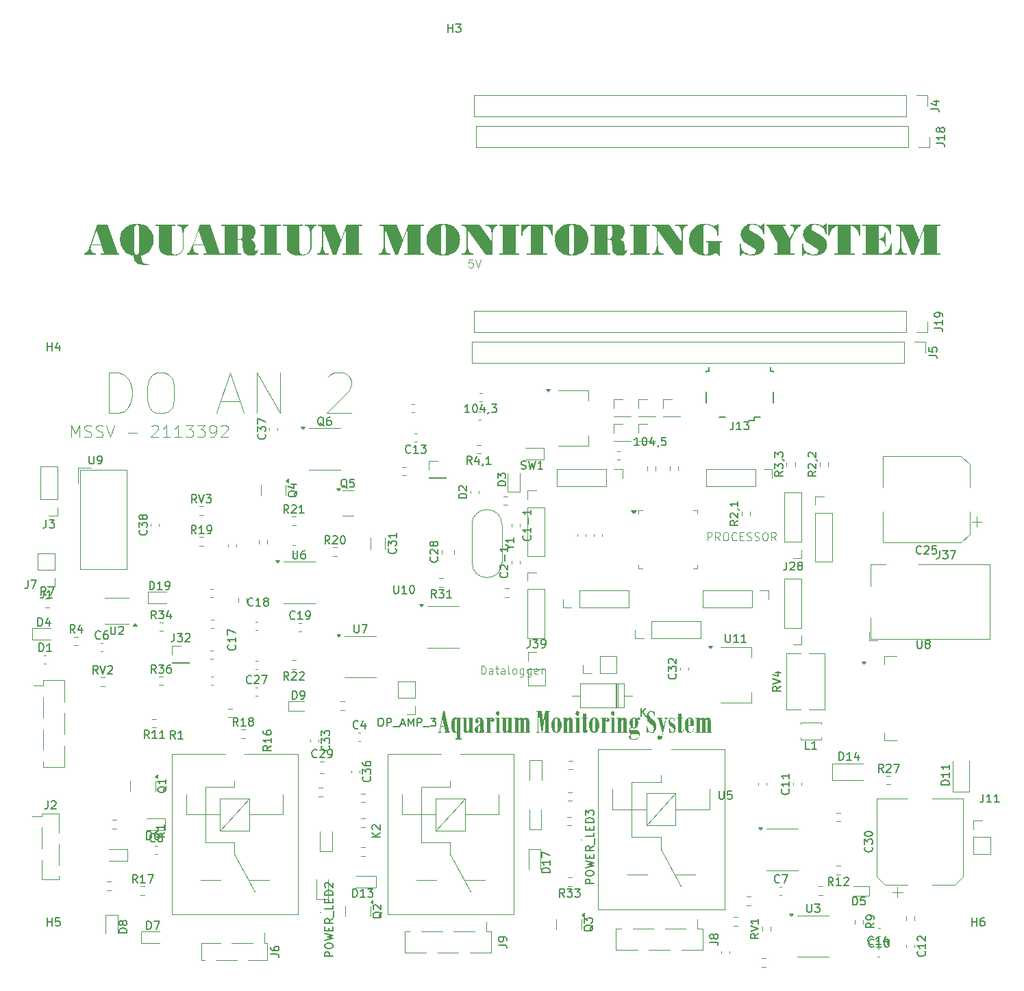
<source format=gbr>
%TF.GenerationSoftware,KiCad,Pcbnew,8.0.4*%
%TF.CreationDate,2024-10-02T08:39:37+07:00*%
%TF.ProjectId,Schematic_editted,53636865-6d61-4746-9963-5f6564697474,rev?*%
%TF.SameCoordinates,Original*%
%TF.FileFunction,Legend,Top*%
%TF.FilePolarity,Positive*%
%FSLAX46Y46*%
G04 Gerber Fmt 4.6, Leading zero omitted, Abs format (unit mm)*
G04 Created by KiCad (PCBNEW 8.0.4) date 2024-10-02 08:39:37*
%MOMM*%
%LPD*%
G01*
G04 APERTURE LIST*
%ADD10C,0.200000*%
%ADD11C,0.100000*%
%ADD12C,0.150000*%
%ADD13C,0.120000*%
G04 APERTURE END LIST*
D10*
G36*
X90468164Y-60154947D02*
G01*
X90671374Y-60154947D01*
X90671374Y-60280000D01*
X88415547Y-60280000D01*
X88415547Y-60154947D01*
X88829783Y-60154947D01*
X88481004Y-59154528D01*
X87203126Y-59154528D01*
X87161147Y-59354350D01*
X87154277Y-59469113D01*
X87174885Y-59674140D01*
X87243722Y-59866175D01*
X87300823Y-59956622D01*
X87457931Y-60083616D01*
X87649052Y-60141453D01*
X87821549Y-60154947D01*
X87821549Y-60280000D01*
X86387355Y-60280000D01*
X86387355Y-60154947D01*
X86560771Y-60045532D01*
X86694872Y-59892653D01*
X86715617Y-59863810D01*
X86822874Y-59692975D01*
X86916278Y-59506902D01*
X86989169Y-59324521D01*
X87095039Y-59029476D01*
X87245136Y-59029476D01*
X88442903Y-59029476D01*
X87845973Y-57301214D01*
X87835226Y-57301214D01*
X87245136Y-59029476D01*
X87095039Y-59029476D01*
X87970048Y-56590956D01*
X89228387Y-56590956D01*
X90468164Y-60154947D01*
G37*
G36*
X93071793Y-56474299D02*
G01*
X93292588Y-56499487D01*
X93500683Y-56541466D01*
X93696078Y-56600237D01*
X93878771Y-56675799D01*
X94089278Y-56793866D01*
X94279940Y-56938170D01*
X94350648Y-57003237D01*
X94510232Y-57180743D01*
X94642767Y-57377425D01*
X94748254Y-57593284D01*
X94813169Y-57779779D01*
X94860774Y-57978547D01*
X94891067Y-58189588D01*
X94904050Y-58412902D01*
X94904591Y-58470648D01*
X94894931Y-58696983D01*
X94865951Y-58912537D01*
X94817651Y-59117310D01*
X94750031Y-59311302D01*
X94663091Y-59494513D01*
X94556831Y-59666942D01*
X94508918Y-59732896D01*
X94377303Y-59886606D01*
X94229756Y-60022285D01*
X94066275Y-60139932D01*
X93886862Y-60239547D01*
X93691515Y-60321130D01*
X93480236Y-60384680D01*
X93391263Y-60405052D01*
X93404077Y-60616596D01*
X93442519Y-60818673D01*
X93499706Y-60994166D01*
X93588183Y-61175470D01*
X93718872Y-61332935D01*
X93767397Y-61368346D01*
X93957418Y-61443084D01*
X94155691Y-61467121D01*
X94207034Y-61467997D01*
X94402232Y-61459171D01*
X94419036Y-61457250D01*
X94419036Y-61580348D01*
X94222359Y-61589465D01*
X94015547Y-61593049D01*
X93776509Y-61585893D01*
X93557649Y-61564427D01*
X93358968Y-61528649D01*
X93147187Y-61466825D01*
X92964463Y-61384393D01*
X92834389Y-61299958D01*
X92685164Y-61156957D01*
X92572591Y-60984411D01*
X92496670Y-60782319D01*
X92460766Y-60585582D01*
X92451416Y-60405052D01*
X92258434Y-60366858D01*
X92032919Y-60301686D01*
X91824865Y-60217145D01*
X91634269Y-60113237D01*
X91461133Y-59989961D01*
X91305457Y-59847318D01*
X91220432Y-59752435D01*
X91094623Y-59581856D01*
X90990138Y-59398016D01*
X90906976Y-59200914D01*
X90845138Y-58990550D01*
X90804623Y-58766925D01*
X90785432Y-58530038D01*
X90783726Y-58431570D01*
X90792458Y-58213018D01*
X90818653Y-58005793D01*
X90862311Y-57809895D01*
X90941442Y-57580951D01*
X91047859Y-57369705D01*
X91181563Y-57176157D01*
X91342554Y-57000307D01*
X91367057Y-56979790D01*
X92557906Y-56979790D01*
X92557906Y-59919497D01*
X92585383Y-60118555D01*
X92628248Y-60196957D01*
X92815806Y-60277972D01*
X92865652Y-60280000D01*
X93059329Y-60207257D01*
X93142057Y-60009442D01*
X93148974Y-59899958D01*
X93148974Y-56962205D01*
X93121306Y-56766429D01*
X92989605Y-56614159D01*
X92865652Y-56590956D01*
X92666398Y-56655128D01*
X92572632Y-56828281D01*
X92557906Y-56979790D01*
X91367057Y-56979790D01*
X91526418Y-56846352D01*
X91728744Y-56718492D01*
X91949530Y-56616726D01*
X92139452Y-56554101D01*
X92341189Y-56508175D01*
X92554741Y-56478950D01*
X92780109Y-56466425D01*
X92838297Y-56465903D01*
X93071793Y-56474299D01*
G37*
G36*
X99242344Y-56716008D02*
G01*
X99051972Y-56764734D01*
X98885735Y-56894420D01*
X98813454Y-56997376D01*
X98733598Y-57179241D01*
X98687015Y-57374081D01*
X98665720Y-57572055D01*
X98662023Y-57707634D01*
X98662023Y-59339176D01*
X98645100Y-59536920D01*
X98584314Y-59742649D01*
X98479320Y-59926762D01*
X98330118Y-60089260D01*
X98308360Y-60108053D01*
X98137931Y-60223778D01*
X97935244Y-60311079D01*
X97735839Y-60363286D01*
X97512735Y-60394610D01*
X97308711Y-60404762D01*
X97265931Y-60405052D01*
X97056500Y-60399816D01*
X96858194Y-60384108D01*
X96645184Y-60353333D01*
X96446706Y-60308881D01*
X96399357Y-60295631D01*
X96204406Y-60228990D01*
X96025498Y-60141711D01*
X95863199Y-60018590D01*
X95852254Y-60007424D01*
X95725549Y-59852269D01*
X95635548Y-59671911D01*
X95632435Y-59661577D01*
X95598074Y-59463153D01*
X95586246Y-59263342D01*
X95584563Y-59134989D01*
X95584563Y-56716008D01*
X95144926Y-56716008D01*
X95144926Y-56590956D01*
X97576608Y-56590956D01*
X97576608Y-56716008D01*
X97189727Y-56716008D01*
X97189727Y-59753412D01*
X97197885Y-59958075D01*
X97226852Y-60100237D01*
X97362651Y-60235059D01*
X97557023Y-60279297D01*
X97588332Y-60280000D01*
X97797147Y-60254256D01*
X97989183Y-60186173D01*
X98163810Y-60088517D01*
X98202847Y-60062135D01*
X98354444Y-59918489D01*
X98456428Y-59732647D01*
X98505429Y-59532032D01*
X98516454Y-59359692D01*
X98516454Y-57896189D01*
X98511474Y-57689388D01*
X98493075Y-57472690D01*
X98455446Y-57257436D01*
X98391948Y-57056585D01*
X98374794Y-57017892D01*
X98247733Y-56846019D01*
X98061335Y-56745489D01*
X97864691Y-56716303D01*
X97840390Y-56716008D01*
X97840390Y-56590956D01*
X99242344Y-56590956D01*
X99242344Y-56716008D01*
G37*
G36*
X103149253Y-60154947D02*
G01*
X103352463Y-60154947D01*
X103352463Y-60280000D01*
X101096636Y-60280000D01*
X101096636Y-60154947D01*
X101510872Y-60154947D01*
X101162093Y-59154528D01*
X99884214Y-59154528D01*
X99842235Y-59354350D01*
X99835366Y-59469113D01*
X99855974Y-59674140D01*
X99924810Y-59866175D01*
X99981912Y-59956622D01*
X100139020Y-60083616D01*
X100330141Y-60141453D01*
X100502637Y-60154947D01*
X100502637Y-60280000D01*
X99068443Y-60280000D01*
X99068443Y-60154947D01*
X99241860Y-60045532D01*
X99375960Y-59892653D01*
X99396706Y-59863810D01*
X99503963Y-59692975D01*
X99597366Y-59506902D01*
X99670258Y-59324521D01*
X99776128Y-59029476D01*
X99926224Y-59029476D01*
X101123991Y-59029476D01*
X100527062Y-57301214D01*
X100516315Y-57301214D01*
X99926224Y-59029476D01*
X99776128Y-59029476D01*
X100651137Y-56590956D01*
X101909476Y-56590956D01*
X103149253Y-60154947D01*
G37*
G36*
X106581715Y-56597539D02*
G01*
X106805838Y-56622818D01*
X107021735Y-56676273D01*
X107208367Y-56768963D01*
X107306266Y-56860600D01*
X107418580Y-57038382D01*
X107489296Y-57234673D01*
X107518414Y-57449473D01*
X107519246Y-57494654D01*
X107503122Y-57692586D01*
X107448140Y-57889374D01*
X107354138Y-58064228D01*
X107224117Y-58211513D01*
X107061081Y-58326934D01*
X106884214Y-58404214D01*
X107077526Y-58484328D01*
X107255235Y-58589381D01*
X107375631Y-58712937D01*
X107454872Y-58901071D01*
X107484304Y-59110656D01*
X107486029Y-59183838D01*
X107469420Y-59747550D01*
X107538785Y-59904842D01*
X107618897Y-59851109D01*
X107684354Y-59717264D01*
X107819176Y-59748527D01*
X107766521Y-59937663D01*
X107666686Y-60122310D01*
X107526873Y-60260796D01*
X107347079Y-60353120D01*
X107127307Y-60399282D01*
X107002428Y-60405052D01*
X106791540Y-60395572D01*
X106593154Y-60363907D01*
X106499288Y-60337641D01*
X106314884Y-60251912D01*
X106168094Y-60127592D01*
X106053830Y-59955700D01*
X105987355Y-59771974D01*
X105956762Y-59564461D01*
X105943906Y-59368092D01*
X105936980Y-59159963D01*
X105934094Y-58958448D01*
X105933621Y-58825289D01*
X105908273Y-58631471D01*
X105853510Y-58540990D01*
X105665562Y-58472614D01*
X105551625Y-58466741D01*
X105352755Y-58471325D01*
X105348415Y-58471625D01*
X105348415Y-60154947D01*
X105719665Y-60154947D01*
X105719665Y-60280000D01*
X103309476Y-60280000D01*
X103309476Y-60154947D01*
X103744228Y-60154947D01*
X103744228Y-58341688D01*
X105348415Y-58341688D01*
X105444159Y-58341688D01*
X105648324Y-58326532D01*
X105835924Y-58249853D01*
X105927246Y-58070835D01*
X105939483Y-57930383D01*
X105939483Y-57115589D01*
X105919455Y-56913112D01*
X105859371Y-56794166D01*
X105671137Y-56723640D01*
X105533063Y-56716008D01*
X105348415Y-56716008D01*
X105348415Y-58341688D01*
X103744228Y-58341688D01*
X103744228Y-56716008D01*
X103309476Y-56716008D01*
X103309476Y-56590956D01*
X106367397Y-56590956D01*
X106581715Y-56597539D01*
G37*
G36*
X110627969Y-60280000D02*
G01*
X108152323Y-60280000D01*
X108152323Y-60154947D01*
X108578283Y-60154947D01*
X108578283Y-56716008D01*
X108152323Y-56716008D01*
X108152323Y-56590956D01*
X110627969Y-56590956D01*
X110627969Y-56716008D01*
X110182470Y-56716008D01*
X110182470Y-60154947D01*
X110627969Y-60154947D01*
X110627969Y-60280000D01*
G37*
G36*
X115030202Y-56716008D02*
G01*
X114839830Y-56764734D01*
X114673593Y-56894420D01*
X114601311Y-56997376D01*
X114521455Y-57179241D01*
X114474873Y-57374081D01*
X114453578Y-57572055D01*
X114449881Y-57707634D01*
X114449881Y-59339176D01*
X114432958Y-59536920D01*
X114372172Y-59742649D01*
X114267178Y-59926762D01*
X114117976Y-60089260D01*
X114096217Y-60108053D01*
X113925788Y-60223778D01*
X113723102Y-60311079D01*
X113523697Y-60363286D01*
X113300592Y-60394610D01*
X113096568Y-60404762D01*
X113053789Y-60405052D01*
X112844357Y-60399816D01*
X112646052Y-60384108D01*
X112433042Y-60353333D01*
X112234564Y-60308881D01*
X112187215Y-60295631D01*
X111992264Y-60228990D01*
X111813356Y-60141711D01*
X111651056Y-60018590D01*
X111640111Y-60007424D01*
X111513406Y-59852269D01*
X111423406Y-59671911D01*
X111420293Y-59661577D01*
X111385932Y-59463153D01*
X111374104Y-59263342D01*
X111372421Y-59134989D01*
X111372421Y-56716008D01*
X110932784Y-56716008D01*
X110932784Y-56590956D01*
X113364466Y-56590956D01*
X113364466Y-56716008D01*
X112977585Y-56716008D01*
X112977585Y-59753412D01*
X112985742Y-59958075D01*
X113014710Y-60100237D01*
X113150509Y-60235059D01*
X113344880Y-60279297D01*
X113376189Y-60280000D01*
X113585005Y-60254256D01*
X113777040Y-60186173D01*
X113951667Y-60088517D01*
X113990704Y-60062135D01*
X114142302Y-59918489D01*
X114244286Y-59732647D01*
X114293287Y-59532032D01*
X114304312Y-59359692D01*
X114304312Y-57896189D01*
X114299332Y-57689388D01*
X114280933Y-57472690D01*
X114243304Y-57257436D01*
X114179806Y-57056585D01*
X114162651Y-57017892D01*
X114035591Y-56846019D01*
X113849192Y-56745489D01*
X113652549Y-56716303D01*
X113628248Y-56716008D01*
X113628248Y-56590956D01*
X115030202Y-56590956D01*
X115030202Y-56716008D01*
G37*
G36*
X120729853Y-60280000D02*
G01*
X118243461Y-60280000D01*
X118243461Y-60154947D01*
X118704591Y-60154947D01*
X118704591Y-57105819D01*
X118693845Y-57105819D01*
X117473607Y-60280000D01*
X117114082Y-60280000D01*
X115863558Y-57110704D01*
X115863558Y-59074417D01*
X115872076Y-59277932D01*
X115897630Y-59478150D01*
X115924131Y-59609797D01*
X115984149Y-59802229D01*
X116080248Y-59975780D01*
X116110732Y-60013286D01*
X116281797Y-60123821D01*
X116476916Y-60154809D01*
X116492728Y-60154947D01*
X116556231Y-60154947D01*
X116556231Y-60280000D01*
X115138646Y-60280000D01*
X115138646Y-60154947D01*
X115332407Y-60112220D01*
X115485776Y-59984038D01*
X115565582Y-59851109D01*
X115640286Y-59652910D01*
X115683863Y-59460337D01*
X115705030Y-59254317D01*
X115707243Y-59158436D01*
X115707243Y-56933872D01*
X115578283Y-56716008D01*
X115229504Y-56716008D01*
X115229504Y-56590956D01*
X117309476Y-56590956D01*
X118059790Y-58413984D01*
X118768094Y-56590956D01*
X120729853Y-56590956D01*
X120729853Y-56716008D01*
X120282400Y-56716008D01*
X120282400Y-60154947D01*
X120729853Y-60154947D01*
X120729853Y-60280000D01*
G37*
G36*
X128377585Y-60280000D02*
G01*
X125891193Y-60280000D01*
X125891193Y-60154947D01*
X126352323Y-60154947D01*
X126352323Y-57105819D01*
X126341577Y-57105819D01*
X125121339Y-60280000D01*
X124761814Y-60280000D01*
X123511290Y-57110704D01*
X123511290Y-59074417D01*
X123519808Y-59277932D01*
X123545362Y-59478150D01*
X123571863Y-59609797D01*
X123631881Y-59802229D01*
X123727980Y-59975780D01*
X123758464Y-60013286D01*
X123929529Y-60123821D01*
X124124648Y-60154809D01*
X124140460Y-60154947D01*
X124203963Y-60154947D01*
X124203963Y-60280000D01*
X122786378Y-60280000D01*
X122786378Y-60154947D01*
X122980139Y-60112220D01*
X123133508Y-59984038D01*
X123213314Y-59851109D01*
X123288018Y-59652910D01*
X123331596Y-59460337D01*
X123352762Y-59254317D01*
X123354975Y-59158436D01*
X123354975Y-56933872D01*
X123226015Y-56716008D01*
X122877236Y-56716008D01*
X122877236Y-56590956D01*
X124957208Y-56590956D01*
X125707522Y-58413984D01*
X126415826Y-56590956D01*
X128377585Y-56590956D01*
X128377585Y-56716008D01*
X127930132Y-56716008D01*
X127930132Y-60154947D01*
X128377585Y-60154947D01*
X128377585Y-60280000D01*
G37*
G36*
X130962651Y-56474207D02*
G01*
X131183447Y-56499120D01*
X131391542Y-56540642D01*
X131586936Y-56598771D01*
X131769630Y-56673510D01*
X131980136Y-56790288D01*
X132170799Y-56933018D01*
X132241507Y-56997376D01*
X132401090Y-57172601D01*
X132533625Y-57366717D01*
X132639112Y-57579723D01*
X132717551Y-57811620D01*
X132760828Y-58010739D01*
X132786794Y-58221948D01*
X132795450Y-58445247D01*
X132786947Y-58657113D01*
X132761439Y-58858934D01*
X132718925Y-59050710D01*
X132641870Y-59276305D01*
X132538243Y-59486206D01*
X132408045Y-59680413D01*
X132251277Y-59858925D01*
X132071443Y-60016256D01*
X131872051Y-60146921D01*
X131653101Y-60250920D01*
X131463859Y-60314920D01*
X131262099Y-60361852D01*
X131047821Y-60391719D01*
X130821027Y-60404519D01*
X130762372Y-60405052D01*
X130532021Y-60396656D01*
X130313332Y-60371468D01*
X130106305Y-60329489D01*
X129910942Y-60270718D01*
X129727240Y-60195156D01*
X129514015Y-60077089D01*
X129319011Y-59932785D01*
X129246113Y-59867718D01*
X129081463Y-59690384D01*
X128944721Y-59494827D01*
X128835885Y-59281048D01*
X128768909Y-59096904D01*
X128719793Y-58901098D01*
X128688538Y-58693629D01*
X128675142Y-58474497D01*
X128674584Y-58417892D01*
X128683316Y-58201004D01*
X128709511Y-57995352D01*
X128753169Y-57800935D01*
X128832300Y-57573712D01*
X128938718Y-57364045D01*
X129072422Y-57171933D01*
X129233412Y-56997376D01*
X129254530Y-56979790D01*
X130448764Y-56979790D01*
X130448764Y-59919497D01*
X130476242Y-60118555D01*
X130519106Y-60196957D01*
X130706665Y-60277972D01*
X130756510Y-60280000D01*
X130950187Y-60207257D01*
X131032915Y-60009442D01*
X131039832Y-59899958D01*
X131039832Y-56962205D01*
X131012164Y-56766429D01*
X130880464Y-56614159D01*
X130756510Y-56590956D01*
X130557257Y-56655128D01*
X130463490Y-56828281D01*
X130448764Y-56979790D01*
X129254530Y-56979790D01*
X129417276Y-56844266D01*
X129619602Y-56717107D01*
X129840389Y-56615899D01*
X130030311Y-56553617D01*
X130232047Y-56507943D01*
X130445600Y-56478879D01*
X130670967Y-56466422D01*
X130729155Y-56465903D01*
X130962651Y-56474207D01*
G37*
G36*
X137426294Y-56716008D02*
G01*
X137227415Y-56766704D01*
X137069684Y-56883620D01*
X136953100Y-57066756D01*
X136887379Y-57269954D01*
X136855375Y-57465624D01*
X136841660Y-57690724D01*
X136841088Y-57751598D01*
X136841088Y-60280000D01*
X135953998Y-60280000D01*
X133769490Y-57244549D01*
X133769490Y-59017752D01*
X133775527Y-59219986D01*
X133802355Y-59458855D01*
X133850646Y-59662554D01*
X133941193Y-59867718D01*
X134094116Y-60041374D01*
X134295330Y-60135896D01*
X134456301Y-60154947D01*
X134456301Y-60280000D01*
X133032854Y-60280000D01*
X133032854Y-60154947D01*
X133229883Y-60111551D01*
X133394793Y-59991269D01*
X133484214Y-59851109D01*
X133554797Y-59666248D01*
X133599238Y-59470701D01*
X133617537Y-59264468D01*
X133618060Y-59221939D01*
X133618060Y-57052086D01*
X133375771Y-56716008D01*
X133032854Y-56716008D01*
X133032854Y-56590956D01*
X135164605Y-56590956D01*
X136695519Y-58722707D01*
X136695519Y-57810216D01*
X136690093Y-57612482D01*
X136670044Y-57407058D01*
X136629041Y-57205603D01*
X136559850Y-57021445D01*
X136541158Y-56986629D01*
X136417235Y-56832555D01*
X136239915Y-56737414D01*
X136078073Y-56716008D01*
X135953998Y-56716008D01*
X135953998Y-56590956D01*
X137426294Y-56590956D01*
X137426294Y-56716008D01*
G37*
G36*
X140124689Y-60280000D02*
G01*
X137649043Y-60280000D01*
X137649043Y-60154947D01*
X138075003Y-60154947D01*
X138075003Y-56716008D01*
X137649043Y-56716008D01*
X137649043Y-56590956D01*
X140124689Y-56590956D01*
X140124689Y-56716008D01*
X139679190Y-56716008D01*
X139679190Y-60154947D01*
X140124689Y-60154947D01*
X140124689Y-60280000D01*
G37*
G36*
X144296357Y-57966531D02*
G01*
X144144926Y-57966531D01*
X144097333Y-57762066D01*
X144030782Y-57548440D01*
X143952356Y-57361649D01*
X143848186Y-57181031D01*
X143790286Y-57103866D01*
X143640036Y-56955084D01*
X143458566Y-56837370D01*
X143271048Y-56758815D01*
X143114221Y-56716008D01*
X143114221Y-60154947D01*
X143592937Y-60154947D01*
X143592937Y-60280000D01*
X141056720Y-60280000D01*
X141056720Y-60154947D01*
X141534459Y-60154947D01*
X141534459Y-56716008D01*
X141328440Y-56776153D01*
X141147090Y-56860844D01*
X140972557Y-56985462D01*
X140858394Y-57103866D01*
X140746470Y-57266959D01*
X140650055Y-57465101D01*
X140578415Y-57667226D01*
X140526460Y-57861834D01*
X140503754Y-57966531D01*
X140358185Y-57966531D01*
X140358185Y-56590956D01*
X144296357Y-56590956D01*
X144296357Y-57966531D01*
G37*
G36*
X146809127Y-56474207D02*
G01*
X147029923Y-56499120D01*
X147238018Y-56540642D01*
X147433412Y-56598771D01*
X147616106Y-56673510D01*
X147826612Y-56790288D01*
X148017274Y-56933018D01*
X148087983Y-56997376D01*
X148247566Y-57172601D01*
X148380101Y-57366717D01*
X148485588Y-57579723D01*
X148564027Y-57811620D01*
X148607304Y-58010739D01*
X148633270Y-58221948D01*
X148641926Y-58445247D01*
X148633423Y-58657113D01*
X148607915Y-58858934D01*
X148565401Y-59050710D01*
X148488345Y-59276305D01*
X148384719Y-59486206D01*
X148254521Y-59680413D01*
X148097752Y-59858925D01*
X147917919Y-60016256D01*
X147718527Y-60146921D01*
X147499577Y-60250920D01*
X147310335Y-60314920D01*
X147108575Y-60361852D01*
X146894297Y-60391719D01*
X146667503Y-60404519D01*
X146608848Y-60405052D01*
X146378497Y-60396656D01*
X146159808Y-60371468D01*
X145952781Y-60329489D01*
X145757418Y-60270718D01*
X145573716Y-60195156D01*
X145360490Y-60077089D01*
X145165487Y-59932785D01*
X145092588Y-59867718D01*
X144927939Y-59690384D01*
X144791197Y-59494827D01*
X144682361Y-59281048D01*
X144615385Y-59096904D01*
X144566269Y-58901098D01*
X144535014Y-58693629D01*
X144521618Y-58474497D01*
X144521060Y-58417892D01*
X144529792Y-58201004D01*
X144555987Y-57995352D01*
X144599645Y-57800935D01*
X144678776Y-57573712D01*
X144785194Y-57364045D01*
X144918897Y-57171933D01*
X145079888Y-56997376D01*
X145101006Y-56979790D01*
X146295240Y-56979790D01*
X146295240Y-59919497D01*
X146322718Y-60118555D01*
X146365582Y-60196957D01*
X146553141Y-60277972D01*
X146602986Y-60280000D01*
X146796663Y-60207257D01*
X146879391Y-60009442D01*
X146886308Y-59899958D01*
X146886308Y-56962205D01*
X146858640Y-56766429D01*
X146726939Y-56614159D01*
X146602986Y-56590956D01*
X146403733Y-56655128D01*
X146309966Y-56828281D01*
X146295240Y-56979790D01*
X145101006Y-56979790D01*
X145263752Y-56844266D01*
X145466078Y-56717107D01*
X145686865Y-56615899D01*
X145876786Y-56553617D01*
X146078523Y-56507943D01*
X146292076Y-56478879D01*
X146517443Y-56466422D01*
X146575631Y-56465903D01*
X146809127Y-56474207D01*
G37*
G36*
X152233634Y-56597539D02*
G01*
X152457757Y-56622818D01*
X152673654Y-56676273D01*
X152860286Y-56768963D01*
X152958185Y-56860600D01*
X153070499Y-57038382D01*
X153141215Y-57234673D01*
X153170333Y-57449473D01*
X153171165Y-57494654D01*
X153155041Y-57692586D01*
X153100059Y-57889374D01*
X153006057Y-58064228D01*
X152876037Y-58211513D01*
X152713000Y-58326934D01*
X152536133Y-58404214D01*
X152729445Y-58484328D01*
X152907154Y-58589381D01*
X153027550Y-58712937D01*
X153106791Y-58901071D01*
X153136223Y-59110656D01*
X153137948Y-59183838D01*
X153121339Y-59747550D01*
X153190704Y-59904842D01*
X153270816Y-59851109D01*
X153336273Y-59717264D01*
X153471095Y-59748527D01*
X153418440Y-59937663D01*
X153318606Y-60122310D01*
X153178792Y-60260796D01*
X152998998Y-60353120D01*
X152779226Y-60399282D01*
X152654347Y-60405052D01*
X152443459Y-60395572D01*
X152245073Y-60363907D01*
X152151207Y-60337641D01*
X151966803Y-60251912D01*
X151820013Y-60127592D01*
X151705749Y-59955700D01*
X151639274Y-59771974D01*
X151608681Y-59564461D01*
X151595825Y-59368092D01*
X151588899Y-59159963D01*
X151586013Y-58958448D01*
X151585540Y-58825289D01*
X151560192Y-58631471D01*
X151505429Y-58540990D01*
X151317481Y-58472614D01*
X151203545Y-58466741D01*
X151004674Y-58471325D01*
X151000334Y-58471625D01*
X151000334Y-60154947D01*
X151371584Y-60154947D01*
X151371584Y-60280000D01*
X148961395Y-60280000D01*
X148961395Y-60154947D01*
X149396147Y-60154947D01*
X149396147Y-58341688D01*
X151000334Y-58341688D01*
X151096078Y-58341688D01*
X151300243Y-58326532D01*
X151487843Y-58249853D01*
X151579165Y-58070835D01*
X151591402Y-57930383D01*
X151591402Y-57115589D01*
X151571374Y-56913112D01*
X151511290Y-56794166D01*
X151323056Y-56723640D01*
X151184982Y-56716008D01*
X151000334Y-56716008D01*
X151000334Y-58341688D01*
X149396147Y-58341688D01*
X149396147Y-56716008D01*
X148961395Y-56716008D01*
X148961395Y-56590956D01*
X152019316Y-56590956D01*
X152233634Y-56597539D01*
G37*
G36*
X156279888Y-60280000D02*
G01*
X153804242Y-60280000D01*
X153804242Y-60154947D01*
X154230202Y-60154947D01*
X154230202Y-56716008D01*
X153804242Y-56716008D01*
X153804242Y-56590956D01*
X156279888Y-56590956D01*
X156279888Y-56716008D01*
X155834389Y-56716008D01*
X155834389Y-60154947D01*
X156279888Y-60154947D01*
X156279888Y-60280000D01*
G37*
G36*
X160912686Y-56716008D02*
G01*
X160713808Y-56766704D01*
X160556076Y-56883620D01*
X160439492Y-57066756D01*
X160373771Y-57269954D01*
X160341768Y-57465624D01*
X160328052Y-57690724D01*
X160327480Y-57751598D01*
X160327480Y-60280000D01*
X159440390Y-60280000D01*
X157255882Y-57244549D01*
X157255882Y-59017752D01*
X157261919Y-59219986D01*
X157288747Y-59458855D01*
X157337039Y-59662554D01*
X157427585Y-59867718D01*
X157580508Y-60041374D01*
X157781722Y-60135896D01*
X157942693Y-60154947D01*
X157942693Y-60280000D01*
X156519246Y-60280000D01*
X156519246Y-60154947D01*
X156716275Y-60111551D01*
X156881185Y-59991269D01*
X156970607Y-59851109D01*
X157041189Y-59666248D01*
X157085630Y-59470701D01*
X157103929Y-59264468D01*
X157104452Y-59221939D01*
X157104452Y-57052086D01*
X156862163Y-56716008D01*
X156519246Y-56716008D01*
X156519246Y-56590956D01*
X158650997Y-56590956D01*
X160181912Y-58722707D01*
X160181912Y-57810216D01*
X160176485Y-57612482D01*
X160156436Y-57407058D01*
X160115434Y-57205603D01*
X160046242Y-57021445D01*
X160027550Y-56986629D01*
X159903627Y-56832555D01*
X159726307Y-56737414D01*
X159564466Y-56716008D01*
X159440390Y-56716008D01*
X159440390Y-56590956D01*
X160912686Y-56590956D01*
X160912686Y-56716008D01*
G37*
G36*
X165168374Y-58779371D02*
G01*
X164910453Y-58779371D01*
X164910453Y-60467578D01*
X164487424Y-60029895D01*
X164307696Y-60137972D01*
X164118999Y-60227732D01*
X163921334Y-60299173D01*
X163714701Y-60352295D01*
X163499100Y-60387100D01*
X163274530Y-60403586D01*
X163182191Y-60405052D01*
X162960021Y-60396595D01*
X162748293Y-60371224D01*
X162547007Y-60328940D01*
X162356161Y-60269741D01*
X162175758Y-60193629D01*
X161964936Y-60074704D01*
X161770429Y-59929351D01*
X161697194Y-59863810D01*
X161531419Y-59686805D01*
X161393742Y-59494679D01*
X161284161Y-59287430D01*
X161202679Y-59065059D01*
X161149294Y-58827566D01*
X161126816Y-58626684D01*
X161121758Y-58469672D01*
X161131512Y-58251524D01*
X161160776Y-58040384D01*
X161209548Y-57836251D01*
X161277829Y-57639124D01*
X161365619Y-57449004D01*
X161399218Y-57387187D01*
X161509585Y-57212328D01*
X161632592Y-57057047D01*
X161792075Y-56900630D01*
X161968762Y-56770859D01*
X162133900Y-56680837D01*
X162338851Y-56597088D01*
X162552777Y-56533910D01*
X162775679Y-56491301D01*
X162973882Y-56471151D01*
X163144089Y-56465903D01*
X163365934Y-56476894D01*
X163576444Y-56509867D01*
X163775621Y-56564822D01*
X163963463Y-56641758D01*
X164139970Y-56740676D01*
X164196287Y-56778534D01*
X164740460Y-56465903D01*
X164740460Y-57904005D01*
X164622247Y-57904005D01*
X164604936Y-57701165D01*
X164559507Y-57506443D01*
X164551905Y-57484884D01*
X164460558Y-57300481D01*
X164342457Y-57130871D01*
X164309616Y-57089211D01*
X164176909Y-56944676D01*
X164011335Y-56811228D01*
X163872909Y-56727732D01*
X163678141Y-56644384D01*
X163479251Y-56599504D01*
X163344368Y-56590956D01*
X163145802Y-56612647D01*
X162987773Y-56704284D01*
X162913516Y-56895458D01*
X162896297Y-57093661D01*
X162895938Y-57132198D01*
X162895938Y-59865764D01*
X162918117Y-60066005D01*
X163028467Y-60239547D01*
X163176329Y-60280000D01*
X163372196Y-60214741D01*
X163472327Y-60040265D01*
X163497439Y-59844489D01*
X163497752Y-59815938D01*
X163497752Y-58779371D01*
X163220293Y-58779371D01*
X163220293Y-58654319D01*
X165168374Y-58654319D01*
X165168374Y-58779371D01*
G37*
G36*
X170262302Y-57778953D02*
G01*
X170245049Y-57574201D01*
X170188716Y-57358592D01*
X170093393Y-57168040D01*
X169959082Y-57002547D01*
X169839274Y-56899678D01*
X169657064Y-56779385D01*
X169472890Y-56688637D01*
X169286753Y-56627435D01*
X169071621Y-56593669D01*
X168990286Y-56590956D01*
X168793319Y-56623216D01*
X168656161Y-56705261D01*
X168547015Y-56874476D01*
X168529155Y-57001284D01*
X168582686Y-57195415D01*
X168610244Y-57230872D01*
X168769994Y-57357267D01*
X168921898Y-57447759D01*
X169117414Y-57558982D01*
X169295589Y-57662083D01*
X169493922Y-57779539D01*
X169665159Y-57884305D01*
X169834877Y-57993276D01*
X170000474Y-58110146D01*
X170148985Y-58238412D01*
X170285639Y-58398879D01*
X170364884Y-58538060D01*
X170430670Y-58733356D01*
X170461627Y-58934811D01*
X170466489Y-59061716D01*
X170451530Y-59281229D01*
X170406650Y-59481570D01*
X170331851Y-59662737D01*
X170227131Y-59824731D01*
X170079364Y-59982579D01*
X169904239Y-60114307D01*
X169725605Y-60209471D01*
X169577445Y-60267299D01*
X169377105Y-60327566D01*
X169186413Y-60370614D01*
X168983415Y-60398460D01*
X168833970Y-60405052D01*
X168611041Y-60390092D01*
X168394470Y-60345212D01*
X168184258Y-60270413D01*
X168009135Y-60182486D01*
X167866769Y-60092421D01*
X167372421Y-60467578D01*
X167372421Y-58966950D01*
X167512128Y-58966950D01*
X167512128Y-58983558D01*
X167523488Y-59184838D01*
X167562758Y-59386911D01*
X167638352Y-59582965D01*
X167655743Y-59615659D01*
X167774313Y-59786074D01*
X167915363Y-59930177D01*
X168069391Y-60051060D01*
X168107103Y-60076789D01*
X168280588Y-60175021D01*
X168475525Y-60246462D01*
X168672751Y-60278213D01*
X168732365Y-60280000D01*
X168932858Y-60262826D01*
X169127176Y-60199380D01*
X169197404Y-60157878D01*
X169336143Y-60006406D01*
X169375212Y-59838408D01*
X169319113Y-59648632D01*
X169301939Y-59623475D01*
X169164370Y-59482424D01*
X169105568Y-59439804D01*
X168935587Y-59337222D01*
X168760548Y-59239678D01*
X168561749Y-59132211D01*
X168534040Y-59117404D01*
X168349493Y-59011032D01*
X168183097Y-58900745D01*
X167989474Y-58747605D01*
X167828121Y-58587503D01*
X167699039Y-58420441D01*
X167602227Y-58246418D01*
X167526593Y-58019101D01*
X167501381Y-57780907D01*
X167515566Y-57576143D01*
X167558122Y-57384638D01*
X167643627Y-57177971D01*
X167767747Y-56989350D01*
X167904870Y-56842037D01*
X168063586Y-56714210D01*
X168236384Y-56612831D01*
X168423264Y-56537898D01*
X168624227Y-56489412D01*
X168839271Y-56467372D01*
X168914082Y-56465903D01*
X169121933Y-56479092D01*
X169316224Y-56512271D01*
X169344926Y-56518660D01*
X169546921Y-56586529D01*
X169739501Y-56684256D01*
X169892030Y-56778534D01*
X170397124Y-56403377D01*
X170397124Y-57778953D01*
X170262302Y-57778953D01*
G37*
G36*
X174870676Y-56716008D02*
G01*
X174701591Y-56814516D01*
X174648904Y-56852784D01*
X174500785Y-56991114D01*
X174395868Y-57119497D01*
X174280943Y-57291576D01*
X174179811Y-57464759D01*
X174079330Y-57650969D01*
X173615268Y-58527313D01*
X173615268Y-60154947D01*
X174112547Y-60154947D01*
X174112547Y-60280000D01*
X171584145Y-60280000D01*
X171584145Y-60154947D01*
X172029644Y-60154947D01*
X172029644Y-58840921D01*
X170880725Y-56716008D01*
X170644298Y-56716008D01*
X170644298Y-56590956D01*
X173081842Y-56590956D01*
X173081842Y-56716008D01*
X172680307Y-56716008D01*
X173538087Y-58294794D01*
X173640654Y-58110696D01*
X173752333Y-57908909D01*
X173862105Y-57708325D01*
X173956746Y-57531611D01*
X174029504Y-57386210D01*
X174082586Y-57195717D01*
X174087145Y-57121451D01*
X174046113Y-56933872D01*
X173920083Y-56778534D01*
X173728251Y-56722139D01*
X173615268Y-56716008D01*
X173615268Y-56590956D01*
X174870676Y-56590956D01*
X174870676Y-56716008D01*
G37*
G36*
X177968653Y-57778953D02*
G01*
X177951399Y-57574201D01*
X177895066Y-57358592D01*
X177799743Y-57168040D01*
X177665432Y-57002547D01*
X177545624Y-56899678D01*
X177363414Y-56779385D01*
X177179241Y-56688637D01*
X176993104Y-56627435D01*
X176777972Y-56593669D01*
X176696636Y-56590956D01*
X176499669Y-56623216D01*
X176362512Y-56705261D01*
X176253366Y-56874476D01*
X176235505Y-57001284D01*
X176289037Y-57195415D01*
X176316594Y-57230872D01*
X176476344Y-57357267D01*
X176628248Y-57447759D01*
X176823764Y-57558982D01*
X177001939Y-57662083D01*
X177200272Y-57779539D01*
X177371509Y-57884305D01*
X177541228Y-57993276D01*
X177706824Y-58110146D01*
X177855335Y-58238412D01*
X177991989Y-58398879D01*
X178071235Y-58538060D01*
X178137020Y-58733356D01*
X178167978Y-58934811D01*
X178172840Y-59061716D01*
X178157880Y-59281229D01*
X178113000Y-59481570D01*
X178038201Y-59662737D01*
X177933482Y-59824731D01*
X177785714Y-59982579D01*
X177610589Y-60114307D01*
X177431956Y-60209471D01*
X177283796Y-60267299D01*
X177083456Y-60327566D01*
X176892763Y-60370614D01*
X176689766Y-60398460D01*
X176540321Y-60405052D01*
X176317392Y-60390092D01*
X176100821Y-60345212D01*
X175890608Y-60270413D01*
X175715486Y-60182486D01*
X175573119Y-60092421D01*
X175078771Y-60467578D01*
X175078771Y-58966950D01*
X175218478Y-58966950D01*
X175218478Y-58983558D01*
X175229838Y-59184838D01*
X175269108Y-59386911D01*
X175344702Y-59582965D01*
X175362093Y-59615659D01*
X175480663Y-59786074D01*
X175621714Y-59930177D01*
X175775741Y-60051060D01*
X175813454Y-60076789D01*
X175986939Y-60175021D01*
X176181875Y-60246462D01*
X176379101Y-60278213D01*
X176438715Y-60280000D01*
X176639208Y-60262826D01*
X176833526Y-60199380D01*
X176903754Y-60157878D01*
X177042493Y-60006406D01*
X177081563Y-59838408D01*
X177025463Y-59648632D01*
X177008290Y-59623475D01*
X176870720Y-59482424D01*
X176811919Y-59439804D01*
X176641937Y-59337222D01*
X176466898Y-59239678D01*
X176268099Y-59132211D01*
X176240390Y-59117404D01*
X176055843Y-59011032D01*
X175889448Y-58900745D01*
X175695824Y-58747605D01*
X175534471Y-58587503D01*
X175405389Y-58420441D01*
X175308577Y-58246418D01*
X175232943Y-58019101D01*
X175207732Y-57780907D01*
X175221917Y-57576143D01*
X175264472Y-57384638D01*
X175349977Y-57177971D01*
X175474097Y-56989350D01*
X175611221Y-56842037D01*
X175769937Y-56714210D01*
X175942735Y-56612831D01*
X176129615Y-56537898D01*
X176330577Y-56489412D01*
X176545621Y-56467372D01*
X176620432Y-56465903D01*
X176828283Y-56479092D01*
X177022574Y-56512271D01*
X177051277Y-56518660D01*
X177253271Y-56586529D01*
X177445851Y-56684256D01*
X177598381Y-56778534D01*
X178103475Y-56403377D01*
X178103475Y-57778953D01*
X177968653Y-57778953D01*
G37*
G36*
X182273189Y-57966531D02*
G01*
X182121758Y-57966531D01*
X182074165Y-57762066D01*
X182007614Y-57548440D01*
X181929188Y-57361649D01*
X181825018Y-57181031D01*
X181767117Y-57103866D01*
X181616868Y-56955084D01*
X181435397Y-56837370D01*
X181247880Y-56758815D01*
X181091053Y-56716008D01*
X181091053Y-60154947D01*
X181569769Y-60154947D01*
X181569769Y-60280000D01*
X179033551Y-60280000D01*
X179033551Y-60154947D01*
X179511290Y-60154947D01*
X179511290Y-56716008D01*
X179305272Y-56776153D01*
X179123921Y-56860844D01*
X178949389Y-56985462D01*
X178835226Y-57103866D01*
X178723302Y-57266959D01*
X178626887Y-57465101D01*
X178555247Y-57667226D01*
X178503292Y-57861834D01*
X178480586Y-57966531D01*
X178335017Y-57966531D01*
X178335017Y-56590956D01*
X182273189Y-56590956D01*
X182273189Y-57966531D01*
G37*
G36*
X186190844Y-60280000D02*
G01*
X182516454Y-60280000D01*
X182516454Y-60154947D01*
X182937529Y-60154947D01*
X182937529Y-56716008D01*
X182516454Y-56716008D01*
X182516454Y-56590956D01*
X186072630Y-56590956D01*
X186072630Y-57778953D01*
X185948555Y-57778953D01*
X185919673Y-57581849D01*
X185852568Y-57394026D01*
X185747238Y-57215484D01*
X185603684Y-57046224D01*
X185444849Y-56917556D01*
X185253009Y-56820490D01*
X185062305Y-56762445D01*
X184847352Y-56727617D01*
X184649701Y-56716330D01*
X184608150Y-56716008D01*
X184541716Y-56716008D01*
X184541716Y-58341688D01*
X184654068Y-58341688D01*
X184848571Y-58310892D01*
X185025660Y-58218502D01*
X185101521Y-58155087D01*
X185222375Y-57979094D01*
X185280478Y-57778491D01*
X185299071Y-57582700D01*
X185299846Y-57528848D01*
X185418060Y-57528848D01*
X185418060Y-59279581D01*
X185299846Y-59279581D01*
X185284931Y-59076584D01*
X185233373Y-58882754D01*
X185134123Y-58708110D01*
X185111290Y-58680697D01*
X184959066Y-58550317D01*
X184768110Y-58476979D01*
X184654068Y-58466741D01*
X184541716Y-58466741D01*
X184541716Y-60154947D01*
X184756360Y-60143201D01*
X184959188Y-60107961D01*
X185150201Y-60049228D01*
X185329399Y-59967002D01*
X185496782Y-59861283D01*
X185549951Y-59820823D01*
X185696622Y-59686802D01*
X185820831Y-59535334D01*
X185922577Y-59366417D01*
X186001861Y-59180052D01*
X186058682Y-58976239D01*
X186072630Y-58904424D01*
X186190844Y-58904424D01*
X186190844Y-60280000D01*
G37*
G36*
X192208988Y-60280000D02*
G01*
X189722595Y-60280000D01*
X189722595Y-60154947D01*
X190183726Y-60154947D01*
X190183726Y-57105819D01*
X190172979Y-57105819D01*
X188952742Y-60280000D01*
X188593217Y-60280000D01*
X187342693Y-57110704D01*
X187342693Y-59074417D01*
X187351211Y-59277932D01*
X187376765Y-59478150D01*
X187403265Y-59609797D01*
X187463283Y-59802229D01*
X187559382Y-59975780D01*
X187589867Y-60013286D01*
X187760931Y-60123821D01*
X187956051Y-60154809D01*
X187971863Y-60154947D01*
X188035366Y-60154947D01*
X188035366Y-60280000D01*
X186617780Y-60280000D01*
X186617780Y-60154947D01*
X186811541Y-60112220D01*
X186964911Y-59984038D01*
X187044717Y-59851109D01*
X187119421Y-59652910D01*
X187162998Y-59460337D01*
X187184164Y-59254317D01*
X187186378Y-59158436D01*
X187186378Y-56933872D01*
X187057418Y-56716008D01*
X186708639Y-56716008D01*
X186708639Y-56590956D01*
X188788611Y-56590956D01*
X189538925Y-58413984D01*
X190247229Y-56590956D01*
X192208988Y-56590956D01*
X192208988Y-56716008D01*
X191761535Y-56716008D01*
X191761535Y-60154947D01*
X192208988Y-60154947D01*
X192208988Y-60280000D01*
G37*
D11*
X134380074Y-60882419D02*
X133903884Y-60882419D01*
X133903884Y-60882419D02*
X133856265Y-61358609D01*
X133856265Y-61358609D02*
X133903884Y-61310990D01*
X133903884Y-61310990D02*
X133999122Y-61263371D01*
X133999122Y-61263371D02*
X134237217Y-61263371D01*
X134237217Y-61263371D02*
X134332455Y-61310990D01*
X134332455Y-61310990D02*
X134380074Y-61358609D01*
X134380074Y-61358609D02*
X134427693Y-61453847D01*
X134427693Y-61453847D02*
X134427693Y-61691942D01*
X134427693Y-61691942D02*
X134380074Y-61787180D01*
X134380074Y-61787180D02*
X134332455Y-61834800D01*
X134332455Y-61834800D02*
X134237217Y-61882419D01*
X134237217Y-61882419D02*
X133999122Y-61882419D01*
X133999122Y-61882419D02*
X133903884Y-61834800D01*
X133903884Y-61834800D02*
X133856265Y-61787180D01*
X134713408Y-60882419D02*
X135046741Y-61882419D01*
X135046741Y-61882419D02*
X135380074Y-60882419D01*
X84736931Y-82865228D02*
X84736931Y-81365228D01*
X84736931Y-81365228D02*
X85236931Y-82436657D01*
X85236931Y-82436657D02*
X85736931Y-81365228D01*
X85736931Y-81365228D02*
X85736931Y-82865228D01*
X86379789Y-82793800D02*
X86594075Y-82865228D01*
X86594075Y-82865228D02*
X86951217Y-82865228D01*
X86951217Y-82865228D02*
X87094075Y-82793800D01*
X87094075Y-82793800D02*
X87165503Y-82722371D01*
X87165503Y-82722371D02*
X87236932Y-82579514D01*
X87236932Y-82579514D02*
X87236932Y-82436657D01*
X87236932Y-82436657D02*
X87165503Y-82293800D01*
X87165503Y-82293800D02*
X87094075Y-82222371D01*
X87094075Y-82222371D02*
X86951217Y-82150942D01*
X86951217Y-82150942D02*
X86665503Y-82079514D01*
X86665503Y-82079514D02*
X86522646Y-82008085D01*
X86522646Y-82008085D02*
X86451217Y-81936657D01*
X86451217Y-81936657D02*
X86379789Y-81793800D01*
X86379789Y-81793800D02*
X86379789Y-81650942D01*
X86379789Y-81650942D02*
X86451217Y-81508085D01*
X86451217Y-81508085D02*
X86522646Y-81436657D01*
X86522646Y-81436657D02*
X86665503Y-81365228D01*
X86665503Y-81365228D02*
X87022646Y-81365228D01*
X87022646Y-81365228D02*
X87236932Y-81436657D01*
X87808360Y-82793800D02*
X88022646Y-82865228D01*
X88022646Y-82865228D02*
X88379788Y-82865228D01*
X88379788Y-82865228D02*
X88522646Y-82793800D01*
X88522646Y-82793800D02*
X88594074Y-82722371D01*
X88594074Y-82722371D02*
X88665503Y-82579514D01*
X88665503Y-82579514D02*
X88665503Y-82436657D01*
X88665503Y-82436657D02*
X88594074Y-82293800D01*
X88594074Y-82293800D02*
X88522646Y-82222371D01*
X88522646Y-82222371D02*
X88379788Y-82150942D01*
X88379788Y-82150942D02*
X88094074Y-82079514D01*
X88094074Y-82079514D02*
X87951217Y-82008085D01*
X87951217Y-82008085D02*
X87879788Y-81936657D01*
X87879788Y-81936657D02*
X87808360Y-81793800D01*
X87808360Y-81793800D02*
X87808360Y-81650942D01*
X87808360Y-81650942D02*
X87879788Y-81508085D01*
X87879788Y-81508085D02*
X87951217Y-81436657D01*
X87951217Y-81436657D02*
X88094074Y-81365228D01*
X88094074Y-81365228D02*
X88451217Y-81365228D01*
X88451217Y-81365228D02*
X88665503Y-81436657D01*
X89094074Y-81365228D02*
X89594074Y-82865228D01*
X89594074Y-82865228D02*
X90094074Y-81365228D01*
X91736930Y-82293800D02*
X92879788Y-82293800D01*
X94665502Y-81508085D02*
X94736930Y-81436657D01*
X94736930Y-81436657D02*
X94879788Y-81365228D01*
X94879788Y-81365228D02*
X95236930Y-81365228D01*
X95236930Y-81365228D02*
X95379788Y-81436657D01*
X95379788Y-81436657D02*
X95451216Y-81508085D01*
X95451216Y-81508085D02*
X95522645Y-81650942D01*
X95522645Y-81650942D02*
X95522645Y-81793800D01*
X95522645Y-81793800D02*
X95451216Y-82008085D01*
X95451216Y-82008085D02*
X94594073Y-82865228D01*
X94594073Y-82865228D02*
X95522645Y-82865228D01*
X96951216Y-82865228D02*
X96094073Y-82865228D01*
X96522644Y-82865228D02*
X96522644Y-81365228D01*
X96522644Y-81365228D02*
X96379787Y-81579514D01*
X96379787Y-81579514D02*
X96236930Y-81722371D01*
X96236930Y-81722371D02*
X96094073Y-81793800D01*
X98379787Y-82865228D02*
X97522644Y-82865228D01*
X97951215Y-82865228D02*
X97951215Y-81365228D01*
X97951215Y-81365228D02*
X97808358Y-81579514D01*
X97808358Y-81579514D02*
X97665501Y-81722371D01*
X97665501Y-81722371D02*
X97522644Y-81793800D01*
X98879786Y-81365228D02*
X99808358Y-81365228D01*
X99808358Y-81365228D02*
X99308358Y-81936657D01*
X99308358Y-81936657D02*
X99522643Y-81936657D01*
X99522643Y-81936657D02*
X99665501Y-82008085D01*
X99665501Y-82008085D02*
X99736929Y-82079514D01*
X99736929Y-82079514D02*
X99808358Y-82222371D01*
X99808358Y-82222371D02*
X99808358Y-82579514D01*
X99808358Y-82579514D02*
X99736929Y-82722371D01*
X99736929Y-82722371D02*
X99665501Y-82793800D01*
X99665501Y-82793800D02*
X99522643Y-82865228D01*
X99522643Y-82865228D02*
X99094072Y-82865228D01*
X99094072Y-82865228D02*
X98951215Y-82793800D01*
X98951215Y-82793800D02*
X98879786Y-82722371D01*
X100308357Y-81365228D02*
X101236929Y-81365228D01*
X101236929Y-81365228D02*
X100736929Y-81936657D01*
X100736929Y-81936657D02*
X100951214Y-81936657D01*
X100951214Y-81936657D02*
X101094072Y-82008085D01*
X101094072Y-82008085D02*
X101165500Y-82079514D01*
X101165500Y-82079514D02*
X101236929Y-82222371D01*
X101236929Y-82222371D02*
X101236929Y-82579514D01*
X101236929Y-82579514D02*
X101165500Y-82722371D01*
X101165500Y-82722371D02*
X101094072Y-82793800D01*
X101094072Y-82793800D02*
X100951214Y-82865228D01*
X100951214Y-82865228D02*
X100522643Y-82865228D01*
X100522643Y-82865228D02*
X100379786Y-82793800D01*
X100379786Y-82793800D02*
X100308357Y-82722371D01*
X101951214Y-82865228D02*
X102236928Y-82865228D01*
X102236928Y-82865228D02*
X102379785Y-82793800D01*
X102379785Y-82793800D02*
X102451214Y-82722371D01*
X102451214Y-82722371D02*
X102594071Y-82508085D01*
X102594071Y-82508085D02*
X102665500Y-82222371D01*
X102665500Y-82222371D02*
X102665500Y-81650942D01*
X102665500Y-81650942D02*
X102594071Y-81508085D01*
X102594071Y-81508085D02*
X102522643Y-81436657D01*
X102522643Y-81436657D02*
X102379785Y-81365228D01*
X102379785Y-81365228D02*
X102094071Y-81365228D01*
X102094071Y-81365228D02*
X101951214Y-81436657D01*
X101951214Y-81436657D02*
X101879785Y-81508085D01*
X101879785Y-81508085D02*
X101808357Y-81650942D01*
X101808357Y-81650942D02*
X101808357Y-82008085D01*
X101808357Y-82008085D02*
X101879785Y-82150942D01*
X101879785Y-82150942D02*
X101951214Y-82222371D01*
X101951214Y-82222371D02*
X102094071Y-82293800D01*
X102094071Y-82293800D02*
X102379785Y-82293800D01*
X102379785Y-82293800D02*
X102522643Y-82222371D01*
X102522643Y-82222371D02*
X102594071Y-82150942D01*
X102594071Y-82150942D02*
X102665500Y-82008085D01*
X103236928Y-81508085D02*
X103308356Y-81436657D01*
X103308356Y-81436657D02*
X103451214Y-81365228D01*
X103451214Y-81365228D02*
X103808356Y-81365228D01*
X103808356Y-81365228D02*
X103951214Y-81436657D01*
X103951214Y-81436657D02*
X104022642Y-81508085D01*
X104022642Y-81508085D02*
X104094071Y-81650942D01*
X104094071Y-81650942D02*
X104094071Y-81793800D01*
X104094071Y-81793800D02*
X104022642Y-82008085D01*
X104022642Y-82008085D02*
X103165499Y-82865228D01*
X103165499Y-82865228D02*
X104094071Y-82865228D01*
X89380265Y-79896895D02*
X89380265Y-74896895D01*
X89380265Y-74896895D02*
X90570741Y-74896895D01*
X90570741Y-74896895D02*
X91285027Y-75134990D01*
X91285027Y-75134990D02*
X91761217Y-75611180D01*
X91761217Y-75611180D02*
X91999312Y-76087371D01*
X91999312Y-76087371D02*
X92237408Y-77039752D01*
X92237408Y-77039752D02*
X92237408Y-77754038D01*
X92237408Y-77754038D02*
X91999312Y-78706419D01*
X91999312Y-78706419D02*
X91761217Y-79182609D01*
X91761217Y-79182609D02*
X91285027Y-79658800D01*
X91285027Y-79658800D02*
X90570741Y-79896895D01*
X90570741Y-79896895D02*
X89380265Y-79896895D01*
X95332646Y-74896895D02*
X96285027Y-74896895D01*
X96285027Y-74896895D02*
X96761217Y-75134990D01*
X96761217Y-75134990D02*
X97237408Y-75611180D01*
X97237408Y-75611180D02*
X97475503Y-76563561D01*
X97475503Y-76563561D02*
X97475503Y-78230228D01*
X97475503Y-78230228D02*
X97237408Y-79182609D01*
X97237408Y-79182609D02*
X96761217Y-79658800D01*
X96761217Y-79658800D02*
X96285027Y-79896895D01*
X96285027Y-79896895D02*
X95332646Y-79896895D01*
X95332646Y-79896895D02*
X94856455Y-79658800D01*
X94856455Y-79658800D02*
X94380265Y-79182609D01*
X94380265Y-79182609D02*
X94142169Y-78230228D01*
X94142169Y-78230228D02*
X94142169Y-76563561D01*
X94142169Y-76563561D02*
X94380265Y-75611180D01*
X94380265Y-75611180D02*
X94856455Y-75134990D01*
X94856455Y-75134990D02*
X95332646Y-74896895D01*
X103189788Y-78468323D02*
X105570741Y-78468323D01*
X102713598Y-79896895D02*
X104380265Y-74896895D01*
X104380265Y-74896895D02*
X106046931Y-79896895D01*
X107713598Y-79896895D02*
X107713598Y-74896895D01*
X107713598Y-74896895D02*
X110570741Y-79896895D01*
X110570741Y-79896895D02*
X110570741Y-74896895D01*
X116523121Y-75373085D02*
X116761217Y-75134990D01*
X116761217Y-75134990D02*
X117237407Y-74896895D01*
X117237407Y-74896895D02*
X118427883Y-74896895D01*
X118427883Y-74896895D02*
X118904074Y-75134990D01*
X118904074Y-75134990D02*
X119142169Y-75373085D01*
X119142169Y-75373085D02*
X119380264Y-75849276D01*
X119380264Y-75849276D02*
X119380264Y-76325466D01*
X119380264Y-76325466D02*
X119142169Y-77039752D01*
X119142169Y-77039752D02*
X116285026Y-79896895D01*
X116285026Y-79896895D02*
X119380264Y-79896895D01*
X163357884Y-95626419D02*
X163357884Y-94626419D01*
X163357884Y-94626419D02*
X163738836Y-94626419D01*
X163738836Y-94626419D02*
X163834074Y-94674038D01*
X163834074Y-94674038D02*
X163881693Y-94721657D01*
X163881693Y-94721657D02*
X163929312Y-94816895D01*
X163929312Y-94816895D02*
X163929312Y-94959752D01*
X163929312Y-94959752D02*
X163881693Y-95054990D01*
X163881693Y-95054990D02*
X163834074Y-95102609D01*
X163834074Y-95102609D02*
X163738836Y-95150228D01*
X163738836Y-95150228D02*
X163357884Y-95150228D01*
X164929312Y-95626419D02*
X164595979Y-95150228D01*
X164357884Y-95626419D02*
X164357884Y-94626419D01*
X164357884Y-94626419D02*
X164738836Y-94626419D01*
X164738836Y-94626419D02*
X164834074Y-94674038D01*
X164834074Y-94674038D02*
X164881693Y-94721657D01*
X164881693Y-94721657D02*
X164929312Y-94816895D01*
X164929312Y-94816895D02*
X164929312Y-94959752D01*
X164929312Y-94959752D02*
X164881693Y-95054990D01*
X164881693Y-95054990D02*
X164834074Y-95102609D01*
X164834074Y-95102609D02*
X164738836Y-95150228D01*
X164738836Y-95150228D02*
X164357884Y-95150228D01*
X165548360Y-94626419D02*
X165738836Y-94626419D01*
X165738836Y-94626419D02*
X165834074Y-94674038D01*
X165834074Y-94674038D02*
X165929312Y-94769276D01*
X165929312Y-94769276D02*
X165976931Y-94959752D01*
X165976931Y-94959752D02*
X165976931Y-95293085D01*
X165976931Y-95293085D02*
X165929312Y-95483561D01*
X165929312Y-95483561D02*
X165834074Y-95578800D01*
X165834074Y-95578800D02*
X165738836Y-95626419D01*
X165738836Y-95626419D02*
X165548360Y-95626419D01*
X165548360Y-95626419D02*
X165453122Y-95578800D01*
X165453122Y-95578800D02*
X165357884Y-95483561D01*
X165357884Y-95483561D02*
X165310265Y-95293085D01*
X165310265Y-95293085D02*
X165310265Y-94959752D01*
X165310265Y-94959752D02*
X165357884Y-94769276D01*
X165357884Y-94769276D02*
X165453122Y-94674038D01*
X165453122Y-94674038D02*
X165548360Y-94626419D01*
X166976931Y-95531180D02*
X166929312Y-95578800D01*
X166929312Y-95578800D02*
X166786455Y-95626419D01*
X166786455Y-95626419D02*
X166691217Y-95626419D01*
X166691217Y-95626419D02*
X166548360Y-95578800D01*
X166548360Y-95578800D02*
X166453122Y-95483561D01*
X166453122Y-95483561D02*
X166405503Y-95388323D01*
X166405503Y-95388323D02*
X166357884Y-95197847D01*
X166357884Y-95197847D02*
X166357884Y-95054990D01*
X166357884Y-95054990D02*
X166405503Y-94864514D01*
X166405503Y-94864514D02*
X166453122Y-94769276D01*
X166453122Y-94769276D02*
X166548360Y-94674038D01*
X166548360Y-94674038D02*
X166691217Y-94626419D01*
X166691217Y-94626419D02*
X166786455Y-94626419D01*
X166786455Y-94626419D02*
X166929312Y-94674038D01*
X166929312Y-94674038D02*
X166976931Y-94721657D01*
X167405503Y-95102609D02*
X167738836Y-95102609D01*
X167881693Y-95626419D02*
X167405503Y-95626419D01*
X167405503Y-95626419D02*
X167405503Y-94626419D01*
X167405503Y-94626419D02*
X167881693Y-94626419D01*
X168262646Y-95578800D02*
X168405503Y-95626419D01*
X168405503Y-95626419D02*
X168643598Y-95626419D01*
X168643598Y-95626419D02*
X168738836Y-95578800D01*
X168738836Y-95578800D02*
X168786455Y-95531180D01*
X168786455Y-95531180D02*
X168834074Y-95435942D01*
X168834074Y-95435942D02*
X168834074Y-95340704D01*
X168834074Y-95340704D02*
X168786455Y-95245466D01*
X168786455Y-95245466D02*
X168738836Y-95197847D01*
X168738836Y-95197847D02*
X168643598Y-95150228D01*
X168643598Y-95150228D02*
X168453122Y-95102609D01*
X168453122Y-95102609D02*
X168357884Y-95054990D01*
X168357884Y-95054990D02*
X168310265Y-95007371D01*
X168310265Y-95007371D02*
X168262646Y-94912133D01*
X168262646Y-94912133D02*
X168262646Y-94816895D01*
X168262646Y-94816895D02*
X168310265Y-94721657D01*
X168310265Y-94721657D02*
X168357884Y-94674038D01*
X168357884Y-94674038D02*
X168453122Y-94626419D01*
X168453122Y-94626419D02*
X168691217Y-94626419D01*
X168691217Y-94626419D02*
X168834074Y-94674038D01*
X169215027Y-95578800D02*
X169357884Y-95626419D01*
X169357884Y-95626419D02*
X169595979Y-95626419D01*
X169595979Y-95626419D02*
X169691217Y-95578800D01*
X169691217Y-95578800D02*
X169738836Y-95531180D01*
X169738836Y-95531180D02*
X169786455Y-95435942D01*
X169786455Y-95435942D02*
X169786455Y-95340704D01*
X169786455Y-95340704D02*
X169738836Y-95245466D01*
X169738836Y-95245466D02*
X169691217Y-95197847D01*
X169691217Y-95197847D02*
X169595979Y-95150228D01*
X169595979Y-95150228D02*
X169405503Y-95102609D01*
X169405503Y-95102609D02*
X169310265Y-95054990D01*
X169310265Y-95054990D02*
X169262646Y-95007371D01*
X169262646Y-95007371D02*
X169215027Y-94912133D01*
X169215027Y-94912133D02*
X169215027Y-94816895D01*
X169215027Y-94816895D02*
X169262646Y-94721657D01*
X169262646Y-94721657D02*
X169310265Y-94674038D01*
X169310265Y-94674038D02*
X169405503Y-94626419D01*
X169405503Y-94626419D02*
X169643598Y-94626419D01*
X169643598Y-94626419D02*
X169786455Y-94674038D01*
X170405503Y-94626419D02*
X170595979Y-94626419D01*
X170595979Y-94626419D02*
X170691217Y-94674038D01*
X170691217Y-94674038D02*
X170786455Y-94769276D01*
X170786455Y-94769276D02*
X170834074Y-94959752D01*
X170834074Y-94959752D02*
X170834074Y-95293085D01*
X170834074Y-95293085D02*
X170786455Y-95483561D01*
X170786455Y-95483561D02*
X170691217Y-95578800D01*
X170691217Y-95578800D02*
X170595979Y-95626419D01*
X170595979Y-95626419D02*
X170405503Y-95626419D01*
X170405503Y-95626419D02*
X170310265Y-95578800D01*
X170310265Y-95578800D02*
X170215027Y-95483561D01*
X170215027Y-95483561D02*
X170167408Y-95293085D01*
X170167408Y-95293085D02*
X170167408Y-94959752D01*
X170167408Y-94959752D02*
X170215027Y-94769276D01*
X170215027Y-94769276D02*
X170310265Y-94674038D01*
X170310265Y-94674038D02*
X170405503Y-94626419D01*
X171834074Y-95626419D02*
X171500741Y-95150228D01*
X171262646Y-95626419D02*
X171262646Y-94626419D01*
X171262646Y-94626419D02*
X171643598Y-94626419D01*
X171643598Y-94626419D02*
X171738836Y-94674038D01*
X171738836Y-94674038D02*
X171786455Y-94721657D01*
X171786455Y-94721657D02*
X171834074Y-94816895D01*
X171834074Y-94816895D02*
X171834074Y-94959752D01*
X171834074Y-94959752D02*
X171786455Y-95054990D01*
X171786455Y-95054990D02*
X171738836Y-95102609D01*
X171738836Y-95102609D02*
X171643598Y-95150228D01*
X171643598Y-95150228D02*
X171262646Y-95150228D01*
D10*
G36*
X131443891Y-119280210D02*
G01*
X131587995Y-119280210D01*
X131587995Y-119374000D01*
X130866868Y-119374000D01*
X130866868Y-119280210D01*
X131004254Y-119280210D01*
X130856487Y-118623685D01*
X130433947Y-118623685D01*
X130346630Y-119096295D01*
X130339914Y-119146121D01*
X130411355Y-119271830D01*
X130466920Y-119280210D01*
X130526759Y-119280210D01*
X130526759Y-119374000D01*
X130068193Y-119374000D01*
X130068193Y-119280210D01*
X130124980Y-119280210D01*
X130239087Y-119216383D01*
X130276411Y-119116812D01*
X130387298Y-118529896D01*
X130446159Y-118529896D01*
X130843054Y-118529896D01*
X130634837Y-117589806D01*
X130628120Y-117589806D01*
X130446159Y-118529896D01*
X130387298Y-118529896D01*
X130741693Y-116654111D01*
X130866868Y-116654111D01*
X131443891Y-119280210D01*
G37*
G36*
X132306405Y-117526545D02*
G01*
X132410628Y-117603586D01*
X132447119Y-117646226D01*
X132447119Y-117545109D01*
X132998497Y-117545109D01*
X132998497Y-117638898D01*
X132853783Y-117638898D01*
X132853783Y-120124314D01*
X132994833Y-120124314D01*
X132994833Y-120218103D01*
X132263326Y-120218103D01*
X132263326Y-120124314D01*
X132447119Y-120124314D01*
X132447119Y-119294865D01*
X132347676Y-119382781D01*
X132335378Y-119390852D01*
X132211546Y-119420865D01*
X132206540Y-119420894D01*
X132074138Y-119396064D01*
X131960102Y-119321575D01*
X131873173Y-119212076D01*
X131847503Y-119166637D01*
X131789800Y-119027831D01*
X131752835Y-118887217D01*
X131728491Y-118728720D01*
X131717672Y-118578634D01*
X131715612Y-118471278D01*
X131720034Y-118309437D01*
X131733300Y-118160784D01*
X131759956Y-118004026D01*
X131787629Y-117907810D01*
X132175399Y-117907810D01*
X132175399Y-119048668D01*
X132198438Y-119197181D01*
X132207761Y-119217928D01*
X132293856Y-119280210D01*
X132396438Y-119222325D01*
X132447119Y-119105088D01*
X132447119Y-117896086D01*
X132420286Y-117751705D01*
X132403155Y-117716568D01*
X132306069Y-117638898D01*
X132210203Y-117710706D01*
X132177064Y-117855552D01*
X132175399Y-117907810D01*
X131787629Y-117907810D01*
X131805160Y-117846856D01*
X131841397Y-117760531D01*
X131919208Y-117633728D01*
X132021413Y-117541507D01*
X132140195Y-117500520D01*
X132179062Y-117498214D01*
X132306405Y-117526545D01*
G37*
G36*
X133077876Y-117545109D02*
G01*
X133632307Y-117545109D01*
X133632307Y-119089701D01*
X133687509Y-119221955D01*
X133739163Y-119233316D01*
X133839341Y-119139292D01*
X133845409Y-119126337D01*
X133893732Y-118990647D01*
X133907080Y-118924104D01*
X133910744Y-118917510D01*
X133910744Y-117638898D01*
X133762977Y-117638898D01*
X133762977Y-117545109D01*
X134319240Y-117545109D01*
X134319240Y-119280210D01*
X134470671Y-119280210D01*
X134470671Y-119374000D01*
X133910744Y-119374000D01*
X133910744Y-119158577D01*
X133904027Y-119158577D01*
X133829165Y-119282703D01*
X133760535Y-119357879D01*
X133644354Y-119413448D01*
X133568804Y-119420894D01*
X133440532Y-119394329D01*
X133335068Y-119314634D01*
X133322729Y-119299994D01*
X133253043Y-119171677D01*
X133226496Y-119024897D01*
X133225643Y-118990050D01*
X133225643Y-117638898D01*
X133077876Y-117638898D01*
X133077876Y-117545109D01*
G37*
G36*
X135305924Y-117509922D02*
G01*
X135426137Y-117550394D01*
X135536333Y-117628302D01*
X135553888Y-117646226D01*
X135632107Y-117759601D01*
X135677858Y-117897219D01*
X135691274Y-118043364D01*
X135691274Y-119157112D01*
X135727300Y-119233316D01*
X135775538Y-119092632D01*
X135835988Y-119092632D01*
X135835988Y-119163706D01*
X135803183Y-119308008D01*
X135772485Y-119351285D01*
X135657857Y-119415388D01*
X135600294Y-119420894D01*
X135474192Y-119395526D01*
X135371682Y-119309985D01*
X135318804Y-119206205D01*
X135247058Y-119325159D01*
X135196683Y-119371801D01*
X135077171Y-119415093D01*
X134992740Y-119420894D01*
X134866573Y-119405129D01*
X134748898Y-119346886D01*
X134708197Y-119308787D01*
X134636319Y-119182391D01*
X134608938Y-119027236D01*
X134608057Y-118989317D01*
X134633995Y-118833579D01*
X134635899Y-118830315D01*
X135040367Y-118830315D01*
X135040367Y-119088968D01*
X135066165Y-119232400D01*
X135143560Y-119280210D01*
X135244310Y-119198145D01*
X135284234Y-119057924D01*
X135287663Y-118991515D01*
X135287663Y-118389212D01*
X135213780Y-118458089D01*
X135117244Y-118553710D01*
X135073951Y-118617824D01*
X135042466Y-118762904D01*
X135040367Y-118830315D01*
X134635899Y-118830315D01*
X134711806Y-118700213D01*
X134824520Y-118600447D01*
X134935953Y-118537224D01*
X135050006Y-118474132D01*
X135139286Y-118414858D01*
X135231194Y-118317980D01*
X135287663Y-118248528D01*
X135287663Y-117778117D01*
X135239425Y-117644027D01*
X135123827Y-117592207D01*
X135114251Y-117592004D01*
X134993351Y-117626442D01*
X134935953Y-117695318D01*
X134987244Y-117767126D01*
X135082041Y-117870011D01*
X135104481Y-117973755D01*
X135059707Y-118114154D01*
X135041588Y-118135688D01*
X134927293Y-118198478D01*
X134889547Y-118201634D01*
X134769584Y-118171025D01*
X134721020Y-118130559D01*
X134661486Y-117997706D01*
X134657517Y-117942248D01*
X134685917Y-117788615D01*
X134763149Y-117667054D01*
X134805894Y-117625709D01*
X134917487Y-117553122D01*
X135047406Y-117510665D01*
X135181418Y-117498214D01*
X135305924Y-117509922D01*
G37*
G36*
X136516815Y-117545109D02*
G01*
X136516815Y-117740748D01*
X136523532Y-117740748D01*
X136588541Y-117602665D01*
X136691881Y-117517399D01*
X136791588Y-117498214D01*
X136915093Y-117529212D01*
X136981487Y-117586142D01*
X137044456Y-117717174D01*
X137054760Y-117816951D01*
X137019728Y-117959204D01*
X136997363Y-117991341D01*
X136883938Y-118058503D01*
X136852039Y-118060950D01*
X136732092Y-118014948D01*
X136718926Y-118000866D01*
X136668691Y-117863079D01*
X136668246Y-117845528D01*
X136712789Y-117708442D01*
X136718926Y-117701180D01*
X136769607Y-117619115D01*
X136728085Y-117592004D01*
X136618737Y-117662031D01*
X136580929Y-117727558D01*
X136534910Y-117864097D01*
X136517379Y-118009836D01*
X136516815Y-118043364D01*
X136516815Y-119280210D01*
X136685343Y-119280210D01*
X136685343Y-119374000D01*
X135967269Y-119374000D01*
X135967269Y-119280210D01*
X136108319Y-119280210D01*
X136108319Y-117638898D01*
X135964216Y-117638898D01*
X135964216Y-117545109D01*
X136516815Y-117545109D01*
G37*
G36*
X137234889Y-116982374D02*
G01*
X137266347Y-116838458D01*
X137301445Y-116783804D01*
X137406787Y-116709092D01*
X137463256Y-116701006D01*
X137585428Y-116743780D01*
X137625678Y-116783804D01*
X137686836Y-116912922D01*
X137693455Y-116982374D01*
X137661420Y-117126635D01*
X137625678Y-117181676D01*
X137519785Y-117255727D01*
X137463256Y-117263741D01*
X137341400Y-117221346D01*
X137301445Y-117181676D01*
X137241389Y-117051897D01*
X137234889Y-116982374D01*
G37*
G36*
X137133528Y-117545109D02*
G01*
X137693455Y-117545109D01*
X137693455Y-119280210D01*
X137829010Y-119280210D01*
X137829010Y-119374000D01*
X137130475Y-119374000D01*
X137130475Y-119280210D01*
X137284959Y-119280210D01*
X137284959Y-117638898D01*
X137133528Y-117638898D01*
X137133528Y-117545109D01*
G37*
G36*
X137921212Y-117545109D02*
G01*
X138475643Y-117545109D01*
X138475643Y-119089701D01*
X138530845Y-119221955D01*
X138582499Y-119233316D01*
X138682677Y-119139292D01*
X138688745Y-119126337D01*
X138737068Y-118990647D01*
X138750416Y-118924104D01*
X138754080Y-118917510D01*
X138754080Y-117638898D01*
X138606313Y-117638898D01*
X138606313Y-117545109D01*
X139162576Y-117545109D01*
X139162576Y-119280210D01*
X139314006Y-119280210D01*
X139314006Y-119374000D01*
X138754080Y-119374000D01*
X138754080Y-119158577D01*
X138747363Y-119158577D01*
X138672501Y-119282703D01*
X138603870Y-119357879D01*
X138487689Y-119413448D01*
X138412140Y-119420894D01*
X138283868Y-119394329D01*
X138178404Y-119314634D01*
X138166065Y-119299994D01*
X138096379Y-119171677D01*
X138069832Y-119024897D01*
X138068979Y-118990050D01*
X138068979Y-117638898D01*
X137921212Y-117638898D01*
X137921212Y-117545109D01*
G37*
G36*
X139997276Y-117545109D02*
G01*
X139997276Y-117781780D01*
X140003993Y-117781780D01*
X140075014Y-117657720D01*
X140168506Y-117560521D01*
X140289268Y-117505137D01*
X140356313Y-117498214D01*
X140482251Y-117528196D01*
X140581474Y-117618141D01*
X140647935Y-117750361D01*
X140665280Y-117805228D01*
X140735633Y-117678969D01*
X140820355Y-117570892D01*
X140839914Y-117554635D01*
X140957209Y-117504881D01*
X141031034Y-117498214D01*
X141152937Y-117527033D01*
X141254180Y-117613490D01*
X141266117Y-117629373D01*
X141330816Y-117756538D01*
X141359283Y-117909790D01*
X141360762Y-117958368D01*
X141360762Y-119280210D01*
X141498148Y-119280210D01*
X141498148Y-119374000D01*
X140857621Y-119374000D01*
X140857621Y-119280210D01*
X140954097Y-119280210D01*
X140954097Y-117918801D01*
X140939082Y-117767937D01*
X140863117Y-117685793D01*
X140759733Y-117768225D01*
X140731836Y-117832339D01*
X140689375Y-117971108D01*
X140679324Y-118044097D01*
X140679324Y-119280210D01*
X140777021Y-119280210D01*
X140777021Y-119374000D01*
X140172520Y-119374000D01*
X140172520Y-119280210D01*
X140267164Y-119280210D01*
X140267164Y-117850657D01*
X140243961Y-117732688D01*
X140182900Y-117685793D01*
X140081320Y-117770443D01*
X140058337Y-117814020D01*
X140010693Y-117954191D01*
X139997276Y-118084397D01*
X139997276Y-119280210D01*
X140091920Y-119280210D01*
X140091920Y-119374000D01*
X139430632Y-119374000D01*
X139430632Y-119280210D01*
X139585116Y-119280210D01*
X139585116Y-117638898D01*
X139430632Y-117638898D01*
X139430632Y-117545109D01*
X139997276Y-117545109D01*
G37*
G36*
X142246142Y-116701006D02*
G01*
X142874457Y-116701006D01*
X143096107Y-118080734D01*
X143311041Y-116701006D01*
X143944851Y-116701006D01*
X143944851Y-116794795D01*
X143790367Y-116794795D01*
X143790367Y-119280210D01*
X143941187Y-119280210D01*
X143941187Y-119374000D01*
X143195636Y-119374000D01*
X143195636Y-119280210D01*
X143357447Y-119280210D01*
X143350730Y-116830699D01*
X142956889Y-119374000D01*
X142867740Y-119374000D01*
X142457412Y-116783804D01*
X142457412Y-119072848D01*
X142482190Y-119217033D01*
X142492217Y-119233316D01*
X142610115Y-119280164D01*
X142615559Y-119280210D01*
X142615559Y-119374000D01*
X142242478Y-119374000D01*
X142242478Y-119280210D01*
X142360325Y-119234781D01*
X142393778Y-119088421D01*
X142393909Y-119074314D01*
X142393909Y-116794795D01*
X142246142Y-116794795D01*
X142246142Y-116701006D01*
G37*
G36*
X144845954Y-117515342D02*
G01*
X144961512Y-117566725D01*
X145067605Y-117652362D01*
X145164233Y-117772255D01*
X145235848Y-117897297D01*
X145289873Y-118033278D01*
X145326308Y-118180199D01*
X145345154Y-118338059D01*
X145348026Y-118433176D01*
X145341736Y-118589634D01*
X145322867Y-118735324D01*
X145284954Y-118891686D01*
X145229919Y-119033392D01*
X145169118Y-119143190D01*
X145086584Y-119251397D01*
X144981169Y-119342519D01*
X144863923Y-119398927D01*
X144734846Y-119420623D01*
X144717879Y-119420894D01*
X144587439Y-119403858D01*
X144469057Y-119352750D01*
X144362735Y-119267571D01*
X144268473Y-119148319D01*
X144199951Y-119021354D01*
X144148259Y-118878961D01*
X144113398Y-118721141D01*
X144096911Y-118573588D01*
X144092618Y-118441969D01*
X144101325Y-118273074D01*
X144127446Y-118116451D01*
X144170982Y-117972100D01*
X144203017Y-117902681D01*
X144553016Y-117902681D01*
X144553016Y-119026686D01*
X144568758Y-119185110D01*
X144643691Y-119308329D01*
X144714216Y-119327105D01*
X144832759Y-119272829D01*
X144883395Y-119125230D01*
X144887628Y-119043539D01*
X144887628Y-117933455D01*
X144879444Y-117781020D01*
X144850381Y-117668207D01*
X144740920Y-117593194D01*
X144717879Y-117592004D01*
X144601139Y-117646981D01*
X144590873Y-117663811D01*
X144556713Y-117807569D01*
X144553016Y-117902681D01*
X144203017Y-117902681D01*
X144231932Y-117840021D01*
X144274579Y-117770057D01*
X144370711Y-117651126D01*
X144477148Y-117566175D01*
X144593888Y-117515205D01*
X144720933Y-117498214D01*
X144845954Y-117515342D01*
G37*
G36*
X146053888Y-117545109D02*
G01*
X146053888Y-117769324D01*
X146077702Y-117730489D01*
X146160541Y-117618564D01*
X146227911Y-117552436D01*
X146343431Y-117502503D01*
X146397049Y-117498214D01*
X146522522Y-117525423D01*
X146627601Y-117607050D01*
X146640071Y-117622046D01*
X146711072Y-117750652D01*
X146738120Y-117894508D01*
X146738989Y-117928326D01*
X146738989Y-119280210D01*
X146890420Y-119280210D01*
X146890420Y-119374000D01*
X146232796Y-119374000D01*
X146232796Y-119280210D01*
X146326829Y-119280210D01*
X146326829Y-117844062D01*
X146287001Y-117701249D01*
X146242565Y-117685793D01*
X146139211Y-117766798D01*
X146107011Y-117842597D01*
X146064056Y-117981778D01*
X146053888Y-118039701D01*
X146053888Y-119280210D01*
X146158912Y-119280210D01*
X146158912Y-119374000D01*
X145497625Y-119374000D01*
X145497625Y-119280210D01*
X145645392Y-119280210D01*
X145645392Y-117638898D01*
X145497625Y-117638898D01*
X145497625Y-117545109D01*
X146053888Y-117545109D01*
G37*
G36*
X147087646Y-116982374D02*
G01*
X147119104Y-116838458D01*
X147154202Y-116783804D01*
X147259544Y-116709092D01*
X147316013Y-116701006D01*
X147438184Y-116743780D01*
X147478434Y-116783804D01*
X147539593Y-116912922D01*
X147546212Y-116982374D01*
X147514176Y-117126635D01*
X147478434Y-117181676D01*
X147372542Y-117255727D01*
X147316013Y-117263741D01*
X147194157Y-117221346D01*
X147154202Y-117181676D01*
X147094145Y-117051897D01*
X147087646Y-116982374D01*
G37*
G36*
X146986285Y-117545109D02*
G01*
X147546212Y-117545109D01*
X147546212Y-119280210D01*
X147681766Y-119280210D01*
X147681766Y-119374000D01*
X146983232Y-119374000D01*
X146983232Y-119280210D01*
X147137715Y-119280210D01*
X147137715Y-117638898D01*
X146986285Y-117638898D01*
X146986285Y-117545109D01*
G37*
G36*
X147969362Y-117029268D02*
G01*
X148378469Y-117029268D01*
X148378469Y-117545109D01*
X148553713Y-117545109D01*
X148553713Y-117638898D01*
X148378469Y-117638898D01*
X148378469Y-119204739D01*
X148421212Y-119280210D01*
X148514186Y-119170301D01*
X148550885Y-119016153D01*
X148553713Y-118998842D01*
X148610500Y-118998842D01*
X148579762Y-119163294D01*
X148515152Y-119301780D01*
X148404878Y-119394516D01*
X148273445Y-119420894D01*
X148151255Y-119404150D01*
X148048131Y-119344690D01*
X147978670Y-119215957D01*
X147969362Y-119125605D01*
X147969362Y-117638898D01*
X147791065Y-117638898D01*
X147791065Y-117545109D01*
X147969362Y-117545109D01*
X147969362Y-117029268D01*
G37*
G36*
X149506108Y-117515342D02*
G01*
X149621665Y-117566725D01*
X149727758Y-117652362D01*
X149824387Y-117772255D01*
X149896001Y-117897297D01*
X149950026Y-118033278D01*
X149986462Y-118180199D01*
X150005308Y-118338059D01*
X150008180Y-118433176D01*
X150001890Y-118589634D01*
X149983021Y-118735324D01*
X149945108Y-118891686D01*
X149890072Y-119033392D01*
X149829272Y-119143190D01*
X149746738Y-119251397D01*
X149641322Y-119342519D01*
X149524076Y-119398927D01*
X149394999Y-119420623D01*
X149378033Y-119420894D01*
X149247592Y-119403858D01*
X149129211Y-119352750D01*
X149022889Y-119267571D01*
X148928626Y-119148319D01*
X148860105Y-119021354D01*
X148808413Y-118878961D01*
X148773551Y-118721141D01*
X148757065Y-118573588D01*
X148752771Y-118441969D01*
X148761478Y-118273074D01*
X148787600Y-118116451D01*
X148831135Y-117972100D01*
X148863170Y-117902681D01*
X149213169Y-117902681D01*
X149213169Y-119026686D01*
X149228911Y-119185110D01*
X149303844Y-119308329D01*
X149374369Y-119327105D01*
X149492913Y-119272829D01*
X149543548Y-119125230D01*
X149547782Y-119043539D01*
X149547782Y-117933455D01*
X149539598Y-117781020D01*
X149510535Y-117668207D01*
X149401074Y-117593194D01*
X149378033Y-117592004D01*
X149261293Y-117646981D01*
X149251027Y-117663811D01*
X149216866Y-117807569D01*
X149213169Y-117902681D01*
X148863170Y-117902681D01*
X148892085Y-117840021D01*
X148934732Y-117770057D01*
X149030865Y-117651126D01*
X149137301Y-117566175D01*
X149254042Y-117515205D01*
X149381086Y-117498214D01*
X149506108Y-117515342D01*
G37*
G36*
X150741519Y-117545109D02*
G01*
X150741519Y-117740748D01*
X150748235Y-117740748D01*
X150813244Y-117602665D01*
X150916585Y-117517399D01*
X151016292Y-117498214D01*
X151139796Y-117529212D01*
X151206191Y-117586142D01*
X151269160Y-117717174D01*
X151279464Y-117816951D01*
X151244431Y-117959204D01*
X151222066Y-117991341D01*
X151108641Y-118058503D01*
X151076742Y-118060950D01*
X150956796Y-118014948D01*
X150943630Y-118000866D01*
X150893395Y-117863079D01*
X150892949Y-117845528D01*
X150937493Y-117708442D01*
X150943630Y-117701180D01*
X150994310Y-117619115D01*
X150952789Y-117592004D01*
X150843441Y-117662031D01*
X150805632Y-117727558D01*
X150759613Y-117864097D01*
X150742082Y-118009836D01*
X150741519Y-118043364D01*
X150741519Y-119280210D01*
X150910046Y-119280210D01*
X150910046Y-119374000D01*
X150191972Y-119374000D01*
X150191972Y-119280210D01*
X150333023Y-119280210D01*
X150333023Y-117638898D01*
X150188919Y-117638898D01*
X150188919Y-117545109D01*
X150741519Y-117545109D01*
G37*
G36*
X151459593Y-116982374D02*
G01*
X151491051Y-116838458D01*
X151526149Y-116783804D01*
X151631490Y-116709092D01*
X151687960Y-116701006D01*
X151810131Y-116743780D01*
X151850381Y-116783804D01*
X151911540Y-116912922D01*
X151918159Y-116982374D01*
X151886123Y-117126635D01*
X151850381Y-117181676D01*
X151744489Y-117255727D01*
X151687960Y-117263741D01*
X151566104Y-117221346D01*
X151526149Y-117181676D01*
X151466092Y-117051897D01*
X151459593Y-116982374D01*
G37*
G36*
X151358232Y-117545109D02*
G01*
X151918159Y-117545109D01*
X151918159Y-119280210D01*
X152053713Y-119280210D01*
X152053713Y-119374000D01*
X151355179Y-119374000D01*
X151355179Y-119280210D01*
X151509662Y-119280210D01*
X151509662Y-117638898D01*
X151358232Y-117638898D01*
X151358232Y-117545109D01*
G37*
G36*
X152719275Y-117545109D02*
G01*
X152719275Y-117769324D01*
X152743089Y-117730489D01*
X152825929Y-117618564D01*
X152893298Y-117552436D01*
X153008818Y-117502503D01*
X153062436Y-117498214D01*
X153187909Y-117525423D01*
X153292988Y-117607050D01*
X153305458Y-117622046D01*
X153376459Y-117750652D01*
X153403507Y-117894508D01*
X153404376Y-117928326D01*
X153404376Y-119280210D01*
X153555807Y-119280210D01*
X153555807Y-119374000D01*
X152898183Y-119374000D01*
X152898183Y-119280210D01*
X152992217Y-119280210D01*
X152992217Y-117844062D01*
X152952389Y-117701249D01*
X152907953Y-117685793D01*
X152804598Y-117766798D01*
X152772398Y-117842597D01*
X152729443Y-117981778D01*
X152719275Y-118039701D01*
X152719275Y-119280210D01*
X152824300Y-119280210D01*
X152824300Y-119374000D01*
X152163012Y-119374000D01*
X152163012Y-119280210D01*
X152310779Y-119280210D01*
X152310779Y-117638898D01*
X152163012Y-117638898D01*
X152163012Y-117545109D01*
X152719275Y-117545109D01*
G37*
G36*
X155028591Y-117507007D02*
G01*
X155071944Y-117647691D01*
X155040193Y-117777384D01*
X154957150Y-117826477D01*
X154848266Y-117758664D01*
X154841745Y-117731222D01*
X154792286Y-117635235D01*
X154755039Y-117661613D01*
X154725120Y-117713637D01*
X154785977Y-117854930D01*
X154824295Y-117995794D01*
X154840412Y-118150249D01*
X154840524Y-118164265D01*
X154831060Y-118310673D01*
X154797787Y-118458413D01*
X154740556Y-118588185D01*
X154689094Y-118664718D01*
X154586543Y-118766728D01*
X154467415Y-118830956D01*
X154346026Y-118856458D01*
X154302579Y-118858159D01*
X154180649Y-118844969D01*
X154140769Y-118834711D01*
X154041850Y-118811264D01*
X153916265Y-118833984D01*
X153865385Y-118864020D01*
X153799697Y-118988613D01*
X153799439Y-118998842D01*
X153848288Y-119080175D01*
X153970395Y-119099970D01*
X154010709Y-119100692D01*
X154109017Y-119097028D01*
X154218316Y-119092632D01*
X154699474Y-119092632D01*
X154819875Y-119120324D01*
X154918431Y-119210907D01*
X154923567Y-119218661D01*
X154982296Y-119356896D01*
X155004110Y-119510298D01*
X155005388Y-119563776D01*
X154993252Y-119718748D01*
X154950587Y-119872072D01*
X154877204Y-120003139D01*
X154811215Y-120078152D01*
X154704779Y-120159897D01*
X154579642Y-120218286D01*
X154454808Y-120250218D01*
X154315657Y-120264268D01*
X154273270Y-120264997D01*
X154148783Y-120258678D01*
X154022784Y-120236460D01*
X153900233Y-120193011D01*
X153845845Y-120163881D01*
X153744265Y-120081277D01*
X153681754Y-119948379D01*
X153679150Y-119911090D01*
X153695701Y-119857600D01*
X153873323Y-119857600D01*
X153903365Y-120009198D01*
X153993493Y-120111182D01*
X154124048Y-120160183D01*
X154253120Y-120171208D01*
X154389515Y-120163331D01*
X154513544Y-120139701D01*
X154638298Y-120094286D01*
X154724509Y-120045179D01*
X154830539Y-119951521D01*
X154899104Y-119822750D01*
X154910744Y-119733769D01*
X154860424Y-119599413D01*
X154732447Y-119561578D01*
X154105353Y-119561578D01*
X154041850Y-119557182D01*
X153945901Y-119647888D01*
X153881387Y-119782367D01*
X153873323Y-119857600D01*
X153695701Y-119857600D01*
X153723994Y-119766161D01*
X153819521Y-119652703D01*
X153934153Y-119560699D01*
X153950870Y-119549122D01*
X153829337Y-119497812D01*
X153757307Y-119421627D01*
X153709415Y-119277938D01*
X153698136Y-119129753D01*
X153698078Y-119116812D01*
X153713038Y-118966891D01*
X153776236Y-118827201D01*
X153888893Y-118747210D01*
X154010709Y-118726267D01*
X154010709Y-118717475D01*
X153911734Y-118617798D01*
X153828386Y-118489799D01*
X153776789Y-118346780D01*
X153756945Y-118188740D01*
X153756697Y-118167928D01*
X153768627Y-118007154D01*
X153804417Y-117865274D01*
X153845803Y-117782513D01*
X154168856Y-117782513D01*
X154168856Y-118565800D01*
X154207325Y-118708682D01*
X154306243Y-118764369D01*
X154399055Y-118705751D01*
X154436876Y-118563297D01*
X154436913Y-118557740D01*
X154436913Y-117798633D01*
X154404176Y-117656352D01*
X154399666Y-117649157D01*
X154302579Y-117592004D01*
X154205493Y-117644027D01*
X154168856Y-117782513D01*
X153845803Y-117782513D01*
X153872168Y-117729791D01*
X153907517Y-117682129D01*
X154011523Y-117585143D01*
X154134252Y-117524077D01*
X154260718Y-117499831D01*
X154306243Y-117498214D01*
X154439120Y-117517263D01*
X154556662Y-117567638D01*
X154671103Y-117649497D01*
X154682377Y-117659415D01*
X154758523Y-117540939D01*
X154864411Y-117461277D01*
X154921124Y-117451320D01*
X155028591Y-117507007D01*
G37*
G36*
X155878556Y-118529896D02*
G01*
X155938396Y-118529896D01*
X155965189Y-118687245D01*
X156000690Y-118828466D01*
X156051923Y-118970112D01*
X156123155Y-119104282D01*
X156131958Y-119117545D01*
X156224957Y-119228055D01*
X156335795Y-119302342D01*
X156455580Y-119327105D01*
X156580063Y-119291536D01*
X156669293Y-119201076D01*
X156730213Y-119068433D01*
X156753421Y-118918487D01*
X156754167Y-118883071D01*
X156737223Y-118731442D01*
X156686390Y-118591629D01*
X156601668Y-118463630D01*
X156499737Y-118361324D01*
X156483057Y-118347447D01*
X156370293Y-118269652D01*
X156266504Y-118191550D01*
X156257743Y-118184781D01*
X156154721Y-118098252D01*
X156058360Y-117997731D01*
X156044031Y-117979617D01*
X155969434Y-117852389D01*
X155921299Y-117726826D01*
X155885798Y-117581271D01*
X155871888Y-117429207D01*
X155871840Y-117419812D01*
X155880999Y-117260765D01*
X155908476Y-117116280D01*
X155961284Y-116971141D01*
X156018385Y-116870999D01*
X156107150Y-116766156D01*
X156219826Y-116689906D01*
X156347290Y-116656017D01*
X156388413Y-116654111D01*
X156515572Y-116674078D01*
X156632046Y-116733979D01*
X156740839Y-116803762D01*
X156767600Y-116813113D01*
X156821944Y-116784537D01*
X156845147Y-116716393D01*
X156845147Y-116701006D01*
X156901934Y-116701006D01*
X156901934Y-117451320D01*
X156842094Y-117451320D01*
X156818853Y-117304316D01*
X156780208Y-117155359D01*
X156721747Y-117010244D01*
X156686390Y-116945737D01*
X156601139Y-116833102D01*
X156491644Y-116760265D01*
X156419554Y-116747900D01*
X156294661Y-116776185D01*
X156220496Y-116837293D01*
X156159826Y-116965309D01*
X156147834Y-117079094D01*
X156165369Y-117224599D01*
X156223472Y-117364527D01*
X156254080Y-117410287D01*
X156346159Y-117512344D01*
X156449188Y-117602285D01*
X156561692Y-117687098D01*
X156625329Y-117731222D01*
X156746529Y-117826649D01*
X156847187Y-117935241D01*
X156927302Y-118057000D01*
X156986875Y-118191925D01*
X157025906Y-118340016D01*
X157044394Y-118501274D01*
X157046037Y-118569464D01*
X157037856Y-118723036D01*
X157008471Y-118884465D01*
X156957714Y-119030874D01*
X156885586Y-119162261D01*
X156875067Y-119177628D01*
X156784507Y-119284057D01*
X156670492Y-119367442D01*
X156543629Y-119412342D01*
X156451916Y-119420894D01*
X156328381Y-119400979D01*
X156212362Y-119335441D01*
X156191187Y-119316847D01*
X156089843Y-119232715D01*
X156042810Y-119212799D01*
X155951152Y-119319217D01*
X155945113Y-119374000D01*
X155878556Y-119374000D01*
X155878556Y-118529896D01*
G37*
G36*
X157167548Y-117545109D02*
G01*
X157849596Y-117545109D01*
X157845933Y-117638898D01*
X157701829Y-117638898D01*
X158000416Y-118716009D01*
X158007133Y-118716009D01*
X158184209Y-117879233D01*
X158197642Y-117767859D01*
X158128090Y-117642047D01*
X158099945Y-117638898D01*
X158023009Y-117638898D01*
X158023009Y-117545109D01*
X158469362Y-117545109D01*
X158465699Y-117638898D01*
X158346648Y-117684282D01*
X158321595Y-117709973D01*
X158257498Y-117842963D01*
X158234279Y-117932722D01*
X157835552Y-119845144D01*
X157802019Y-119987650D01*
X157741519Y-120119917D01*
X157646037Y-120224052D01*
X157518911Y-120263722D01*
X157486896Y-120264997D01*
X157362518Y-120239031D01*
X157286616Y-120182932D01*
X157219309Y-120054709D01*
X157210290Y-119971173D01*
X157237708Y-119824172D01*
X157268298Y-119774069D01*
X157380268Y-119706750D01*
X157428277Y-119702262D01*
X157545759Y-119746080D01*
X157563221Y-119763811D01*
X157616716Y-119896927D01*
X157617565Y-119919882D01*
X157604132Y-119998284D01*
X157572991Y-120073023D01*
X157567496Y-120080350D01*
X157613902Y-120124314D01*
X157693891Y-120055437D01*
X157752195Y-119921600D01*
X157758005Y-119900099D01*
X157864861Y-119420894D01*
X157794642Y-119420894D01*
X157287838Y-117638898D01*
X157167548Y-117638898D01*
X157167548Y-117545109D01*
G37*
G36*
X158619572Y-118764369D02*
G01*
X158683075Y-118764369D01*
X158726369Y-118926486D01*
X158784815Y-119084755D01*
X158861957Y-119219394D01*
X158961924Y-119307321D01*
X159045165Y-119327105D01*
X159161920Y-119280594D01*
X159189268Y-119250901D01*
X159245940Y-119118873D01*
X159249718Y-119066986D01*
X159222380Y-118916932D01*
X159172171Y-118828849D01*
X159071642Y-118729734D01*
X158960645Y-118661773D01*
X158951742Y-118657391D01*
X158839159Y-118594019D01*
X158737332Y-118512164D01*
X158732534Y-118507182D01*
X158651533Y-118394181D01*
X158615297Y-118313741D01*
X158580119Y-118167154D01*
X158573166Y-118054355D01*
X158586225Y-117895918D01*
X158630260Y-117747764D01*
X158683685Y-117653553D01*
X158784258Y-117552977D01*
X158905388Y-117503676D01*
X158968228Y-117498214D01*
X159095551Y-117517071D01*
X159167286Y-117551704D01*
X159270479Y-117604460D01*
X159311390Y-117545109D01*
X159371840Y-117545109D01*
X159371840Y-118060950D01*
X159307726Y-118060950D01*
X159271018Y-117901581D01*
X159213541Y-117757326D01*
X159128533Y-117647416D01*
X159008266Y-117593836D01*
X158977998Y-117592004D01*
X158858930Y-117630747D01*
X158829010Y-117660880D01*
X158776685Y-117796227D01*
X158774055Y-117844062D01*
X158810119Y-117986807D01*
X158838169Y-118029443D01*
X158937545Y-118115721D01*
X159057558Y-118184999D01*
X159106226Y-118208961D01*
X159220905Y-118273032D01*
X159325777Y-118360685D01*
X159385884Y-118442702D01*
X159438477Y-118582449D01*
X159460115Y-118732819D01*
X159462820Y-118818591D01*
X159450954Y-118973910D01*
X159410490Y-119123768D01*
X159341309Y-119251634D01*
X159241618Y-119354777D01*
X159123895Y-119410315D01*
X159035395Y-119420894D01*
X158908055Y-119405129D01*
X158822904Y-119371069D01*
X158720933Y-119320510D01*
X158683075Y-119374000D01*
X158619572Y-119374000D01*
X158619572Y-118764369D01*
G37*
G36*
X159785831Y-117029268D02*
G01*
X160194938Y-117029268D01*
X160194938Y-117545109D01*
X160370182Y-117545109D01*
X160370182Y-117638898D01*
X160194938Y-117638898D01*
X160194938Y-119204739D01*
X160237681Y-119280210D01*
X160330655Y-119170301D01*
X160367354Y-119016153D01*
X160370182Y-118998842D01*
X160426969Y-118998842D01*
X160396231Y-119163294D01*
X160331621Y-119301780D01*
X160221347Y-119394516D01*
X160089914Y-119420894D01*
X159967724Y-119404150D01*
X159864600Y-119344690D01*
X159795139Y-119215957D01*
X159785831Y-119125605D01*
X159785831Y-117638898D01*
X159607534Y-117638898D01*
X159607534Y-117545109D01*
X159785831Y-117545109D01*
X159785831Y-117029268D01*
G37*
G36*
X161313551Y-117514334D02*
G01*
X161431036Y-117562695D01*
X161551649Y-117668482D01*
X161627145Y-117789382D01*
X161683979Y-117942523D01*
X161722151Y-118127903D01*
X161738534Y-118288096D01*
X161744419Y-118466424D01*
X161744048Y-118529896D01*
X161019258Y-118529896D01*
X161019258Y-118946086D01*
X161030185Y-119094549D01*
X161076349Y-119231850D01*
X161181835Y-119317803D01*
X161247625Y-119327105D01*
X161386692Y-119302421D01*
X161498820Y-119228370D01*
X161584009Y-119104951D01*
X161635586Y-118959870D01*
X161663448Y-118811264D01*
X161718403Y-118811264D01*
X161693630Y-118986890D01*
X161648314Y-119132749D01*
X161566820Y-119268487D01*
X161455744Y-119361360D01*
X161315087Y-119411369D01*
X161204882Y-119420894D01*
X161082857Y-119408342D01*
X160957282Y-119363256D01*
X160846514Y-119285381D01*
X160750554Y-119174716D01*
X160739600Y-119158577D01*
X160672030Y-119035118D01*
X160621056Y-118894268D01*
X160586678Y-118736028D01*
X160570421Y-118586551D01*
X160566187Y-118452227D01*
X160572348Y-118302527D01*
X160595109Y-118140510D01*
X160634642Y-117992096D01*
X160690946Y-117857287D01*
X160722927Y-117801564D01*
X161019258Y-117801564D01*
X161019258Y-118436107D01*
X161294031Y-118436107D01*
X161294031Y-117768591D01*
X161253731Y-117647691D01*
X161167025Y-117592004D01*
X161058337Y-117648424D01*
X161019410Y-117789631D01*
X161019258Y-117801564D01*
X160722927Y-117801564D01*
X160741431Y-117769324D01*
X160834396Y-117650714D01*
X160938047Y-117565992D01*
X161067426Y-117511187D01*
X161177405Y-117498214D01*
X161313551Y-117514334D01*
G37*
G36*
X162443193Y-117545109D02*
G01*
X162443193Y-117781780D01*
X162449910Y-117781780D01*
X162520931Y-117657720D01*
X162614424Y-117560521D01*
X162735186Y-117505137D01*
X162802230Y-117498214D01*
X162928168Y-117528196D01*
X163027392Y-117618141D01*
X163093853Y-117750361D01*
X163111198Y-117805228D01*
X163181551Y-117678969D01*
X163266273Y-117570892D01*
X163285831Y-117554635D01*
X163403127Y-117504881D01*
X163476951Y-117498214D01*
X163598855Y-117527033D01*
X163700097Y-117613490D01*
X163712035Y-117629373D01*
X163776733Y-117756538D01*
X163805200Y-117909790D01*
X163806679Y-117958368D01*
X163806679Y-119280210D01*
X163944066Y-119280210D01*
X163944066Y-119374000D01*
X163303539Y-119374000D01*
X163303539Y-119280210D01*
X163400015Y-119280210D01*
X163400015Y-117918801D01*
X163385000Y-117767937D01*
X163309034Y-117685793D01*
X163205651Y-117768225D01*
X163177754Y-117832339D01*
X163135293Y-117971108D01*
X163125242Y-118044097D01*
X163125242Y-119280210D01*
X163222939Y-119280210D01*
X163222939Y-119374000D01*
X162618438Y-119374000D01*
X162618438Y-119280210D01*
X162713082Y-119280210D01*
X162713082Y-117850657D01*
X162689879Y-117732688D01*
X162628818Y-117685793D01*
X162527238Y-117770443D01*
X162504254Y-117814020D01*
X162456610Y-117954191D01*
X162443193Y-118084397D01*
X162443193Y-119280210D01*
X162537838Y-119280210D01*
X162537838Y-119374000D01*
X161876550Y-119374000D01*
X161876550Y-119280210D01*
X162031034Y-119280210D01*
X162031034Y-117638898D01*
X161876550Y-117638898D01*
X161876550Y-117545109D01*
X162443193Y-117545109D01*
G37*
D11*
X135417884Y-112136419D02*
X135417884Y-111136419D01*
X135417884Y-111136419D02*
X135655979Y-111136419D01*
X135655979Y-111136419D02*
X135798836Y-111184038D01*
X135798836Y-111184038D02*
X135894074Y-111279276D01*
X135894074Y-111279276D02*
X135941693Y-111374514D01*
X135941693Y-111374514D02*
X135989312Y-111564990D01*
X135989312Y-111564990D02*
X135989312Y-111707847D01*
X135989312Y-111707847D02*
X135941693Y-111898323D01*
X135941693Y-111898323D02*
X135894074Y-111993561D01*
X135894074Y-111993561D02*
X135798836Y-112088800D01*
X135798836Y-112088800D02*
X135655979Y-112136419D01*
X135655979Y-112136419D02*
X135417884Y-112136419D01*
X136846455Y-112136419D02*
X136846455Y-111612609D01*
X136846455Y-111612609D02*
X136798836Y-111517371D01*
X136798836Y-111517371D02*
X136703598Y-111469752D01*
X136703598Y-111469752D02*
X136513122Y-111469752D01*
X136513122Y-111469752D02*
X136417884Y-111517371D01*
X136846455Y-112088800D02*
X136751217Y-112136419D01*
X136751217Y-112136419D02*
X136513122Y-112136419D01*
X136513122Y-112136419D02*
X136417884Y-112088800D01*
X136417884Y-112088800D02*
X136370265Y-111993561D01*
X136370265Y-111993561D02*
X136370265Y-111898323D01*
X136370265Y-111898323D02*
X136417884Y-111803085D01*
X136417884Y-111803085D02*
X136513122Y-111755466D01*
X136513122Y-111755466D02*
X136751217Y-111755466D01*
X136751217Y-111755466D02*
X136846455Y-111707847D01*
X137179789Y-111469752D02*
X137560741Y-111469752D01*
X137322646Y-111136419D02*
X137322646Y-111993561D01*
X137322646Y-111993561D02*
X137370265Y-112088800D01*
X137370265Y-112088800D02*
X137465503Y-112136419D01*
X137465503Y-112136419D02*
X137560741Y-112136419D01*
X138322646Y-112136419D02*
X138322646Y-111612609D01*
X138322646Y-111612609D02*
X138275027Y-111517371D01*
X138275027Y-111517371D02*
X138179789Y-111469752D01*
X138179789Y-111469752D02*
X137989313Y-111469752D01*
X137989313Y-111469752D02*
X137894075Y-111517371D01*
X138322646Y-112088800D02*
X138227408Y-112136419D01*
X138227408Y-112136419D02*
X137989313Y-112136419D01*
X137989313Y-112136419D02*
X137894075Y-112088800D01*
X137894075Y-112088800D02*
X137846456Y-111993561D01*
X137846456Y-111993561D02*
X137846456Y-111898323D01*
X137846456Y-111898323D02*
X137894075Y-111803085D01*
X137894075Y-111803085D02*
X137989313Y-111755466D01*
X137989313Y-111755466D02*
X138227408Y-111755466D01*
X138227408Y-111755466D02*
X138322646Y-111707847D01*
X138941694Y-112136419D02*
X138846456Y-112088800D01*
X138846456Y-112088800D02*
X138798837Y-111993561D01*
X138798837Y-111993561D02*
X138798837Y-111136419D01*
X139465504Y-112136419D02*
X139370266Y-112088800D01*
X139370266Y-112088800D02*
X139322647Y-112041180D01*
X139322647Y-112041180D02*
X139275028Y-111945942D01*
X139275028Y-111945942D02*
X139275028Y-111660228D01*
X139275028Y-111660228D02*
X139322647Y-111564990D01*
X139322647Y-111564990D02*
X139370266Y-111517371D01*
X139370266Y-111517371D02*
X139465504Y-111469752D01*
X139465504Y-111469752D02*
X139608361Y-111469752D01*
X139608361Y-111469752D02*
X139703599Y-111517371D01*
X139703599Y-111517371D02*
X139751218Y-111564990D01*
X139751218Y-111564990D02*
X139798837Y-111660228D01*
X139798837Y-111660228D02*
X139798837Y-111945942D01*
X139798837Y-111945942D02*
X139751218Y-112041180D01*
X139751218Y-112041180D02*
X139703599Y-112088800D01*
X139703599Y-112088800D02*
X139608361Y-112136419D01*
X139608361Y-112136419D02*
X139465504Y-112136419D01*
X140655980Y-111469752D02*
X140655980Y-112279276D01*
X140655980Y-112279276D02*
X140608361Y-112374514D01*
X140608361Y-112374514D02*
X140560742Y-112422133D01*
X140560742Y-112422133D02*
X140465504Y-112469752D01*
X140465504Y-112469752D02*
X140322647Y-112469752D01*
X140322647Y-112469752D02*
X140227409Y-112422133D01*
X140655980Y-112088800D02*
X140560742Y-112136419D01*
X140560742Y-112136419D02*
X140370266Y-112136419D01*
X140370266Y-112136419D02*
X140275028Y-112088800D01*
X140275028Y-112088800D02*
X140227409Y-112041180D01*
X140227409Y-112041180D02*
X140179790Y-111945942D01*
X140179790Y-111945942D02*
X140179790Y-111660228D01*
X140179790Y-111660228D02*
X140227409Y-111564990D01*
X140227409Y-111564990D02*
X140275028Y-111517371D01*
X140275028Y-111517371D02*
X140370266Y-111469752D01*
X140370266Y-111469752D02*
X140560742Y-111469752D01*
X140560742Y-111469752D02*
X140655980Y-111517371D01*
X141560742Y-111469752D02*
X141560742Y-112279276D01*
X141560742Y-112279276D02*
X141513123Y-112374514D01*
X141513123Y-112374514D02*
X141465504Y-112422133D01*
X141465504Y-112422133D02*
X141370266Y-112469752D01*
X141370266Y-112469752D02*
X141227409Y-112469752D01*
X141227409Y-112469752D02*
X141132171Y-112422133D01*
X141560742Y-112088800D02*
X141465504Y-112136419D01*
X141465504Y-112136419D02*
X141275028Y-112136419D01*
X141275028Y-112136419D02*
X141179790Y-112088800D01*
X141179790Y-112088800D02*
X141132171Y-112041180D01*
X141132171Y-112041180D02*
X141084552Y-111945942D01*
X141084552Y-111945942D02*
X141084552Y-111660228D01*
X141084552Y-111660228D02*
X141132171Y-111564990D01*
X141132171Y-111564990D02*
X141179790Y-111517371D01*
X141179790Y-111517371D02*
X141275028Y-111469752D01*
X141275028Y-111469752D02*
X141465504Y-111469752D01*
X141465504Y-111469752D02*
X141560742Y-111517371D01*
X142417885Y-112088800D02*
X142322647Y-112136419D01*
X142322647Y-112136419D02*
X142132171Y-112136419D01*
X142132171Y-112136419D02*
X142036933Y-112088800D01*
X142036933Y-112088800D02*
X141989314Y-111993561D01*
X141989314Y-111993561D02*
X141989314Y-111612609D01*
X141989314Y-111612609D02*
X142036933Y-111517371D01*
X142036933Y-111517371D02*
X142132171Y-111469752D01*
X142132171Y-111469752D02*
X142322647Y-111469752D01*
X142322647Y-111469752D02*
X142417885Y-111517371D01*
X142417885Y-111517371D02*
X142465504Y-111612609D01*
X142465504Y-111612609D02*
X142465504Y-111707847D01*
X142465504Y-111707847D02*
X141989314Y-111803085D01*
X142894076Y-112136419D02*
X142894076Y-111469752D01*
X142894076Y-111660228D02*
X142941695Y-111564990D01*
X142941695Y-111564990D02*
X142989314Y-111517371D01*
X142989314Y-111517371D02*
X143084552Y-111469752D01*
X143084552Y-111469752D02*
X143179790Y-111469752D01*
D12*
X95205042Y-112010219D02*
X94871709Y-111534028D01*
X94633614Y-112010219D02*
X94633614Y-111010219D01*
X94633614Y-111010219D02*
X95014566Y-111010219D01*
X95014566Y-111010219D02*
X95109804Y-111057838D01*
X95109804Y-111057838D02*
X95157423Y-111105457D01*
X95157423Y-111105457D02*
X95205042Y-111200695D01*
X95205042Y-111200695D02*
X95205042Y-111343552D01*
X95205042Y-111343552D02*
X95157423Y-111438790D01*
X95157423Y-111438790D02*
X95109804Y-111486409D01*
X95109804Y-111486409D02*
X95014566Y-111534028D01*
X95014566Y-111534028D02*
X94633614Y-111534028D01*
X95538376Y-111010219D02*
X96157423Y-111010219D01*
X96157423Y-111010219D02*
X95824090Y-111391171D01*
X95824090Y-111391171D02*
X95966947Y-111391171D01*
X95966947Y-111391171D02*
X96062185Y-111438790D01*
X96062185Y-111438790D02*
X96109804Y-111486409D01*
X96109804Y-111486409D02*
X96157423Y-111581647D01*
X96157423Y-111581647D02*
X96157423Y-111819742D01*
X96157423Y-111819742D02*
X96109804Y-111914980D01*
X96109804Y-111914980D02*
X96062185Y-111962600D01*
X96062185Y-111962600D02*
X95966947Y-112010219D01*
X95966947Y-112010219D02*
X95681233Y-112010219D01*
X95681233Y-112010219D02*
X95585995Y-111962600D01*
X95585995Y-111962600D02*
X95538376Y-111914980D01*
X97014566Y-111010219D02*
X96824090Y-111010219D01*
X96824090Y-111010219D02*
X96728852Y-111057838D01*
X96728852Y-111057838D02*
X96681233Y-111105457D01*
X96681233Y-111105457D02*
X96585995Y-111248314D01*
X96585995Y-111248314D02*
X96538376Y-111438790D01*
X96538376Y-111438790D02*
X96538376Y-111819742D01*
X96538376Y-111819742D02*
X96585995Y-111914980D01*
X96585995Y-111914980D02*
X96633614Y-111962600D01*
X96633614Y-111962600D02*
X96728852Y-112010219D01*
X96728852Y-112010219D02*
X96919328Y-112010219D01*
X96919328Y-112010219D02*
X97014566Y-111962600D01*
X97014566Y-111962600D02*
X97062185Y-111914980D01*
X97062185Y-111914980D02*
X97109804Y-111819742D01*
X97109804Y-111819742D02*
X97109804Y-111581647D01*
X97109804Y-111581647D02*
X97062185Y-111486409D01*
X97062185Y-111486409D02*
X97014566Y-111438790D01*
X97014566Y-111438790D02*
X96919328Y-111391171D01*
X96919328Y-111391171D02*
X96728852Y-111391171D01*
X96728852Y-111391171D02*
X96633614Y-111438790D01*
X96633614Y-111438790D02*
X96585995Y-111486409D01*
X96585995Y-111486409D02*
X96538376Y-111581647D01*
X123144057Y-141569238D02*
X123096438Y-141664476D01*
X123096438Y-141664476D02*
X123001200Y-141759714D01*
X123001200Y-141759714D02*
X122858342Y-141902571D01*
X122858342Y-141902571D02*
X122810723Y-141997809D01*
X122810723Y-141997809D02*
X122810723Y-142093047D01*
X123048819Y-142045428D02*
X123001200Y-142140666D01*
X123001200Y-142140666D02*
X122905961Y-142235904D01*
X122905961Y-142235904D02*
X122715485Y-142283523D01*
X122715485Y-142283523D02*
X122382152Y-142283523D01*
X122382152Y-142283523D02*
X122191676Y-142235904D01*
X122191676Y-142235904D02*
X122096438Y-142140666D01*
X122096438Y-142140666D02*
X122048819Y-142045428D01*
X122048819Y-142045428D02*
X122048819Y-141854952D01*
X122048819Y-141854952D02*
X122096438Y-141759714D01*
X122096438Y-141759714D02*
X122191676Y-141664476D01*
X122191676Y-141664476D02*
X122382152Y-141616857D01*
X122382152Y-141616857D02*
X122715485Y-141616857D01*
X122715485Y-141616857D02*
X122905961Y-141664476D01*
X122905961Y-141664476D02*
X123001200Y-141759714D01*
X123001200Y-141759714D02*
X123048819Y-141854952D01*
X123048819Y-141854952D02*
X123048819Y-142045428D01*
X122144057Y-141235904D02*
X122096438Y-141188285D01*
X122096438Y-141188285D02*
X122048819Y-141093047D01*
X122048819Y-141093047D02*
X122048819Y-140854952D01*
X122048819Y-140854952D02*
X122096438Y-140759714D01*
X122096438Y-140759714D02*
X122144057Y-140712095D01*
X122144057Y-140712095D02*
X122239295Y-140664476D01*
X122239295Y-140664476D02*
X122334533Y-140664476D01*
X122334533Y-140664476D02*
X122477390Y-140712095D01*
X122477390Y-140712095D02*
X123048819Y-141283523D01*
X123048819Y-141283523D02*
X123048819Y-140664476D01*
X183861742Y-145483580D02*
X183814123Y-145531200D01*
X183814123Y-145531200D02*
X183671266Y-145578819D01*
X183671266Y-145578819D02*
X183576028Y-145578819D01*
X183576028Y-145578819D02*
X183433171Y-145531200D01*
X183433171Y-145531200D02*
X183337933Y-145435961D01*
X183337933Y-145435961D02*
X183290314Y-145340723D01*
X183290314Y-145340723D02*
X183242695Y-145150247D01*
X183242695Y-145150247D02*
X183242695Y-145007390D01*
X183242695Y-145007390D02*
X183290314Y-144816914D01*
X183290314Y-144816914D02*
X183337933Y-144721676D01*
X183337933Y-144721676D02*
X183433171Y-144626438D01*
X183433171Y-144626438D02*
X183576028Y-144578819D01*
X183576028Y-144578819D02*
X183671266Y-144578819D01*
X183671266Y-144578819D02*
X183814123Y-144626438D01*
X183814123Y-144626438D02*
X183861742Y-144674057D01*
X184814123Y-145578819D02*
X184242695Y-145578819D01*
X184528409Y-145578819D02*
X184528409Y-144578819D01*
X184528409Y-144578819D02*
X184433171Y-144721676D01*
X184433171Y-144721676D02*
X184337933Y-144816914D01*
X184337933Y-144816914D02*
X184242695Y-144864533D01*
X185671266Y-144912152D02*
X185671266Y-145578819D01*
X185433171Y-144531200D02*
X185195076Y-145245485D01*
X185195076Y-145245485D02*
X185814123Y-145245485D01*
X112142095Y-96888819D02*
X112142095Y-97698342D01*
X112142095Y-97698342D02*
X112189714Y-97793580D01*
X112189714Y-97793580D02*
X112237333Y-97841200D01*
X112237333Y-97841200D02*
X112332571Y-97888819D01*
X112332571Y-97888819D02*
X112523047Y-97888819D01*
X112523047Y-97888819D02*
X112618285Y-97841200D01*
X112618285Y-97841200D02*
X112665904Y-97793580D01*
X112665904Y-97793580D02*
X112713523Y-97698342D01*
X112713523Y-97698342D02*
X112713523Y-96888819D01*
X113618285Y-96888819D02*
X113427809Y-96888819D01*
X113427809Y-96888819D02*
X113332571Y-96936438D01*
X113332571Y-96936438D02*
X113284952Y-96984057D01*
X113284952Y-96984057D02*
X113189714Y-97126914D01*
X113189714Y-97126914D02*
X113142095Y-97317390D01*
X113142095Y-97317390D02*
X113142095Y-97698342D01*
X113142095Y-97698342D02*
X113189714Y-97793580D01*
X113189714Y-97793580D02*
X113237333Y-97841200D01*
X113237333Y-97841200D02*
X113332571Y-97888819D01*
X113332571Y-97888819D02*
X113523047Y-97888819D01*
X113523047Y-97888819D02*
X113618285Y-97841200D01*
X113618285Y-97841200D02*
X113665904Y-97793580D01*
X113665904Y-97793580D02*
X113713523Y-97698342D01*
X113713523Y-97698342D02*
X113713523Y-97460247D01*
X113713523Y-97460247D02*
X113665904Y-97365009D01*
X113665904Y-97365009D02*
X113618285Y-97317390D01*
X113618285Y-97317390D02*
X113523047Y-97269771D01*
X113523047Y-97269771D02*
X113332571Y-97269771D01*
X113332571Y-97269771D02*
X113237333Y-97317390D01*
X113237333Y-97317390D02*
X113189714Y-97365009D01*
X113189714Y-97365009D02*
X113142095Y-97460247D01*
X88027961Y-112111819D02*
X87694628Y-111635628D01*
X87456533Y-112111819D02*
X87456533Y-111111819D01*
X87456533Y-111111819D02*
X87837485Y-111111819D01*
X87837485Y-111111819D02*
X87932723Y-111159438D01*
X87932723Y-111159438D02*
X87980342Y-111207057D01*
X87980342Y-111207057D02*
X88027961Y-111302295D01*
X88027961Y-111302295D02*
X88027961Y-111445152D01*
X88027961Y-111445152D02*
X87980342Y-111540390D01*
X87980342Y-111540390D02*
X87932723Y-111588009D01*
X87932723Y-111588009D02*
X87837485Y-111635628D01*
X87837485Y-111635628D02*
X87456533Y-111635628D01*
X88313676Y-111111819D02*
X88647009Y-112111819D01*
X88647009Y-112111819D02*
X88980342Y-111111819D01*
X89266057Y-111207057D02*
X89313676Y-111159438D01*
X89313676Y-111159438D02*
X89408914Y-111111819D01*
X89408914Y-111111819D02*
X89647009Y-111111819D01*
X89647009Y-111111819D02*
X89742247Y-111159438D01*
X89742247Y-111159438D02*
X89789866Y-111207057D01*
X89789866Y-111207057D02*
X89837485Y-111302295D01*
X89837485Y-111302295D02*
X89837485Y-111397533D01*
X89837485Y-111397533D02*
X89789866Y-111540390D01*
X89789866Y-111540390D02*
X89218438Y-112111819D01*
X89218438Y-112111819D02*
X89837485Y-112111819D01*
X86973995Y-85165819D02*
X86973995Y-85975342D01*
X86973995Y-85975342D02*
X87021614Y-86070580D01*
X87021614Y-86070580D02*
X87069233Y-86118200D01*
X87069233Y-86118200D02*
X87164471Y-86165819D01*
X87164471Y-86165819D02*
X87354947Y-86165819D01*
X87354947Y-86165819D02*
X87450185Y-86118200D01*
X87450185Y-86118200D02*
X87497804Y-86070580D01*
X87497804Y-86070580D02*
X87545423Y-85975342D01*
X87545423Y-85975342D02*
X87545423Y-85165819D01*
X88069233Y-86165819D02*
X88259709Y-86165819D01*
X88259709Y-86165819D02*
X88354947Y-86118200D01*
X88354947Y-86118200D02*
X88402566Y-86070580D01*
X88402566Y-86070580D02*
X88497804Y-85927723D01*
X88497804Y-85927723D02*
X88545423Y-85737247D01*
X88545423Y-85737247D02*
X88545423Y-85356295D01*
X88545423Y-85356295D02*
X88497804Y-85261057D01*
X88497804Y-85261057D02*
X88450185Y-85213438D01*
X88450185Y-85213438D02*
X88354947Y-85165819D01*
X88354947Y-85165819D02*
X88164471Y-85165819D01*
X88164471Y-85165819D02*
X88069233Y-85213438D01*
X88069233Y-85213438D02*
X88021614Y-85261057D01*
X88021614Y-85261057D02*
X87973995Y-85356295D01*
X87973995Y-85356295D02*
X87973995Y-85594390D01*
X87973995Y-85594390D02*
X88021614Y-85689628D01*
X88021614Y-85689628D02*
X88069233Y-85737247D01*
X88069233Y-85737247D02*
X88164471Y-85784866D01*
X88164471Y-85784866D02*
X88354947Y-85784866D01*
X88354947Y-85784866D02*
X88450185Y-85737247D01*
X88450185Y-85737247D02*
X88497804Y-85689628D01*
X88497804Y-85689628D02*
X88545423Y-85594390D01*
X190243580Y-146421857D02*
X190291200Y-146469476D01*
X190291200Y-146469476D02*
X190338819Y-146612333D01*
X190338819Y-146612333D02*
X190338819Y-146707571D01*
X190338819Y-146707571D02*
X190291200Y-146850428D01*
X190291200Y-146850428D02*
X190195961Y-146945666D01*
X190195961Y-146945666D02*
X190100723Y-146993285D01*
X190100723Y-146993285D02*
X189910247Y-147040904D01*
X189910247Y-147040904D02*
X189767390Y-147040904D01*
X189767390Y-147040904D02*
X189576914Y-146993285D01*
X189576914Y-146993285D02*
X189481676Y-146945666D01*
X189481676Y-146945666D02*
X189386438Y-146850428D01*
X189386438Y-146850428D02*
X189338819Y-146707571D01*
X189338819Y-146707571D02*
X189338819Y-146612333D01*
X189338819Y-146612333D02*
X189386438Y-146469476D01*
X189386438Y-146469476D02*
X189434057Y-146421857D01*
X190338819Y-145469476D02*
X190338819Y-146040904D01*
X190338819Y-145755190D02*
X189338819Y-145755190D01*
X189338819Y-145755190D02*
X189481676Y-145850428D01*
X189481676Y-145850428D02*
X189576914Y-145945666D01*
X189576914Y-145945666D02*
X189624533Y-146040904D01*
X189434057Y-145088523D02*
X189386438Y-145040904D01*
X189386438Y-145040904D02*
X189338819Y-144945666D01*
X189338819Y-144945666D02*
X189338819Y-144707571D01*
X189338819Y-144707571D02*
X189386438Y-144612333D01*
X189386438Y-144612333D02*
X189434057Y-144564714D01*
X189434057Y-144564714D02*
X189529295Y-144517095D01*
X189529295Y-144517095D02*
X189624533Y-144517095D01*
X189624533Y-144517095D02*
X189767390Y-144564714D01*
X189767390Y-144564714D02*
X190338819Y-145136142D01*
X190338819Y-145136142D02*
X190338819Y-144517095D01*
X94085905Y-143688819D02*
X94085905Y-142688819D01*
X94085905Y-142688819D02*
X94324000Y-142688819D01*
X94324000Y-142688819D02*
X94466857Y-142736438D01*
X94466857Y-142736438D02*
X94562095Y-142831676D01*
X94562095Y-142831676D02*
X94609714Y-142926914D01*
X94609714Y-142926914D02*
X94657333Y-143117390D01*
X94657333Y-143117390D02*
X94657333Y-143260247D01*
X94657333Y-143260247D02*
X94609714Y-143450723D01*
X94609714Y-143450723D02*
X94562095Y-143545961D01*
X94562095Y-143545961D02*
X94466857Y-143641200D01*
X94466857Y-143641200D02*
X94324000Y-143688819D01*
X94324000Y-143688819D02*
X94085905Y-143688819D01*
X94990667Y-142688819D02*
X95657333Y-142688819D01*
X95657333Y-142688819D02*
X95228762Y-143688819D01*
X166565476Y-80928819D02*
X166565476Y-81643104D01*
X166565476Y-81643104D02*
X166517857Y-81785961D01*
X166517857Y-81785961D02*
X166422619Y-81881200D01*
X166422619Y-81881200D02*
X166279762Y-81928819D01*
X166279762Y-81928819D02*
X166184524Y-81928819D01*
X167565476Y-81928819D02*
X166994048Y-81928819D01*
X167279762Y-81928819D02*
X167279762Y-80928819D01*
X167279762Y-80928819D02*
X167184524Y-81071676D01*
X167184524Y-81071676D02*
X167089286Y-81166914D01*
X167089286Y-81166914D02*
X166994048Y-81214533D01*
X167898810Y-80928819D02*
X168517857Y-80928819D01*
X168517857Y-80928819D02*
X168184524Y-81309771D01*
X168184524Y-81309771D02*
X168327381Y-81309771D01*
X168327381Y-81309771D02*
X168422619Y-81357390D01*
X168422619Y-81357390D02*
X168470238Y-81405009D01*
X168470238Y-81405009D02*
X168517857Y-81500247D01*
X168517857Y-81500247D02*
X168517857Y-81738342D01*
X168517857Y-81738342D02*
X168470238Y-81833580D01*
X168470238Y-81833580D02*
X168422619Y-81881200D01*
X168422619Y-81881200D02*
X168327381Y-81928819D01*
X168327381Y-81928819D02*
X168041667Y-81928819D01*
X168041667Y-81928819D02*
X167946429Y-81881200D01*
X167946429Y-81881200D02*
X167898810Y-81833580D01*
X176808819Y-87090452D02*
X176332628Y-87423785D01*
X176808819Y-87661880D02*
X175808819Y-87661880D01*
X175808819Y-87661880D02*
X175808819Y-87280928D01*
X175808819Y-87280928D02*
X175856438Y-87185690D01*
X175856438Y-87185690D02*
X175904057Y-87138071D01*
X175904057Y-87138071D02*
X175999295Y-87090452D01*
X175999295Y-87090452D02*
X176142152Y-87090452D01*
X176142152Y-87090452D02*
X176237390Y-87138071D01*
X176237390Y-87138071D02*
X176285009Y-87185690D01*
X176285009Y-87185690D02*
X176332628Y-87280928D01*
X176332628Y-87280928D02*
X176332628Y-87661880D01*
X175904057Y-86709499D02*
X175856438Y-86661880D01*
X175856438Y-86661880D02*
X175808819Y-86566642D01*
X175808819Y-86566642D02*
X175808819Y-86328547D01*
X175808819Y-86328547D02*
X175856438Y-86233309D01*
X175856438Y-86233309D02*
X175904057Y-86185690D01*
X175904057Y-86185690D02*
X175999295Y-86138071D01*
X175999295Y-86138071D02*
X176094533Y-86138071D01*
X176094533Y-86138071D02*
X176237390Y-86185690D01*
X176237390Y-86185690D02*
X176808819Y-86757118D01*
X176808819Y-86757118D02*
X176808819Y-86138071D01*
X176761200Y-85661880D02*
X176808819Y-85661880D01*
X176808819Y-85661880D02*
X176904057Y-85709499D01*
X176904057Y-85709499D02*
X176951676Y-85757118D01*
X175904057Y-85280928D02*
X175856438Y-85233309D01*
X175856438Y-85233309D02*
X175808819Y-85138071D01*
X175808819Y-85138071D02*
X175808819Y-84899976D01*
X175808819Y-84899976D02*
X175856438Y-84804738D01*
X175856438Y-84804738D02*
X175904057Y-84757119D01*
X175904057Y-84757119D02*
X175999295Y-84709500D01*
X175999295Y-84709500D02*
X176094533Y-84709500D01*
X176094533Y-84709500D02*
X176237390Y-84757119D01*
X176237390Y-84757119D02*
X176808819Y-85328547D01*
X176808819Y-85328547D02*
X176808819Y-84709500D01*
X138613580Y-99572904D02*
X138661200Y-99620523D01*
X138661200Y-99620523D02*
X138708819Y-99763380D01*
X138708819Y-99763380D02*
X138708819Y-99858618D01*
X138708819Y-99858618D02*
X138661200Y-100001475D01*
X138661200Y-100001475D02*
X138565961Y-100096713D01*
X138565961Y-100096713D02*
X138470723Y-100144332D01*
X138470723Y-100144332D02*
X138280247Y-100191951D01*
X138280247Y-100191951D02*
X138137390Y-100191951D01*
X138137390Y-100191951D02*
X137946914Y-100144332D01*
X137946914Y-100144332D02*
X137851676Y-100096713D01*
X137851676Y-100096713D02*
X137756438Y-100001475D01*
X137756438Y-100001475D02*
X137708819Y-99858618D01*
X137708819Y-99858618D02*
X137708819Y-99763380D01*
X137708819Y-99763380D02*
X137756438Y-99620523D01*
X137756438Y-99620523D02*
X137804057Y-99572904D01*
X137804057Y-99191951D02*
X137756438Y-99144332D01*
X137756438Y-99144332D02*
X137708819Y-99049094D01*
X137708819Y-99049094D02*
X137708819Y-98810999D01*
X137708819Y-98810999D02*
X137756438Y-98715761D01*
X137756438Y-98715761D02*
X137804057Y-98668142D01*
X137804057Y-98668142D02*
X137899295Y-98620523D01*
X137899295Y-98620523D02*
X137994533Y-98620523D01*
X137994533Y-98620523D02*
X138137390Y-98668142D01*
X138137390Y-98668142D02*
X138708819Y-99239570D01*
X138708819Y-99239570D02*
X138708819Y-98620523D01*
X138327866Y-98191951D02*
X138327866Y-97430047D01*
X138708819Y-96430047D02*
X138708819Y-97001475D01*
X138708819Y-96715761D02*
X137708819Y-96715761D01*
X137708819Y-96715761D02*
X137851676Y-96810999D01*
X137851676Y-96810999D02*
X137946914Y-96906237D01*
X137946914Y-96906237D02*
X137994533Y-97001475D01*
X143891819Y-136665285D02*
X142891819Y-136665285D01*
X142891819Y-136665285D02*
X142891819Y-136427190D01*
X142891819Y-136427190D02*
X142939438Y-136284333D01*
X142939438Y-136284333D02*
X143034676Y-136189095D01*
X143034676Y-136189095D02*
X143129914Y-136141476D01*
X143129914Y-136141476D02*
X143320390Y-136093857D01*
X143320390Y-136093857D02*
X143463247Y-136093857D01*
X143463247Y-136093857D02*
X143653723Y-136141476D01*
X143653723Y-136141476D02*
X143748961Y-136189095D01*
X143748961Y-136189095D02*
X143844200Y-136284333D01*
X143844200Y-136284333D02*
X143891819Y-136427190D01*
X143891819Y-136427190D02*
X143891819Y-136665285D01*
X143891819Y-135141476D02*
X143891819Y-135712904D01*
X143891819Y-135427190D02*
X142891819Y-135427190D01*
X142891819Y-135427190D02*
X143034676Y-135522428D01*
X143034676Y-135522428D02*
X143129914Y-135617666D01*
X143129914Y-135617666D02*
X143177533Y-135712904D01*
X142891819Y-134808142D02*
X142891819Y-134141476D01*
X142891819Y-134141476D02*
X143891819Y-134570047D01*
X185115205Y-124274582D02*
X184781872Y-123798391D01*
X184543777Y-124274582D02*
X184543777Y-123274582D01*
X184543777Y-123274582D02*
X184924729Y-123274582D01*
X184924729Y-123274582D02*
X185019967Y-123322201D01*
X185019967Y-123322201D02*
X185067586Y-123369820D01*
X185067586Y-123369820D02*
X185115205Y-123465058D01*
X185115205Y-123465058D02*
X185115205Y-123607915D01*
X185115205Y-123607915D02*
X185067586Y-123703153D01*
X185067586Y-123703153D02*
X185019967Y-123750772D01*
X185019967Y-123750772D02*
X184924729Y-123798391D01*
X184924729Y-123798391D02*
X184543777Y-123798391D01*
X185496158Y-123369820D02*
X185543777Y-123322201D01*
X185543777Y-123322201D02*
X185639015Y-123274582D01*
X185639015Y-123274582D02*
X185877110Y-123274582D01*
X185877110Y-123274582D02*
X185972348Y-123322201D01*
X185972348Y-123322201D02*
X186019967Y-123369820D01*
X186019967Y-123369820D02*
X186067586Y-123465058D01*
X186067586Y-123465058D02*
X186067586Y-123560296D01*
X186067586Y-123560296D02*
X186019967Y-123703153D01*
X186019967Y-123703153D02*
X185448539Y-124274582D01*
X185448539Y-124274582D02*
X186067586Y-124274582D01*
X186400920Y-123274582D02*
X187067586Y-123274582D01*
X187067586Y-123274582D02*
X186639015Y-124274582D01*
X191014819Y-42243333D02*
X191729104Y-42243333D01*
X191729104Y-42243333D02*
X191871961Y-42290952D01*
X191871961Y-42290952D02*
X191967200Y-42386190D01*
X191967200Y-42386190D02*
X192014819Y-42529047D01*
X192014819Y-42529047D02*
X192014819Y-42624285D01*
X191348152Y-41338571D02*
X192014819Y-41338571D01*
X190967200Y-41576666D02*
X191681485Y-41814761D01*
X191681485Y-41814761D02*
X191681485Y-41195714D01*
X173164476Y-98288819D02*
X173164476Y-99003104D01*
X173164476Y-99003104D02*
X173116857Y-99145961D01*
X173116857Y-99145961D02*
X173021619Y-99241200D01*
X173021619Y-99241200D02*
X172878762Y-99288819D01*
X172878762Y-99288819D02*
X172783524Y-99288819D01*
X173593048Y-98384057D02*
X173640667Y-98336438D01*
X173640667Y-98336438D02*
X173735905Y-98288819D01*
X173735905Y-98288819D02*
X173974000Y-98288819D01*
X173974000Y-98288819D02*
X174069238Y-98336438D01*
X174069238Y-98336438D02*
X174116857Y-98384057D01*
X174116857Y-98384057D02*
X174164476Y-98479295D01*
X174164476Y-98479295D02*
X174164476Y-98574533D01*
X174164476Y-98574533D02*
X174116857Y-98717390D01*
X174116857Y-98717390D02*
X173545429Y-99288819D01*
X173545429Y-99288819D02*
X174164476Y-99288819D01*
X174735905Y-98717390D02*
X174640667Y-98669771D01*
X174640667Y-98669771D02*
X174593048Y-98622152D01*
X174593048Y-98622152D02*
X174545429Y-98526914D01*
X174545429Y-98526914D02*
X174545429Y-98479295D01*
X174545429Y-98479295D02*
X174593048Y-98384057D01*
X174593048Y-98384057D02*
X174640667Y-98336438D01*
X174640667Y-98336438D02*
X174735905Y-98288819D01*
X174735905Y-98288819D02*
X174926381Y-98288819D01*
X174926381Y-98288819D02*
X175021619Y-98336438D01*
X175021619Y-98336438D02*
X175069238Y-98384057D01*
X175069238Y-98384057D02*
X175116857Y-98479295D01*
X175116857Y-98479295D02*
X175116857Y-98526914D01*
X175116857Y-98526914D02*
X175069238Y-98622152D01*
X175069238Y-98622152D02*
X175021619Y-98669771D01*
X175021619Y-98669771D02*
X174926381Y-98717390D01*
X174926381Y-98717390D02*
X174735905Y-98717390D01*
X174735905Y-98717390D02*
X174640667Y-98765009D01*
X174640667Y-98765009D02*
X174593048Y-98812628D01*
X174593048Y-98812628D02*
X174545429Y-98907866D01*
X174545429Y-98907866D02*
X174545429Y-99098342D01*
X174545429Y-99098342D02*
X174593048Y-99193580D01*
X174593048Y-99193580D02*
X174640667Y-99241200D01*
X174640667Y-99241200D02*
X174735905Y-99288819D01*
X174735905Y-99288819D02*
X174926381Y-99288819D01*
X174926381Y-99288819D02*
X175021619Y-99241200D01*
X175021619Y-99241200D02*
X175069238Y-99193580D01*
X175069238Y-99193580D02*
X175116857Y-99098342D01*
X175116857Y-99098342D02*
X175116857Y-98907866D01*
X175116857Y-98907866D02*
X175069238Y-98812628D01*
X175069238Y-98812628D02*
X175021619Y-98765009D01*
X175021619Y-98765009D02*
X174926381Y-98717390D01*
X122890666Y-117588819D02*
X123081142Y-117588819D01*
X123081142Y-117588819D02*
X123176380Y-117636438D01*
X123176380Y-117636438D02*
X123271618Y-117731676D01*
X123271618Y-117731676D02*
X123319237Y-117922152D01*
X123319237Y-117922152D02*
X123319237Y-118255485D01*
X123319237Y-118255485D02*
X123271618Y-118445961D01*
X123271618Y-118445961D02*
X123176380Y-118541200D01*
X123176380Y-118541200D02*
X123081142Y-118588819D01*
X123081142Y-118588819D02*
X122890666Y-118588819D01*
X122890666Y-118588819D02*
X122795428Y-118541200D01*
X122795428Y-118541200D02*
X122700190Y-118445961D01*
X122700190Y-118445961D02*
X122652571Y-118255485D01*
X122652571Y-118255485D02*
X122652571Y-117922152D01*
X122652571Y-117922152D02*
X122700190Y-117731676D01*
X122700190Y-117731676D02*
X122795428Y-117636438D01*
X122795428Y-117636438D02*
X122890666Y-117588819D01*
X123747809Y-118588819D02*
X123747809Y-117588819D01*
X123747809Y-117588819D02*
X124128761Y-117588819D01*
X124128761Y-117588819D02*
X124223999Y-117636438D01*
X124223999Y-117636438D02*
X124271618Y-117684057D01*
X124271618Y-117684057D02*
X124319237Y-117779295D01*
X124319237Y-117779295D02*
X124319237Y-117922152D01*
X124319237Y-117922152D02*
X124271618Y-118017390D01*
X124271618Y-118017390D02*
X124223999Y-118065009D01*
X124223999Y-118065009D02*
X124128761Y-118112628D01*
X124128761Y-118112628D02*
X123747809Y-118112628D01*
X124509714Y-118684057D02*
X125271618Y-118684057D01*
X125462095Y-118303104D02*
X125938285Y-118303104D01*
X125366857Y-118588819D02*
X125700190Y-117588819D01*
X125700190Y-117588819D02*
X126033523Y-118588819D01*
X126366857Y-118588819D02*
X126366857Y-117588819D01*
X126366857Y-117588819D02*
X126700190Y-118303104D01*
X126700190Y-118303104D02*
X127033523Y-117588819D01*
X127033523Y-117588819D02*
X127033523Y-118588819D01*
X127509714Y-118588819D02*
X127509714Y-117588819D01*
X127509714Y-117588819D02*
X127890666Y-117588819D01*
X127890666Y-117588819D02*
X127985904Y-117636438D01*
X127985904Y-117636438D02*
X128033523Y-117684057D01*
X128033523Y-117684057D02*
X128081142Y-117779295D01*
X128081142Y-117779295D02*
X128081142Y-117922152D01*
X128081142Y-117922152D02*
X128033523Y-118017390D01*
X128033523Y-118017390D02*
X127985904Y-118065009D01*
X127985904Y-118065009D02*
X127890666Y-118112628D01*
X127890666Y-118112628D02*
X127509714Y-118112628D01*
X128271619Y-118684057D02*
X129033523Y-118684057D01*
X129176381Y-117588819D02*
X129795428Y-117588819D01*
X129795428Y-117588819D02*
X129462095Y-117969771D01*
X129462095Y-117969771D02*
X129604952Y-117969771D01*
X129604952Y-117969771D02*
X129700190Y-118017390D01*
X129700190Y-118017390D02*
X129747809Y-118065009D01*
X129747809Y-118065009D02*
X129795428Y-118160247D01*
X129795428Y-118160247D02*
X129795428Y-118398342D01*
X129795428Y-118398342D02*
X129747809Y-118493580D01*
X129747809Y-118493580D02*
X129700190Y-118541200D01*
X129700190Y-118541200D02*
X129604952Y-118588819D01*
X129604952Y-118588819D02*
X129319238Y-118588819D01*
X129319238Y-118588819D02*
X129224000Y-118541200D01*
X129224000Y-118541200D02*
X129176381Y-118493580D01*
X95218242Y-105304619D02*
X94884909Y-104828428D01*
X94646814Y-105304619D02*
X94646814Y-104304619D01*
X94646814Y-104304619D02*
X95027766Y-104304619D01*
X95027766Y-104304619D02*
X95123004Y-104352238D01*
X95123004Y-104352238D02*
X95170623Y-104399857D01*
X95170623Y-104399857D02*
X95218242Y-104495095D01*
X95218242Y-104495095D02*
X95218242Y-104637952D01*
X95218242Y-104637952D02*
X95170623Y-104733190D01*
X95170623Y-104733190D02*
X95123004Y-104780809D01*
X95123004Y-104780809D02*
X95027766Y-104828428D01*
X95027766Y-104828428D02*
X94646814Y-104828428D01*
X95551576Y-104304619D02*
X96170623Y-104304619D01*
X96170623Y-104304619D02*
X95837290Y-104685571D01*
X95837290Y-104685571D02*
X95980147Y-104685571D01*
X95980147Y-104685571D02*
X96075385Y-104733190D01*
X96075385Y-104733190D02*
X96123004Y-104780809D01*
X96123004Y-104780809D02*
X96170623Y-104876047D01*
X96170623Y-104876047D02*
X96170623Y-105114142D01*
X96170623Y-105114142D02*
X96123004Y-105209380D01*
X96123004Y-105209380D02*
X96075385Y-105257000D01*
X96075385Y-105257000D02*
X95980147Y-105304619D01*
X95980147Y-105304619D02*
X95694433Y-105304619D01*
X95694433Y-105304619D02*
X95599195Y-105257000D01*
X95599195Y-105257000D02*
X95551576Y-105209380D01*
X97027766Y-104637952D02*
X97027766Y-105304619D01*
X96789671Y-104257000D02*
X96551576Y-104971285D01*
X96551576Y-104971285D02*
X97170623Y-104971285D01*
X134231047Y-86212819D02*
X133897714Y-85736628D01*
X133659619Y-86212819D02*
X133659619Y-85212819D01*
X133659619Y-85212819D02*
X134040571Y-85212819D01*
X134040571Y-85212819D02*
X134135809Y-85260438D01*
X134135809Y-85260438D02*
X134183428Y-85308057D01*
X134183428Y-85308057D02*
X134231047Y-85403295D01*
X134231047Y-85403295D02*
X134231047Y-85546152D01*
X134231047Y-85546152D02*
X134183428Y-85641390D01*
X134183428Y-85641390D02*
X134135809Y-85689009D01*
X134135809Y-85689009D02*
X134040571Y-85736628D01*
X134040571Y-85736628D02*
X133659619Y-85736628D01*
X135088190Y-85546152D02*
X135088190Y-86212819D01*
X134850095Y-85165200D02*
X134612000Y-85879485D01*
X134612000Y-85879485D02*
X135231047Y-85879485D01*
X135659619Y-86165200D02*
X135659619Y-86212819D01*
X135659619Y-86212819D02*
X135612000Y-86308057D01*
X135612000Y-86308057D02*
X135564381Y-86355676D01*
X136611999Y-86212819D02*
X136040571Y-86212819D01*
X136326285Y-86212819D02*
X136326285Y-85212819D01*
X136326285Y-85212819D02*
X136231047Y-85355676D01*
X136231047Y-85355676D02*
X136135809Y-85450914D01*
X136135809Y-85450914D02*
X136040571Y-85498533D01*
X104983480Y-108550457D02*
X105031100Y-108598076D01*
X105031100Y-108598076D02*
X105078719Y-108740933D01*
X105078719Y-108740933D02*
X105078719Y-108836171D01*
X105078719Y-108836171D02*
X105031100Y-108979028D01*
X105031100Y-108979028D02*
X104935861Y-109074266D01*
X104935861Y-109074266D02*
X104840623Y-109121885D01*
X104840623Y-109121885D02*
X104650147Y-109169504D01*
X104650147Y-109169504D02*
X104507290Y-109169504D01*
X104507290Y-109169504D02*
X104316814Y-109121885D01*
X104316814Y-109121885D02*
X104221576Y-109074266D01*
X104221576Y-109074266D02*
X104126338Y-108979028D01*
X104126338Y-108979028D02*
X104078719Y-108836171D01*
X104078719Y-108836171D02*
X104078719Y-108740933D01*
X104078719Y-108740933D02*
X104126338Y-108598076D01*
X104126338Y-108598076D02*
X104173957Y-108550457D01*
X105078719Y-107598076D02*
X105078719Y-108169504D01*
X105078719Y-107883790D02*
X104078719Y-107883790D01*
X104078719Y-107883790D02*
X104221576Y-107979028D01*
X104221576Y-107979028D02*
X104316814Y-108074266D01*
X104316814Y-108074266D02*
X104364433Y-108169504D01*
X104078719Y-107264742D02*
X104078719Y-106598076D01*
X104078719Y-106598076D02*
X105078719Y-107026647D01*
X116583580Y-121021857D02*
X116631200Y-121069476D01*
X116631200Y-121069476D02*
X116678819Y-121212333D01*
X116678819Y-121212333D02*
X116678819Y-121307571D01*
X116678819Y-121307571D02*
X116631200Y-121450428D01*
X116631200Y-121450428D02*
X116535961Y-121545666D01*
X116535961Y-121545666D02*
X116440723Y-121593285D01*
X116440723Y-121593285D02*
X116250247Y-121640904D01*
X116250247Y-121640904D02*
X116107390Y-121640904D01*
X116107390Y-121640904D02*
X115916914Y-121593285D01*
X115916914Y-121593285D02*
X115821676Y-121545666D01*
X115821676Y-121545666D02*
X115726438Y-121450428D01*
X115726438Y-121450428D02*
X115678819Y-121307571D01*
X115678819Y-121307571D02*
X115678819Y-121212333D01*
X115678819Y-121212333D02*
X115726438Y-121069476D01*
X115726438Y-121069476D02*
X115774057Y-121021857D01*
X115678819Y-120688523D02*
X115678819Y-120069476D01*
X115678819Y-120069476D02*
X116059771Y-120402809D01*
X116059771Y-120402809D02*
X116059771Y-120259952D01*
X116059771Y-120259952D02*
X116107390Y-120164714D01*
X116107390Y-120164714D02*
X116155009Y-120117095D01*
X116155009Y-120117095D02*
X116250247Y-120069476D01*
X116250247Y-120069476D02*
X116488342Y-120069476D01*
X116488342Y-120069476D02*
X116583580Y-120117095D01*
X116583580Y-120117095D02*
X116631200Y-120164714D01*
X116631200Y-120164714D02*
X116678819Y-120259952D01*
X116678819Y-120259952D02*
X116678819Y-120545666D01*
X116678819Y-120545666D02*
X116631200Y-120640904D01*
X116631200Y-120640904D02*
X116583580Y-120688523D01*
X115678819Y-119736142D02*
X115678819Y-119117095D01*
X115678819Y-119117095D02*
X116059771Y-119450428D01*
X116059771Y-119450428D02*
X116059771Y-119307571D01*
X116059771Y-119307571D02*
X116107390Y-119212333D01*
X116107390Y-119212333D02*
X116155009Y-119164714D01*
X116155009Y-119164714D02*
X116250247Y-119117095D01*
X116250247Y-119117095D02*
X116488342Y-119117095D01*
X116488342Y-119117095D02*
X116583580Y-119164714D01*
X116583580Y-119164714D02*
X116631200Y-119212333D01*
X116631200Y-119212333D02*
X116678819Y-119307571D01*
X116678819Y-119307571D02*
X116678819Y-119593285D01*
X116678819Y-119593285D02*
X116631200Y-119688523D01*
X116631200Y-119688523D02*
X116583580Y-119736142D01*
X173413580Y-126381857D02*
X173461200Y-126429476D01*
X173461200Y-126429476D02*
X173508819Y-126572333D01*
X173508819Y-126572333D02*
X173508819Y-126667571D01*
X173508819Y-126667571D02*
X173461200Y-126810428D01*
X173461200Y-126810428D02*
X173365961Y-126905666D01*
X173365961Y-126905666D02*
X173270723Y-126953285D01*
X173270723Y-126953285D02*
X173080247Y-127000904D01*
X173080247Y-127000904D02*
X172937390Y-127000904D01*
X172937390Y-127000904D02*
X172746914Y-126953285D01*
X172746914Y-126953285D02*
X172651676Y-126905666D01*
X172651676Y-126905666D02*
X172556438Y-126810428D01*
X172556438Y-126810428D02*
X172508819Y-126667571D01*
X172508819Y-126667571D02*
X172508819Y-126572333D01*
X172508819Y-126572333D02*
X172556438Y-126429476D01*
X172556438Y-126429476D02*
X172604057Y-126381857D01*
X173508819Y-125429476D02*
X173508819Y-126000904D01*
X173508819Y-125715190D02*
X172508819Y-125715190D01*
X172508819Y-125715190D02*
X172651676Y-125810428D01*
X172651676Y-125810428D02*
X172746914Y-125905666D01*
X172746914Y-125905666D02*
X172794533Y-126000904D01*
X173508819Y-124477095D02*
X173508819Y-125048523D01*
X173508819Y-124762809D02*
X172508819Y-124762809D01*
X172508819Y-124762809D02*
X172651676Y-124858047D01*
X172651676Y-124858047D02*
X172746914Y-124953285D01*
X172746914Y-124953285D02*
X172794533Y-125048523D01*
X118841261Y-89144057D02*
X118746023Y-89096438D01*
X118746023Y-89096438D02*
X118650785Y-89001200D01*
X118650785Y-89001200D02*
X118507928Y-88858342D01*
X118507928Y-88858342D02*
X118412690Y-88810723D01*
X118412690Y-88810723D02*
X118317452Y-88810723D01*
X118365071Y-89048819D02*
X118269833Y-89001200D01*
X118269833Y-89001200D02*
X118174595Y-88905961D01*
X118174595Y-88905961D02*
X118126976Y-88715485D01*
X118126976Y-88715485D02*
X118126976Y-88382152D01*
X118126976Y-88382152D02*
X118174595Y-88191676D01*
X118174595Y-88191676D02*
X118269833Y-88096438D01*
X118269833Y-88096438D02*
X118365071Y-88048819D01*
X118365071Y-88048819D02*
X118555547Y-88048819D01*
X118555547Y-88048819D02*
X118650785Y-88096438D01*
X118650785Y-88096438D02*
X118746023Y-88191676D01*
X118746023Y-88191676D02*
X118793642Y-88382152D01*
X118793642Y-88382152D02*
X118793642Y-88715485D01*
X118793642Y-88715485D02*
X118746023Y-88905961D01*
X118746023Y-88905961D02*
X118650785Y-89001200D01*
X118650785Y-89001200D02*
X118555547Y-89048819D01*
X118555547Y-89048819D02*
X118365071Y-89048819D01*
X119698404Y-88048819D02*
X119222214Y-88048819D01*
X119222214Y-88048819D02*
X119174595Y-88525009D01*
X119174595Y-88525009D02*
X119222214Y-88477390D01*
X119222214Y-88477390D02*
X119317452Y-88429771D01*
X119317452Y-88429771D02*
X119555547Y-88429771D01*
X119555547Y-88429771D02*
X119650785Y-88477390D01*
X119650785Y-88477390D02*
X119698404Y-88525009D01*
X119698404Y-88525009D02*
X119746023Y-88620247D01*
X119746023Y-88620247D02*
X119746023Y-88858342D01*
X119746023Y-88858342D02*
X119698404Y-88953580D01*
X119698404Y-88953580D02*
X119650785Y-89001200D01*
X119650785Y-89001200D02*
X119555547Y-89048819D01*
X119555547Y-89048819D02*
X119317452Y-89048819D01*
X119317452Y-89048819D02*
X119222214Y-89001200D01*
X119222214Y-89001200D02*
X119174595Y-88953580D01*
X155172095Y-117358819D02*
X155172095Y-116358819D01*
X155743523Y-117358819D02*
X155314952Y-116787390D01*
X155743523Y-116358819D02*
X155172095Y-116930247D01*
X163688819Y-145287333D02*
X164403104Y-145287333D01*
X164403104Y-145287333D02*
X164545961Y-145334952D01*
X164545961Y-145334952D02*
X164641200Y-145430190D01*
X164641200Y-145430190D02*
X164688819Y-145573047D01*
X164688819Y-145573047D02*
X164688819Y-145668285D01*
X164117390Y-144668285D02*
X164069771Y-144763523D01*
X164069771Y-144763523D02*
X164022152Y-144811142D01*
X164022152Y-144811142D02*
X163926914Y-144858761D01*
X163926914Y-144858761D02*
X163879295Y-144858761D01*
X163879295Y-144858761D02*
X163784057Y-144811142D01*
X163784057Y-144811142D02*
X163736438Y-144763523D01*
X163736438Y-144763523D02*
X163688819Y-144668285D01*
X163688819Y-144668285D02*
X163688819Y-144477809D01*
X163688819Y-144477809D02*
X163736438Y-144382571D01*
X163736438Y-144382571D02*
X163784057Y-144334952D01*
X163784057Y-144334952D02*
X163879295Y-144287333D01*
X163879295Y-144287333D02*
X163926914Y-144287333D01*
X163926914Y-144287333D02*
X164022152Y-144334952D01*
X164022152Y-144334952D02*
X164069771Y-144382571D01*
X164069771Y-144382571D02*
X164117390Y-144477809D01*
X164117390Y-144477809D02*
X164117390Y-144668285D01*
X164117390Y-144668285D02*
X164165009Y-144763523D01*
X164165009Y-144763523D02*
X164212628Y-144811142D01*
X164212628Y-144811142D02*
X164307866Y-144858761D01*
X164307866Y-144858761D02*
X164498342Y-144858761D01*
X164498342Y-144858761D02*
X164593580Y-144811142D01*
X164593580Y-144811142D02*
X164641200Y-144763523D01*
X164641200Y-144763523D02*
X164688819Y-144668285D01*
X164688819Y-144668285D02*
X164688819Y-144477809D01*
X164688819Y-144477809D02*
X164641200Y-144382571D01*
X164641200Y-144382571D02*
X164593580Y-144334952D01*
X164593580Y-144334952D02*
X164498342Y-144287333D01*
X164498342Y-144287333D02*
X164307866Y-144287333D01*
X164307866Y-144287333D02*
X164212628Y-144334952D01*
X164212628Y-144334952D02*
X164165009Y-144382571D01*
X164165009Y-144382571D02*
X164117390Y-144477809D01*
X141430476Y-107884819D02*
X141430476Y-108599104D01*
X141430476Y-108599104D02*
X141382857Y-108741961D01*
X141382857Y-108741961D02*
X141287619Y-108837200D01*
X141287619Y-108837200D02*
X141144762Y-108884819D01*
X141144762Y-108884819D02*
X141049524Y-108884819D01*
X141811429Y-107884819D02*
X142430476Y-107884819D01*
X142430476Y-107884819D02*
X142097143Y-108265771D01*
X142097143Y-108265771D02*
X142240000Y-108265771D01*
X142240000Y-108265771D02*
X142335238Y-108313390D01*
X142335238Y-108313390D02*
X142382857Y-108361009D01*
X142382857Y-108361009D02*
X142430476Y-108456247D01*
X142430476Y-108456247D02*
X142430476Y-108694342D01*
X142430476Y-108694342D02*
X142382857Y-108789580D01*
X142382857Y-108789580D02*
X142335238Y-108837200D01*
X142335238Y-108837200D02*
X142240000Y-108884819D01*
X142240000Y-108884819D02*
X141954286Y-108884819D01*
X141954286Y-108884819D02*
X141859048Y-108837200D01*
X141859048Y-108837200D02*
X141811429Y-108789580D01*
X142906667Y-108884819D02*
X143097143Y-108884819D01*
X143097143Y-108884819D02*
X143192381Y-108837200D01*
X143192381Y-108837200D02*
X143240000Y-108789580D01*
X143240000Y-108789580D02*
X143335238Y-108646723D01*
X143335238Y-108646723D02*
X143382857Y-108456247D01*
X143382857Y-108456247D02*
X143382857Y-108075295D01*
X143382857Y-108075295D02*
X143335238Y-107980057D01*
X143335238Y-107980057D02*
X143287619Y-107932438D01*
X143287619Y-107932438D02*
X143192381Y-107884819D01*
X143192381Y-107884819D02*
X143001905Y-107884819D01*
X143001905Y-107884819D02*
X142906667Y-107932438D01*
X142906667Y-107932438D02*
X142859048Y-107980057D01*
X142859048Y-107980057D02*
X142811429Y-108075295D01*
X142811429Y-108075295D02*
X142811429Y-108313390D01*
X142811429Y-108313390D02*
X142859048Y-108408628D01*
X142859048Y-108408628D02*
X142906667Y-108456247D01*
X142906667Y-108456247D02*
X143001905Y-108503866D01*
X143001905Y-108503866D02*
X143192381Y-108503866D01*
X143192381Y-108503866D02*
X143287619Y-108456247D01*
X143287619Y-108456247D02*
X143335238Y-108408628D01*
X143335238Y-108408628D02*
X143382857Y-108313390D01*
X92918642Y-137958819D02*
X92585309Y-137482628D01*
X92347214Y-137958819D02*
X92347214Y-136958819D01*
X92347214Y-136958819D02*
X92728166Y-136958819D01*
X92728166Y-136958819D02*
X92823404Y-137006438D01*
X92823404Y-137006438D02*
X92871023Y-137054057D01*
X92871023Y-137054057D02*
X92918642Y-137149295D01*
X92918642Y-137149295D02*
X92918642Y-137292152D01*
X92918642Y-137292152D02*
X92871023Y-137387390D01*
X92871023Y-137387390D02*
X92823404Y-137435009D01*
X92823404Y-137435009D02*
X92728166Y-137482628D01*
X92728166Y-137482628D02*
X92347214Y-137482628D01*
X93871023Y-137958819D02*
X93299595Y-137958819D01*
X93585309Y-137958819D02*
X93585309Y-136958819D01*
X93585309Y-136958819D02*
X93490071Y-137101676D01*
X93490071Y-137101676D02*
X93394833Y-137196914D01*
X93394833Y-137196914D02*
X93299595Y-137244533D01*
X94204357Y-136958819D02*
X94871023Y-136958819D01*
X94871023Y-136958819D02*
X94442452Y-137958819D01*
X117096545Y-147032335D02*
X116096545Y-147032335D01*
X116096545Y-147032335D02*
X116096545Y-146651383D01*
X116096545Y-146651383D02*
X116144164Y-146556145D01*
X116144164Y-146556145D02*
X116191783Y-146508526D01*
X116191783Y-146508526D02*
X116287021Y-146460907D01*
X116287021Y-146460907D02*
X116429878Y-146460907D01*
X116429878Y-146460907D02*
X116525116Y-146508526D01*
X116525116Y-146508526D02*
X116572735Y-146556145D01*
X116572735Y-146556145D02*
X116620354Y-146651383D01*
X116620354Y-146651383D02*
X116620354Y-147032335D01*
X116096545Y-145841859D02*
X116096545Y-145651383D01*
X116096545Y-145651383D02*
X116144164Y-145556145D01*
X116144164Y-145556145D02*
X116239402Y-145460907D01*
X116239402Y-145460907D02*
X116429878Y-145413288D01*
X116429878Y-145413288D02*
X116763211Y-145413288D01*
X116763211Y-145413288D02*
X116953687Y-145460907D01*
X116953687Y-145460907D02*
X117048926Y-145556145D01*
X117048926Y-145556145D02*
X117096545Y-145651383D01*
X117096545Y-145651383D02*
X117096545Y-145841859D01*
X117096545Y-145841859D02*
X117048926Y-145937097D01*
X117048926Y-145937097D02*
X116953687Y-146032335D01*
X116953687Y-146032335D02*
X116763211Y-146079954D01*
X116763211Y-146079954D02*
X116429878Y-146079954D01*
X116429878Y-146079954D02*
X116239402Y-146032335D01*
X116239402Y-146032335D02*
X116144164Y-145937097D01*
X116144164Y-145937097D02*
X116096545Y-145841859D01*
X116096545Y-145079954D02*
X117096545Y-144841859D01*
X117096545Y-144841859D02*
X116382259Y-144651383D01*
X116382259Y-144651383D02*
X117096545Y-144460907D01*
X117096545Y-144460907D02*
X116096545Y-144222812D01*
X116572735Y-143841859D02*
X116572735Y-143508526D01*
X117096545Y-143365669D02*
X117096545Y-143841859D01*
X117096545Y-143841859D02*
X116096545Y-143841859D01*
X116096545Y-143841859D02*
X116096545Y-143365669D01*
X117096545Y-142365669D02*
X116620354Y-142699002D01*
X117096545Y-142937097D02*
X116096545Y-142937097D01*
X116096545Y-142937097D02*
X116096545Y-142556145D01*
X116096545Y-142556145D02*
X116144164Y-142460907D01*
X116144164Y-142460907D02*
X116191783Y-142413288D01*
X116191783Y-142413288D02*
X116287021Y-142365669D01*
X116287021Y-142365669D02*
X116429878Y-142365669D01*
X116429878Y-142365669D02*
X116525116Y-142413288D01*
X116525116Y-142413288D02*
X116572735Y-142460907D01*
X116572735Y-142460907D02*
X116620354Y-142556145D01*
X116620354Y-142556145D02*
X116620354Y-142937097D01*
X117191783Y-142175193D02*
X117191783Y-141413288D01*
X117096545Y-140699002D02*
X117096545Y-141175192D01*
X117096545Y-141175192D02*
X116096545Y-141175192D01*
X116572735Y-140365668D02*
X116572735Y-140032335D01*
X117096545Y-139889478D02*
X117096545Y-140365668D01*
X117096545Y-140365668D02*
X116096545Y-140365668D01*
X116096545Y-140365668D02*
X116096545Y-139889478D01*
X117096545Y-139460906D02*
X116096545Y-139460906D01*
X116096545Y-139460906D02*
X116096545Y-139222811D01*
X116096545Y-139222811D02*
X116144164Y-139079954D01*
X116144164Y-139079954D02*
X116239402Y-138984716D01*
X116239402Y-138984716D02*
X116334640Y-138937097D01*
X116334640Y-138937097D02*
X116525116Y-138889478D01*
X116525116Y-138889478D02*
X116667973Y-138889478D01*
X116667973Y-138889478D02*
X116858449Y-138937097D01*
X116858449Y-138937097D02*
X116953687Y-138984716D01*
X116953687Y-138984716D02*
X117048926Y-139079954D01*
X117048926Y-139079954D02*
X117096545Y-139222811D01*
X117096545Y-139222811D02*
X117096545Y-139460906D01*
X116191783Y-138508525D02*
X116144164Y-138460906D01*
X116144164Y-138460906D02*
X116096545Y-138365668D01*
X116096545Y-138365668D02*
X116096545Y-138127573D01*
X116096545Y-138127573D02*
X116144164Y-138032335D01*
X116144164Y-138032335D02*
X116191783Y-137984716D01*
X116191783Y-137984716D02*
X116287021Y-137937097D01*
X116287021Y-137937097D02*
X116382259Y-137937097D01*
X116382259Y-137937097D02*
X116525116Y-137984716D01*
X116525116Y-137984716D02*
X117096545Y-138556144D01*
X117096545Y-138556144D02*
X117096545Y-137937097D01*
X111611142Y-92238819D02*
X111277809Y-91762628D01*
X111039714Y-92238819D02*
X111039714Y-91238819D01*
X111039714Y-91238819D02*
X111420666Y-91238819D01*
X111420666Y-91238819D02*
X111515904Y-91286438D01*
X111515904Y-91286438D02*
X111563523Y-91334057D01*
X111563523Y-91334057D02*
X111611142Y-91429295D01*
X111611142Y-91429295D02*
X111611142Y-91572152D01*
X111611142Y-91572152D02*
X111563523Y-91667390D01*
X111563523Y-91667390D02*
X111515904Y-91715009D01*
X111515904Y-91715009D02*
X111420666Y-91762628D01*
X111420666Y-91762628D02*
X111039714Y-91762628D01*
X111992095Y-91334057D02*
X112039714Y-91286438D01*
X112039714Y-91286438D02*
X112134952Y-91238819D01*
X112134952Y-91238819D02*
X112373047Y-91238819D01*
X112373047Y-91238819D02*
X112468285Y-91286438D01*
X112468285Y-91286438D02*
X112515904Y-91334057D01*
X112515904Y-91334057D02*
X112563523Y-91429295D01*
X112563523Y-91429295D02*
X112563523Y-91524533D01*
X112563523Y-91524533D02*
X112515904Y-91667390D01*
X112515904Y-91667390D02*
X111944476Y-92238819D01*
X111944476Y-92238819D02*
X112563523Y-92238819D01*
X113515904Y-92238819D02*
X112944476Y-92238819D01*
X113230190Y-92238819D02*
X113230190Y-91238819D01*
X113230190Y-91238819D02*
X113134952Y-91381676D01*
X113134952Y-91381676D02*
X113039714Y-91476914D01*
X113039714Y-91476914D02*
X112944476Y-91524533D01*
X133628819Y-90400094D02*
X132628819Y-90400094D01*
X132628819Y-90400094D02*
X132628819Y-90161999D01*
X132628819Y-90161999D02*
X132676438Y-90019142D01*
X132676438Y-90019142D02*
X132771676Y-89923904D01*
X132771676Y-89923904D02*
X132866914Y-89876285D01*
X132866914Y-89876285D02*
X133057390Y-89828666D01*
X133057390Y-89828666D02*
X133200247Y-89828666D01*
X133200247Y-89828666D02*
X133390723Y-89876285D01*
X133390723Y-89876285D02*
X133485961Y-89923904D01*
X133485961Y-89923904D02*
X133581200Y-90019142D01*
X133581200Y-90019142D02*
X133628819Y-90161999D01*
X133628819Y-90161999D02*
X133628819Y-90400094D01*
X132724057Y-89447713D02*
X132676438Y-89400094D01*
X132676438Y-89400094D02*
X132628819Y-89304856D01*
X132628819Y-89304856D02*
X132628819Y-89066761D01*
X132628819Y-89066761D02*
X132676438Y-88971523D01*
X132676438Y-88971523D02*
X132724057Y-88923904D01*
X132724057Y-88923904D02*
X132819295Y-88876285D01*
X132819295Y-88876285D02*
X132914533Y-88876285D01*
X132914533Y-88876285D02*
X133057390Y-88923904D01*
X133057390Y-88923904D02*
X133628819Y-89495332D01*
X133628819Y-89495332D02*
X133628819Y-88876285D01*
X183690643Y-133512620D02*
X183738263Y-133560239D01*
X183738263Y-133560239D02*
X183785882Y-133703096D01*
X183785882Y-133703096D02*
X183785882Y-133798334D01*
X183785882Y-133798334D02*
X183738263Y-133941191D01*
X183738263Y-133941191D02*
X183643024Y-134036429D01*
X183643024Y-134036429D02*
X183547786Y-134084048D01*
X183547786Y-134084048D02*
X183357310Y-134131667D01*
X183357310Y-134131667D02*
X183214453Y-134131667D01*
X183214453Y-134131667D02*
X183023977Y-134084048D01*
X183023977Y-134084048D02*
X182928739Y-134036429D01*
X182928739Y-134036429D02*
X182833501Y-133941191D01*
X182833501Y-133941191D02*
X182785882Y-133798334D01*
X182785882Y-133798334D02*
X182785882Y-133703096D01*
X182785882Y-133703096D02*
X182833501Y-133560239D01*
X182833501Y-133560239D02*
X182881120Y-133512620D01*
X182785882Y-133179286D02*
X182785882Y-132560239D01*
X182785882Y-132560239D02*
X183166834Y-132893572D01*
X183166834Y-132893572D02*
X183166834Y-132750715D01*
X183166834Y-132750715D02*
X183214453Y-132655477D01*
X183214453Y-132655477D02*
X183262072Y-132607858D01*
X183262072Y-132607858D02*
X183357310Y-132560239D01*
X183357310Y-132560239D02*
X183595405Y-132560239D01*
X183595405Y-132560239D02*
X183690643Y-132607858D01*
X183690643Y-132607858D02*
X183738263Y-132655477D01*
X183738263Y-132655477D02*
X183785882Y-132750715D01*
X183785882Y-132750715D02*
X183785882Y-133036429D01*
X183785882Y-133036429D02*
X183738263Y-133131667D01*
X183738263Y-133131667D02*
X183690643Y-133179286D01*
X182785882Y-131941191D02*
X182785882Y-131845953D01*
X182785882Y-131845953D02*
X182833501Y-131750715D01*
X182833501Y-131750715D02*
X182881120Y-131703096D01*
X182881120Y-131703096D02*
X182976358Y-131655477D01*
X182976358Y-131655477D02*
X183166834Y-131607858D01*
X183166834Y-131607858D02*
X183404929Y-131607858D01*
X183404929Y-131607858D02*
X183595405Y-131655477D01*
X183595405Y-131655477D02*
X183690643Y-131703096D01*
X183690643Y-131703096D02*
X183738263Y-131750715D01*
X183738263Y-131750715D02*
X183785882Y-131845953D01*
X183785882Y-131845953D02*
X183785882Y-131941191D01*
X183785882Y-131941191D02*
X183738263Y-132036429D01*
X183738263Y-132036429D02*
X183690643Y-132084048D01*
X183690643Y-132084048D02*
X183595405Y-132131667D01*
X183595405Y-132131667D02*
X183404929Y-132179286D01*
X183404929Y-132179286D02*
X183166834Y-132179286D01*
X183166834Y-132179286D02*
X182976358Y-132131667D01*
X182976358Y-132131667D02*
X182881120Y-132084048D01*
X182881120Y-132084048D02*
X182833501Y-132036429D01*
X182833501Y-132036429D02*
X182785882Y-131941191D01*
X131318095Y-32784819D02*
X131318095Y-31784819D01*
X131318095Y-32261009D02*
X131889523Y-32261009D01*
X131889523Y-32784819D02*
X131889523Y-31784819D01*
X132270476Y-31784819D02*
X132889523Y-31784819D01*
X132889523Y-31784819D02*
X132556190Y-32165771D01*
X132556190Y-32165771D02*
X132699047Y-32165771D01*
X132699047Y-32165771D02*
X132794285Y-32213390D01*
X132794285Y-32213390D02*
X132841904Y-32261009D01*
X132841904Y-32261009D02*
X132889523Y-32356247D01*
X132889523Y-32356247D02*
X132889523Y-32594342D01*
X132889523Y-32594342D02*
X132841904Y-32689580D01*
X132841904Y-32689580D02*
X132794285Y-32737200D01*
X132794285Y-32737200D02*
X132699047Y-32784819D01*
X132699047Y-32784819D02*
X132413333Y-32784819D01*
X132413333Y-32784819D02*
X132318095Y-32737200D01*
X132318095Y-32737200D02*
X132270476Y-32689580D01*
X119534714Y-139698019D02*
X119534714Y-138698019D01*
X119534714Y-138698019D02*
X119772809Y-138698019D01*
X119772809Y-138698019D02*
X119915666Y-138745638D01*
X119915666Y-138745638D02*
X120010904Y-138840876D01*
X120010904Y-138840876D02*
X120058523Y-138936114D01*
X120058523Y-138936114D02*
X120106142Y-139126590D01*
X120106142Y-139126590D02*
X120106142Y-139269447D01*
X120106142Y-139269447D02*
X120058523Y-139459923D01*
X120058523Y-139459923D02*
X120010904Y-139555161D01*
X120010904Y-139555161D02*
X119915666Y-139650400D01*
X119915666Y-139650400D02*
X119772809Y-139698019D01*
X119772809Y-139698019D02*
X119534714Y-139698019D01*
X121058523Y-139698019D02*
X120487095Y-139698019D01*
X120772809Y-139698019D02*
X120772809Y-138698019D01*
X120772809Y-138698019D02*
X120677571Y-138840876D01*
X120677571Y-138840876D02*
X120582333Y-138936114D01*
X120582333Y-138936114D02*
X120487095Y-138983733D01*
X121391857Y-138698019D02*
X122010904Y-138698019D01*
X122010904Y-138698019D02*
X121677571Y-139078971D01*
X121677571Y-139078971D02*
X121820428Y-139078971D01*
X121820428Y-139078971D02*
X121915666Y-139126590D01*
X121915666Y-139126590D02*
X121963285Y-139174209D01*
X121963285Y-139174209D02*
X122010904Y-139269447D01*
X122010904Y-139269447D02*
X122010904Y-139507542D01*
X122010904Y-139507542D02*
X121963285Y-139602780D01*
X121963285Y-139602780D02*
X121915666Y-139650400D01*
X121915666Y-139650400D02*
X121820428Y-139698019D01*
X121820428Y-139698019D02*
X121534714Y-139698019D01*
X121534714Y-139698019D02*
X121439476Y-139650400D01*
X121439476Y-139650400D02*
X121391857Y-139602780D01*
X176002396Y-121408582D02*
X175526206Y-121408582D01*
X175526206Y-121408582D02*
X175526206Y-120408582D01*
X176859539Y-121408582D02*
X176288111Y-121408582D01*
X176573825Y-121408582D02*
X176573825Y-120408582D01*
X176573825Y-120408582D02*
X176478587Y-120551439D01*
X176478587Y-120551439D02*
X176383349Y-120646677D01*
X176383349Y-120646677D02*
X176288111Y-120694296D01*
X81788095Y-72154819D02*
X81788095Y-71154819D01*
X81788095Y-71631009D02*
X82359523Y-71631009D01*
X82359523Y-72154819D02*
X82359523Y-71154819D01*
X83264285Y-71488152D02*
X83264285Y-72154819D01*
X83026190Y-71107200D02*
X82788095Y-71821485D01*
X82788095Y-71821485D02*
X83407142Y-71821485D01*
X94040880Y-94349657D02*
X94088500Y-94397276D01*
X94088500Y-94397276D02*
X94136119Y-94540133D01*
X94136119Y-94540133D02*
X94136119Y-94635371D01*
X94136119Y-94635371D02*
X94088500Y-94778228D01*
X94088500Y-94778228D02*
X93993261Y-94873466D01*
X93993261Y-94873466D02*
X93898023Y-94921085D01*
X93898023Y-94921085D02*
X93707547Y-94968704D01*
X93707547Y-94968704D02*
X93564690Y-94968704D01*
X93564690Y-94968704D02*
X93374214Y-94921085D01*
X93374214Y-94921085D02*
X93278976Y-94873466D01*
X93278976Y-94873466D02*
X93183738Y-94778228D01*
X93183738Y-94778228D02*
X93136119Y-94635371D01*
X93136119Y-94635371D02*
X93136119Y-94540133D01*
X93136119Y-94540133D02*
X93183738Y-94397276D01*
X93183738Y-94397276D02*
X93231357Y-94349657D01*
X93136119Y-94016323D02*
X93136119Y-93397276D01*
X93136119Y-93397276D02*
X93517071Y-93730609D01*
X93517071Y-93730609D02*
X93517071Y-93587752D01*
X93517071Y-93587752D02*
X93564690Y-93492514D01*
X93564690Y-93492514D02*
X93612309Y-93444895D01*
X93612309Y-93444895D02*
X93707547Y-93397276D01*
X93707547Y-93397276D02*
X93945642Y-93397276D01*
X93945642Y-93397276D02*
X94040880Y-93444895D01*
X94040880Y-93444895D02*
X94088500Y-93492514D01*
X94088500Y-93492514D02*
X94136119Y-93587752D01*
X94136119Y-93587752D02*
X94136119Y-93873466D01*
X94136119Y-93873466D02*
X94088500Y-93968704D01*
X94088500Y-93968704D02*
X94040880Y-94016323D01*
X93564690Y-92825847D02*
X93517071Y-92921085D01*
X93517071Y-92921085D02*
X93469452Y-92968704D01*
X93469452Y-92968704D02*
X93374214Y-93016323D01*
X93374214Y-93016323D02*
X93326595Y-93016323D01*
X93326595Y-93016323D02*
X93231357Y-92968704D01*
X93231357Y-92968704D02*
X93183738Y-92921085D01*
X93183738Y-92921085D02*
X93136119Y-92825847D01*
X93136119Y-92825847D02*
X93136119Y-92635371D01*
X93136119Y-92635371D02*
X93183738Y-92540133D01*
X93183738Y-92540133D02*
X93231357Y-92492514D01*
X93231357Y-92492514D02*
X93326595Y-92444895D01*
X93326595Y-92444895D02*
X93374214Y-92444895D01*
X93374214Y-92444895D02*
X93469452Y-92492514D01*
X93469452Y-92492514D02*
X93517071Y-92540133D01*
X93517071Y-92540133D02*
X93564690Y-92635371D01*
X93564690Y-92635371D02*
X93564690Y-92825847D01*
X93564690Y-92825847D02*
X93612309Y-92921085D01*
X93612309Y-92921085D02*
X93659928Y-92968704D01*
X93659928Y-92968704D02*
X93755166Y-93016323D01*
X93755166Y-93016323D02*
X93945642Y-93016323D01*
X93945642Y-93016323D02*
X94040880Y-92968704D01*
X94040880Y-92968704D02*
X94088500Y-92921085D01*
X94088500Y-92921085D02*
X94136119Y-92825847D01*
X94136119Y-92825847D02*
X94136119Y-92635371D01*
X94136119Y-92635371D02*
X94088500Y-92540133D01*
X94088500Y-92540133D02*
X94040880Y-92492514D01*
X94040880Y-92492514D02*
X93945642Y-92444895D01*
X93945642Y-92444895D02*
X93755166Y-92444895D01*
X93755166Y-92444895D02*
X93659928Y-92492514D01*
X93659928Y-92492514D02*
X93612309Y-92540133D01*
X93612309Y-92540133D02*
X93564690Y-92635371D01*
X129836142Y-102718819D02*
X129502809Y-102242628D01*
X129264714Y-102718819D02*
X129264714Y-101718819D01*
X129264714Y-101718819D02*
X129645666Y-101718819D01*
X129645666Y-101718819D02*
X129740904Y-101766438D01*
X129740904Y-101766438D02*
X129788523Y-101814057D01*
X129788523Y-101814057D02*
X129836142Y-101909295D01*
X129836142Y-101909295D02*
X129836142Y-102052152D01*
X129836142Y-102052152D02*
X129788523Y-102147390D01*
X129788523Y-102147390D02*
X129740904Y-102195009D01*
X129740904Y-102195009D02*
X129645666Y-102242628D01*
X129645666Y-102242628D02*
X129264714Y-102242628D01*
X130169476Y-101718819D02*
X130788523Y-101718819D01*
X130788523Y-101718819D02*
X130455190Y-102099771D01*
X130455190Y-102099771D02*
X130598047Y-102099771D01*
X130598047Y-102099771D02*
X130693285Y-102147390D01*
X130693285Y-102147390D02*
X130740904Y-102195009D01*
X130740904Y-102195009D02*
X130788523Y-102290247D01*
X130788523Y-102290247D02*
X130788523Y-102528342D01*
X130788523Y-102528342D02*
X130740904Y-102623580D01*
X130740904Y-102623580D02*
X130693285Y-102671200D01*
X130693285Y-102671200D02*
X130598047Y-102718819D01*
X130598047Y-102718819D02*
X130312333Y-102718819D01*
X130312333Y-102718819D02*
X130217095Y-102671200D01*
X130217095Y-102671200D02*
X130169476Y-102623580D01*
X131740904Y-102718819D02*
X131169476Y-102718819D01*
X131455190Y-102718819D02*
X131455190Y-101718819D01*
X131455190Y-101718819D02*
X131359952Y-101861676D01*
X131359952Y-101861676D02*
X131264714Y-101956914D01*
X131264714Y-101956914D02*
X131169476Y-102004533D01*
X115101142Y-122373580D02*
X115053523Y-122421200D01*
X115053523Y-122421200D02*
X114910666Y-122468819D01*
X114910666Y-122468819D02*
X114815428Y-122468819D01*
X114815428Y-122468819D02*
X114672571Y-122421200D01*
X114672571Y-122421200D02*
X114577333Y-122325961D01*
X114577333Y-122325961D02*
X114529714Y-122230723D01*
X114529714Y-122230723D02*
X114482095Y-122040247D01*
X114482095Y-122040247D02*
X114482095Y-121897390D01*
X114482095Y-121897390D02*
X114529714Y-121706914D01*
X114529714Y-121706914D02*
X114577333Y-121611676D01*
X114577333Y-121611676D02*
X114672571Y-121516438D01*
X114672571Y-121516438D02*
X114815428Y-121468819D01*
X114815428Y-121468819D02*
X114910666Y-121468819D01*
X114910666Y-121468819D02*
X115053523Y-121516438D01*
X115053523Y-121516438D02*
X115101142Y-121564057D01*
X115482095Y-121564057D02*
X115529714Y-121516438D01*
X115529714Y-121516438D02*
X115624952Y-121468819D01*
X115624952Y-121468819D02*
X115863047Y-121468819D01*
X115863047Y-121468819D02*
X115958285Y-121516438D01*
X115958285Y-121516438D02*
X116005904Y-121564057D01*
X116005904Y-121564057D02*
X116053523Y-121659295D01*
X116053523Y-121659295D02*
X116053523Y-121754533D01*
X116053523Y-121754533D02*
X116005904Y-121897390D01*
X116005904Y-121897390D02*
X115434476Y-122468819D01*
X115434476Y-122468819D02*
X116053523Y-122468819D01*
X116529714Y-122468819D02*
X116720190Y-122468819D01*
X116720190Y-122468819D02*
X116815428Y-122421200D01*
X116815428Y-122421200D02*
X116863047Y-122373580D01*
X116863047Y-122373580D02*
X116958285Y-122230723D01*
X116958285Y-122230723D02*
X117005904Y-122040247D01*
X117005904Y-122040247D02*
X117005904Y-121659295D01*
X117005904Y-121659295D02*
X116958285Y-121564057D01*
X116958285Y-121564057D02*
X116910666Y-121516438D01*
X116910666Y-121516438D02*
X116815428Y-121468819D01*
X116815428Y-121468819D02*
X116624952Y-121468819D01*
X116624952Y-121468819D02*
X116529714Y-121516438D01*
X116529714Y-121516438D02*
X116482095Y-121564057D01*
X116482095Y-121564057D02*
X116434476Y-121659295D01*
X116434476Y-121659295D02*
X116434476Y-121897390D01*
X116434476Y-121897390D02*
X116482095Y-121992628D01*
X116482095Y-121992628D02*
X116529714Y-122040247D01*
X116529714Y-122040247D02*
X116624952Y-122087866D01*
X116624952Y-122087866D02*
X116815428Y-122087866D01*
X116815428Y-122087866D02*
X116910666Y-122040247D01*
X116910666Y-122040247D02*
X116958285Y-121992628D01*
X116958285Y-121992628D02*
X117005904Y-121897390D01*
X97588133Y-120153419D02*
X97254800Y-119677228D01*
X97016705Y-120153419D02*
X97016705Y-119153419D01*
X97016705Y-119153419D02*
X97397657Y-119153419D01*
X97397657Y-119153419D02*
X97492895Y-119201038D01*
X97492895Y-119201038D02*
X97540514Y-119248657D01*
X97540514Y-119248657D02*
X97588133Y-119343895D01*
X97588133Y-119343895D02*
X97588133Y-119486752D01*
X97588133Y-119486752D02*
X97540514Y-119581990D01*
X97540514Y-119581990D02*
X97492895Y-119629609D01*
X97492895Y-119629609D02*
X97397657Y-119677228D01*
X97397657Y-119677228D02*
X97016705Y-119677228D01*
X98540514Y-120153419D02*
X97969086Y-120153419D01*
X98254800Y-120153419D02*
X98254800Y-119153419D01*
X98254800Y-119153419D02*
X98159562Y-119296276D01*
X98159562Y-119296276D02*
X98064324Y-119391514D01*
X98064324Y-119391514D02*
X97969086Y-119439133D01*
X183937942Y-145803580D02*
X183890323Y-145851200D01*
X183890323Y-145851200D02*
X183747466Y-145898819D01*
X183747466Y-145898819D02*
X183652228Y-145898819D01*
X183652228Y-145898819D02*
X183509371Y-145851200D01*
X183509371Y-145851200D02*
X183414133Y-145755961D01*
X183414133Y-145755961D02*
X183366514Y-145660723D01*
X183366514Y-145660723D02*
X183318895Y-145470247D01*
X183318895Y-145470247D02*
X183318895Y-145327390D01*
X183318895Y-145327390D02*
X183366514Y-145136914D01*
X183366514Y-145136914D02*
X183414133Y-145041676D01*
X183414133Y-145041676D02*
X183509371Y-144946438D01*
X183509371Y-144946438D02*
X183652228Y-144898819D01*
X183652228Y-144898819D02*
X183747466Y-144898819D01*
X183747466Y-144898819D02*
X183890323Y-144946438D01*
X183890323Y-144946438D02*
X183937942Y-144994057D01*
X184890323Y-145898819D02*
X184318895Y-145898819D01*
X184604609Y-145898819D02*
X184604609Y-144898819D01*
X184604609Y-144898819D02*
X184509371Y-145041676D01*
X184509371Y-145041676D02*
X184414133Y-145136914D01*
X184414133Y-145136914D02*
X184318895Y-145184533D01*
X185509371Y-144898819D02*
X185604609Y-144898819D01*
X185604609Y-144898819D02*
X185699847Y-144946438D01*
X185699847Y-144946438D02*
X185747466Y-144994057D01*
X185747466Y-144994057D02*
X185795085Y-145089295D01*
X185795085Y-145089295D02*
X185842704Y-145279771D01*
X185842704Y-145279771D02*
X185842704Y-145517866D01*
X185842704Y-145517866D02*
X185795085Y-145708342D01*
X185795085Y-145708342D02*
X185747466Y-145803580D01*
X185747466Y-145803580D02*
X185699847Y-145851200D01*
X185699847Y-145851200D02*
X185604609Y-145898819D01*
X185604609Y-145898819D02*
X185509371Y-145898819D01*
X185509371Y-145898819D02*
X185414133Y-145851200D01*
X185414133Y-145851200D02*
X185366514Y-145803580D01*
X185366514Y-145803580D02*
X185318895Y-145708342D01*
X185318895Y-145708342D02*
X185271276Y-145517866D01*
X185271276Y-145517866D02*
X185271276Y-145279771D01*
X185271276Y-145279771D02*
X185318895Y-145089295D01*
X185318895Y-145089295D02*
X185366514Y-144994057D01*
X185366514Y-144994057D02*
X185414133Y-144946438D01*
X185414133Y-144946438D02*
X185509371Y-144898819D01*
X138956628Y-96488190D02*
X139432819Y-96488190D01*
X138432819Y-96821523D02*
X138956628Y-96488190D01*
X138956628Y-96488190D02*
X138432819Y-96154857D01*
X139432819Y-95297714D02*
X139432819Y-95869142D01*
X139432819Y-95583428D02*
X138432819Y-95583428D01*
X138432819Y-95583428D02*
X138575676Y-95678666D01*
X138575676Y-95678666D02*
X138670914Y-95773904D01*
X138670914Y-95773904D02*
X138718533Y-95869142D01*
X80771505Y-109337019D02*
X80771505Y-108337019D01*
X80771505Y-108337019D02*
X81009600Y-108337019D01*
X81009600Y-108337019D02*
X81152457Y-108384638D01*
X81152457Y-108384638D02*
X81247695Y-108479876D01*
X81247695Y-108479876D02*
X81295314Y-108575114D01*
X81295314Y-108575114D02*
X81342933Y-108765590D01*
X81342933Y-108765590D02*
X81342933Y-108908447D01*
X81342933Y-108908447D02*
X81295314Y-109098923D01*
X81295314Y-109098923D02*
X81247695Y-109194161D01*
X81247695Y-109194161D02*
X81152457Y-109289400D01*
X81152457Y-109289400D02*
X81009600Y-109337019D01*
X81009600Y-109337019D02*
X80771505Y-109337019D01*
X82295314Y-109337019D02*
X81723886Y-109337019D01*
X82009600Y-109337019D02*
X82009600Y-108337019D01*
X82009600Y-108337019D02*
X81914362Y-108479876D01*
X81914362Y-108479876D02*
X81819124Y-108575114D01*
X81819124Y-108575114D02*
X81723886Y-108622733D01*
X109418819Y-146792333D02*
X110133104Y-146792333D01*
X110133104Y-146792333D02*
X110275961Y-146839952D01*
X110275961Y-146839952D02*
X110371200Y-146935190D01*
X110371200Y-146935190D02*
X110418819Y-147078047D01*
X110418819Y-147078047D02*
X110418819Y-147173285D01*
X109418819Y-145887571D02*
X109418819Y-146078047D01*
X109418819Y-146078047D02*
X109466438Y-146173285D01*
X109466438Y-146173285D02*
X109514057Y-146220904D01*
X109514057Y-146220904D02*
X109656914Y-146316142D01*
X109656914Y-146316142D02*
X109847390Y-146363761D01*
X109847390Y-146363761D02*
X110228342Y-146363761D01*
X110228342Y-146363761D02*
X110323580Y-146316142D01*
X110323580Y-146316142D02*
X110371200Y-146268523D01*
X110371200Y-146268523D02*
X110418819Y-146173285D01*
X110418819Y-146173285D02*
X110418819Y-145982809D01*
X110418819Y-145982809D02*
X110371200Y-145887571D01*
X110371200Y-145887571D02*
X110323580Y-145839952D01*
X110323580Y-145839952D02*
X110228342Y-145792333D01*
X110228342Y-145792333D02*
X109990247Y-145792333D01*
X109990247Y-145792333D02*
X109895009Y-145839952D01*
X109895009Y-145839952D02*
X109847390Y-145887571D01*
X109847390Y-145887571D02*
X109799771Y-145982809D01*
X109799771Y-145982809D02*
X109799771Y-146173285D01*
X109799771Y-146173285D02*
X109847390Y-146268523D01*
X109847390Y-146268523D02*
X109895009Y-146316142D01*
X109895009Y-146316142D02*
X109990247Y-146363761D01*
X126685742Y-84729580D02*
X126638123Y-84777200D01*
X126638123Y-84777200D02*
X126495266Y-84824819D01*
X126495266Y-84824819D02*
X126400028Y-84824819D01*
X126400028Y-84824819D02*
X126257171Y-84777200D01*
X126257171Y-84777200D02*
X126161933Y-84681961D01*
X126161933Y-84681961D02*
X126114314Y-84586723D01*
X126114314Y-84586723D02*
X126066695Y-84396247D01*
X126066695Y-84396247D02*
X126066695Y-84253390D01*
X126066695Y-84253390D02*
X126114314Y-84062914D01*
X126114314Y-84062914D02*
X126161933Y-83967676D01*
X126161933Y-83967676D02*
X126257171Y-83872438D01*
X126257171Y-83872438D02*
X126400028Y-83824819D01*
X126400028Y-83824819D02*
X126495266Y-83824819D01*
X126495266Y-83824819D02*
X126638123Y-83872438D01*
X126638123Y-83872438D02*
X126685742Y-83920057D01*
X127638123Y-84824819D02*
X127066695Y-84824819D01*
X127352409Y-84824819D02*
X127352409Y-83824819D01*
X127352409Y-83824819D02*
X127257171Y-83967676D01*
X127257171Y-83967676D02*
X127161933Y-84062914D01*
X127161933Y-84062914D02*
X127066695Y-84110533D01*
X127971457Y-83824819D02*
X128590504Y-83824819D01*
X128590504Y-83824819D02*
X128257171Y-84205771D01*
X128257171Y-84205771D02*
X128400028Y-84205771D01*
X128400028Y-84205771D02*
X128495266Y-84253390D01*
X128495266Y-84253390D02*
X128542885Y-84301009D01*
X128542885Y-84301009D02*
X128590504Y-84396247D01*
X128590504Y-84396247D02*
X128590504Y-84634342D01*
X128590504Y-84634342D02*
X128542885Y-84729580D01*
X128542885Y-84729580D02*
X128495266Y-84777200D01*
X128495266Y-84777200D02*
X128400028Y-84824819D01*
X128400028Y-84824819D02*
X128114314Y-84824819D01*
X128114314Y-84824819D02*
X128019076Y-84777200D01*
X128019076Y-84777200D02*
X127971457Y-84729580D01*
X96504057Y-126041738D02*
X96456438Y-126136976D01*
X96456438Y-126136976D02*
X96361200Y-126232214D01*
X96361200Y-126232214D02*
X96218342Y-126375071D01*
X96218342Y-126375071D02*
X96170723Y-126470309D01*
X96170723Y-126470309D02*
X96170723Y-126565547D01*
X96408819Y-126517928D02*
X96361200Y-126613166D01*
X96361200Y-126613166D02*
X96265961Y-126708404D01*
X96265961Y-126708404D02*
X96075485Y-126756023D01*
X96075485Y-126756023D02*
X95742152Y-126756023D01*
X95742152Y-126756023D02*
X95551676Y-126708404D01*
X95551676Y-126708404D02*
X95456438Y-126613166D01*
X95456438Y-126613166D02*
X95408819Y-126517928D01*
X95408819Y-126517928D02*
X95408819Y-126327452D01*
X95408819Y-126327452D02*
X95456438Y-126232214D01*
X95456438Y-126232214D02*
X95551676Y-126136976D01*
X95551676Y-126136976D02*
X95742152Y-126089357D01*
X95742152Y-126089357D02*
X96075485Y-126089357D01*
X96075485Y-126089357D02*
X96265961Y-126136976D01*
X96265961Y-126136976D02*
X96361200Y-126232214D01*
X96361200Y-126232214D02*
X96408819Y-126327452D01*
X96408819Y-126327452D02*
X96408819Y-126517928D01*
X96408819Y-125136976D02*
X96408819Y-125708404D01*
X96408819Y-125422690D02*
X95408819Y-125422690D01*
X95408819Y-125422690D02*
X95551676Y-125517928D01*
X95551676Y-125517928D02*
X95646914Y-125613166D01*
X95646914Y-125613166D02*
X95694533Y-125708404D01*
X119732095Y-106048819D02*
X119732095Y-106858342D01*
X119732095Y-106858342D02*
X119779714Y-106953580D01*
X119779714Y-106953580D02*
X119827333Y-107001200D01*
X119827333Y-107001200D02*
X119922571Y-107048819D01*
X119922571Y-107048819D02*
X120113047Y-107048819D01*
X120113047Y-107048819D02*
X120208285Y-107001200D01*
X120208285Y-107001200D02*
X120255904Y-106953580D01*
X120255904Y-106953580D02*
X120303523Y-106858342D01*
X120303523Y-106858342D02*
X120303523Y-106048819D01*
X120684476Y-106048819D02*
X121351142Y-106048819D01*
X121351142Y-106048819D02*
X120922571Y-107048819D01*
X100181142Y-94778819D02*
X99847809Y-94302628D01*
X99609714Y-94778819D02*
X99609714Y-93778819D01*
X99609714Y-93778819D02*
X99990666Y-93778819D01*
X99990666Y-93778819D02*
X100085904Y-93826438D01*
X100085904Y-93826438D02*
X100133523Y-93874057D01*
X100133523Y-93874057D02*
X100181142Y-93969295D01*
X100181142Y-93969295D02*
X100181142Y-94112152D01*
X100181142Y-94112152D02*
X100133523Y-94207390D01*
X100133523Y-94207390D02*
X100085904Y-94255009D01*
X100085904Y-94255009D02*
X99990666Y-94302628D01*
X99990666Y-94302628D02*
X99609714Y-94302628D01*
X101133523Y-94778819D02*
X100562095Y-94778819D01*
X100847809Y-94778819D02*
X100847809Y-93778819D01*
X100847809Y-93778819D02*
X100752571Y-93921676D01*
X100752571Y-93921676D02*
X100657333Y-94016914D01*
X100657333Y-94016914D02*
X100562095Y-94064533D01*
X101609714Y-94778819D02*
X101800190Y-94778819D01*
X101800190Y-94778819D02*
X101895428Y-94731200D01*
X101895428Y-94731200D02*
X101943047Y-94683580D01*
X101943047Y-94683580D02*
X102038285Y-94540723D01*
X102038285Y-94540723D02*
X102085904Y-94350247D01*
X102085904Y-94350247D02*
X102085904Y-93969295D01*
X102085904Y-93969295D02*
X102038285Y-93874057D01*
X102038285Y-93874057D02*
X101990666Y-93826438D01*
X101990666Y-93826438D02*
X101895428Y-93778819D01*
X101895428Y-93778819D02*
X101704952Y-93778819D01*
X101704952Y-93778819D02*
X101609714Y-93826438D01*
X101609714Y-93826438D02*
X101562095Y-93874057D01*
X101562095Y-93874057D02*
X101514476Y-93969295D01*
X101514476Y-93969295D02*
X101514476Y-94207390D01*
X101514476Y-94207390D02*
X101562095Y-94302628D01*
X101562095Y-94302628D02*
X101609714Y-94350247D01*
X101609714Y-94350247D02*
X101704952Y-94397866D01*
X101704952Y-94397866D02*
X101895428Y-94397866D01*
X101895428Y-94397866D02*
X101990666Y-94350247D01*
X101990666Y-94350247D02*
X102038285Y-94302628D01*
X102038285Y-94302628D02*
X102085904Y-94207390D01*
X141473580Y-95000904D02*
X141521200Y-95048523D01*
X141521200Y-95048523D02*
X141568819Y-95191380D01*
X141568819Y-95191380D02*
X141568819Y-95286618D01*
X141568819Y-95286618D02*
X141521200Y-95429475D01*
X141521200Y-95429475D02*
X141425961Y-95524713D01*
X141425961Y-95524713D02*
X141330723Y-95572332D01*
X141330723Y-95572332D02*
X141140247Y-95619951D01*
X141140247Y-95619951D02*
X140997390Y-95619951D01*
X140997390Y-95619951D02*
X140806914Y-95572332D01*
X140806914Y-95572332D02*
X140711676Y-95524713D01*
X140711676Y-95524713D02*
X140616438Y-95429475D01*
X140616438Y-95429475D02*
X140568819Y-95286618D01*
X140568819Y-95286618D02*
X140568819Y-95191380D01*
X140568819Y-95191380D02*
X140616438Y-95048523D01*
X140616438Y-95048523D02*
X140664057Y-95000904D01*
X141568819Y-94048523D02*
X141568819Y-94619951D01*
X141568819Y-94334237D02*
X140568819Y-94334237D01*
X140568819Y-94334237D02*
X140711676Y-94429475D01*
X140711676Y-94429475D02*
X140806914Y-94524713D01*
X140806914Y-94524713D02*
X140854533Y-94619951D01*
X141187866Y-93619951D02*
X141187866Y-92858047D01*
X141568819Y-91858047D02*
X141568819Y-92429475D01*
X141568819Y-92143761D02*
X140568819Y-92143761D01*
X140568819Y-92143761D02*
X140711676Y-92238999D01*
X140711676Y-92238999D02*
X140806914Y-92334237D01*
X140806914Y-92334237D02*
X140854533Y-92429475D01*
X124827180Y-96625457D02*
X124874800Y-96673076D01*
X124874800Y-96673076D02*
X124922419Y-96815933D01*
X124922419Y-96815933D02*
X124922419Y-96911171D01*
X124922419Y-96911171D02*
X124874800Y-97054028D01*
X124874800Y-97054028D02*
X124779561Y-97149266D01*
X124779561Y-97149266D02*
X124684323Y-97196885D01*
X124684323Y-97196885D02*
X124493847Y-97244504D01*
X124493847Y-97244504D02*
X124350990Y-97244504D01*
X124350990Y-97244504D02*
X124160514Y-97196885D01*
X124160514Y-97196885D02*
X124065276Y-97149266D01*
X124065276Y-97149266D02*
X123970038Y-97054028D01*
X123970038Y-97054028D02*
X123922419Y-96911171D01*
X123922419Y-96911171D02*
X123922419Y-96815933D01*
X123922419Y-96815933D02*
X123970038Y-96673076D01*
X123970038Y-96673076D02*
X124017657Y-96625457D01*
X123922419Y-96292123D02*
X123922419Y-95673076D01*
X123922419Y-95673076D02*
X124303371Y-96006409D01*
X124303371Y-96006409D02*
X124303371Y-95863552D01*
X124303371Y-95863552D02*
X124350990Y-95768314D01*
X124350990Y-95768314D02*
X124398609Y-95720695D01*
X124398609Y-95720695D02*
X124493847Y-95673076D01*
X124493847Y-95673076D02*
X124731942Y-95673076D01*
X124731942Y-95673076D02*
X124827180Y-95720695D01*
X124827180Y-95720695D02*
X124874800Y-95768314D01*
X124874800Y-95768314D02*
X124922419Y-95863552D01*
X124922419Y-95863552D02*
X124922419Y-96149266D01*
X124922419Y-96149266D02*
X124874800Y-96244504D01*
X124874800Y-96244504D02*
X124827180Y-96292123D01*
X124922419Y-94720695D02*
X124922419Y-95292123D01*
X124922419Y-95006409D02*
X123922419Y-95006409D01*
X123922419Y-95006409D02*
X124065276Y-95101647D01*
X124065276Y-95101647D02*
X124160514Y-95196885D01*
X124160514Y-95196885D02*
X124208133Y-95292123D01*
X81341366Y-101758819D02*
X81341366Y-102473104D01*
X81341366Y-102473104D02*
X81293747Y-102615961D01*
X81293747Y-102615961D02*
X81198509Y-102711200D01*
X81198509Y-102711200D02*
X81055652Y-102758819D01*
X81055652Y-102758819D02*
X80960414Y-102758819D01*
X82341366Y-102758819D02*
X81769938Y-102758819D01*
X82055652Y-102758819D02*
X82055652Y-101758819D01*
X82055652Y-101758819D02*
X81960414Y-101901676D01*
X81960414Y-101901676D02*
X81865176Y-101996914D01*
X81865176Y-101996914D02*
X81769938Y-102044533D01*
X191704819Y-46529523D02*
X192419104Y-46529523D01*
X192419104Y-46529523D02*
X192561961Y-46577142D01*
X192561961Y-46577142D02*
X192657200Y-46672380D01*
X192657200Y-46672380D02*
X192704819Y-46815237D01*
X192704819Y-46815237D02*
X192704819Y-46910475D01*
X192704819Y-45529523D02*
X192704819Y-46100951D01*
X192704819Y-45815237D02*
X191704819Y-45815237D01*
X191704819Y-45815237D02*
X191847676Y-45910475D01*
X191847676Y-45910475D02*
X191942914Y-46005713D01*
X191942914Y-46005713D02*
X191990533Y-46100951D01*
X192133390Y-44958094D02*
X192085771Y-45053332D01*
X192085771Y-45053332D02*
X192038152Y-45100951D01*
X192038152Y-45100951D02*
X191942914Y-45148570D01*
X191942914Y-45148570D02*
X191895295Y-45148570D01*
X191895295Y-45148570D02*
X191800057Y-45100951D01*
X191800057Y-45100951D02*
X191752438Y-45053332D01*
X191752438Y-45053332D02*
X191704819Y-44958094D01*
X191704819Y-44958094D02*
X191704819Y-44767618D01*
X191704819Y-44767618D02*
X191752438Y-44672380D01*
X191752438Y-44672380D02*
X191800057Y-44624761D01*
X191800057Y-44624761D02*
X191895295Y-44577142D01*
X191895295Y-44577142D02*
X191942914Y-44577142D01*
X191942914Y-44577142D02*
X192038152Y-44624761D01*
X192038152Y-44624761D02*
X192085771Y-44672380D01*
X192085771Y-44672380D02*
X192133390Y-44767618D01*
X192133390Y-44767618D02*
X192133390Y-44958094D01*
X192133390Y-44958094D02*
X192181009Y-45053332D01*
X192181009Y-45053332D02*
X192228628Y-45100951D01*
X192228628Y-45100951D02*
X192323866Y-45148570D01*
X192323866Y-45148570D02*
X192514342Y-45148570D01*
X192514342Y-45148570D02*
X192609580Y-45100951D01*
X192609580Y-45100951D02*
X192657200Y-45053332D01*
X192657200Y-45053332D02*
X192704819Y-44958094D01*
X192704819Y-44958094D02*
X192704819Y-44767618D01*
X192704819Y-44767618D02*
X192657200Y-44672380D01*
X192657200Y-44672380D02*
X192609580Y-44624761D01*
X192609580Y-44624761D02*
X192514342Y-44577142D01*
X192514342Y-44577142D02*
X192323866Y-44577142D01*
X192323866Y-44577142D02*
X192228628Y-44624761D01*
X192228628Y-44624761D02*
X192181009Y-44672380D01*
X192181009Y-44672380D02*
X192133390Y-44767618D01*
X81646166Y-93062619D02*
X81646166Y-93776904D01*
X81646166Y-93776904D02*
X81598547Y-93919761D01*
X81598547Y-93919761D02*
X81503309Y-94015000D01*
X81503309Y-94015000D02*
X81360452Y-94062619D01*
X81360452Y-94062619D02*
X81265214Y-94062619D01*
X82027119Y-93062619D02*
X82646166Y-93062619D01*
X82646166Y-93062619D02*
X82312833Y-93443571D01*
X82312833Y-93443571D02*
X82455690Y-93443571D01*
X82455690Y-93443571D02*
X82550928Y-93491190D01*
X82550928Y-93491190D02*
X82598547Y-93538809D01*
X82598547Y-93538809D02*
X82646166Y-93634047D01*
X82646166Y-93634047D02*
X82646166Y-93872142D01*
X82646166Y-93872142D02*
X82598547Y-93967380D01*
X82598547Y-93967380D02*
X82550928Y-94015000D01*
X82550928Y-94015000D02*
X82455690Y-94062619D01*
X82455690Y-94062619D02*
X82169976Y-94062619D01*
X82169976Y-94062619D02*
X82074738Y-94015000D01*
X82074738Y-94015000D02*
X82027119Y-93967380D01*
X97474476Y-107118819D02*
X97474476Y-107833104D01*
X97474476Y-107833104D02*
X97426857Y-107975961D01*
X97426857Y-107975961D02*
X97331619Y-108071200D01*
X97331619Y-108071200D02*
X97188762Y-108118819D01*
X97188762Y-108118819D02*
X97093524Y-108118819D01*
X97855429Y-107118819D02*
X98474476Y-107118819D01*
X98474476Y-107118819D02*
X98141143Y-107499771D01*
X98141143Y-107499771D02*
X98284000Y-107499771D01*
X98284000Y-107499771D02*
X98379238Y-107547390D01*
X98379238Y-107547390D02*
X98426857Y-107595009D01*
X98426857Y-107595009D02*
X98474476Y-107690247D01*
X98474476Y-107690247D02*
X98474476Y-107928342D01*
X98474476Y-107928342D02*
X98426857Y-108023580D01*
X98426857Y-108023580D02*
X98379238Y-108071200D01*
X98379238Y-108071200D02*
X98284000Y-108118819D01*
X98284000Y-108118819D02*
X97998286Y-108118819D01*
X97998286Y-108118819D02*
X97903048Y-108071200D01*
X97903048Y-108071200D02*
X97855429Y-108023580D01*
X98855429Y-107214057D02*
X98903048Y-107166438D01*
X98903048Y-107166438D02*
X98998286Y-107118819D01*
X98998286Y-107118819D02*
X99236381Y-107118819D01*
X99236381Y-107118819D02*
X99331619Y-107166438D01*
X99331619Y-107166438D02*
X99379238Y-107214057D01*
X99379238Y-107214057D02*
X99426857Y-107309295D01*
X99426857Y-107309295D02*
X99426857Y-107404533D01*
X99426857Y-107404533D02*
X99379238Y-107547390D01*
X99379238Y-107547390D02*
X98807810Y-108118819D01*
X98807810Y-108118819D02*
X99426857Y-108118819D01*
X107026142Y-113225580D02*
X106978523Y-113273200D01*
X106978523Y-113273200D02*
X106835666Y-113320819D01*
X106835666Y-113320819D02*
X106740428Y-113320819D01*
X106740428Y-113320819D02*
X106597571Y-113273200D01*
X106597571Y-113273200D02*
X106502333Y-113177961D01*
X106502333Y-113177961D02*
X106454714Y-113082723D01*
X106454714Y-113082723D02*
X106407095Y-112892247D01*
X106407095Y-112892247D02*
X106407095Y-112749390D01*
X106407095Y-112749390D02*
X106454714Y-112558914D01*
X106454714Y-112558914D02*
X106502333Y-112463676D01*
X106502333Y-112463676D02*
X106597571Y-112368438D01*
X106597571Y-112368438D02*
X106740428Y-112320819D01*
X106740428Y-112320819D02*
X106835666Y-112320819D01*
X106835666Y-112320819D02*
X106978523Y-112368438D01*
X106978523Y-112368438D02*
X107026142Y-112416057D01*
X107407095Y-112416057D02*
X107454714Y-112368438D01*
X107454714Y-112368438D02*
X107549952Y-112320819D01*
X107549952Y-112320819D02*
X107788047Y-112320819D01*
X107788047Y-112320819D02*
X107883285Y-112368438D01*
X107883285Y-112368438D02*
X107930904Y-112416057D01*
X107930904Y-112416057D02*
X107978523Y-112511295D01*
X107978523Y-112511295D02*
X107978523Y-112606533D01*
X107978523Y-112606533D02*
X107930904Y-112749390D01*
X107930904Y-112749390D02*
X107359476Y-113320819D01*
X107359476Y-113320819D02*
X107978523Y-113320819D01*
X108311857Y-112320819D02*
X108978523Y-112320819D01*
X108978523Y-112320819D02*
X108549952Y-113320819D01*
X133974373Y-79792245D02*
X133402945Y-79792245D01*
X133688659Y-79792245D02*
X133688659Y-78792245D01*
X133688659Y-78792245D02*
X133593421Y-78935102D01*
X133593421Y-78935102D02*
X133498183Y-79030340D01*
X133498183Y-79030340D02*
X133402945Y-79077959D01*
X134593421Y-78792245D02*
X134688659Y-78792245D01*
X134688659Y-78792245D02*
X134783897Y-78839864D01*
X134783897Y-78839864D02*
X134831516Y-78887483D01*
X134831516Y-78887483D02*
X134879135Y-78982721D01*
X134879135Y-78982721D02*
X134926754Y-79173197D01*
X134926754Y-79173197D02*
X134926754Y-79411292D01*
X134926754Y-79411292D02*
X134879135Y-79601768D01*
X134879135Y-79601768D02*
X134831516Y-79697006D01*
X134831516Y-79697006D02*
X134783897Y-79744626D01*
X134783897Y-79744626D02*
X134688659Y-79792245D01*
X134688659Y-79792245D02*
X134593421Y-79792245D01*
X134593421Y-79792245D02*
X134498183Y-79744626D01*
X134498183Y-79744626D02*
X134450564Y-79697006D01*
X134450564Y-79697006D02*
X134402945Y-79601768D01*
X134402945Y-79601768D02*
X134355326Y-79411292D01*
X134355326Y-79411292D02*
X134355326Y-79173197D01*
X134355326Y-79173197D02*
X134402945Y-78982721D01*
X134402945Y-78982721D02*
X134450564Y-78887483D01*
X134450564Y-78887483D02*
X134498183Y-78839864D01*
X134498183Y-78839864D02*
X134593421Y-78792245D01*
X135783897Y-79125578D02*
X135783897Y-79792245D01*
X135545802Y-78744626D02*
X135307707Y-79458911D01*
X135307707Y-79458911D02*
X135926754Y-79458911D01*
X136355326Y-79744626D02*
X136355326Y-79792245D01*
X136355326Y-79792245D02*
X136307707Y-79887483D01*
X136307707Y-79887483D02*
X136260088Y-79935102D01*
X136688659Y-78792245D02*
X137307706Y-78792245D01*
X137307706Y-78792245D02*
X136974373Y-79173197D01*
X136974373Y-79173197D02*
X137117230Y-79173197D01*
X137117230Y-79173197D02*
X137212468Y-79220816D01*
X137212468Y-79220816D02*
X137260087Y-79268435D01*
X137260087Y-79268435D02*
X137307706Y-79363673D01*
X137307706Y-79363673D02*
X137307706Y-79601768D01*
X137307706Y-79601768D02*
X137260087Y-79697006D01*
X137260087Y-79697006D02*
X137212468Y-79744626D01*
X137212468Y-79744626D02*
X137117230Y-79792245D01*
X137117230Y-79792245D02*
X136831516Y-79792245D01*
X136831516Y-79792245D02*
X136736278Y-79744626D01*
X136736278Y-79744626D02*
X136688659Y-79697006D01*
X89624995Y-106254219D02*
X89624995Y-107063742D01*
X89624995Y-107063742D02*
X89672614Y-107158980D01*
X89672614Y-107158980D02*
X89720233Y-107206600D01*
X89720233Y-107206600D02*
X89815471Y-107254219D01*
X89815471Y-107254219D02*
X90005947Y-107254219D01*
X90005947Y-107254219D02*
X90101185Y-107206600D01*
X90101185Y-107206600D02*
X90148804Y-107158980D01*
X90148804Y-107158980D02*
X90196423Y-107063742D01*
X90196423Y-107063742D02*
X90196423Y-106254219D01*
X90624995Y-106349457D02*
X90672614Y-106301838D01*
X90672614Y-106301838D02*
X90767852Y-106254219D01*
X90767852Y-106254219D02*
X91005947Y-106254219D01*
X91005947Y-106254219D02*
X91101185Y-106301838D01*
X91101185Y-106301838D02*
X91148804Y-106349457D01*
X91148804Y-106349457D02*
X91196423Y-106444695D01*
X91196423Y-106444695D02*
X91196423Y-106539933D01*
X91196423Y-106539933D02*
X91148804Y-106682790D01*
X91148804Y-106682790D02*
X90577376Y-107254219D01*
X90577376Y-107254219D02*
X91196423Y-107254219D01*
X109466645Y-120994483D02*
X108990454Y-121327816D01*
X109466645Y-121565911D02*
X108466645Y-121565911D01*
X108466645Y-121565911D02*
X108466645Y-121184959D01*
X108466645Y-121184959D02*
X108514264Y-121089721D01*
X108514264Y-121089721D02*
X108561883Y-121042102D01*
X108561883Y-121042102D02*
X108657121Y-120994483D01*
X108657121Y-120994483D02*
X108799978Y-120994483D01*
X108799978Y-120994483D02*
X108895216Y-121042102D01*
X108895216Y-121042102D02*
X108942835Y-121089721D01*
X108942835Y-121089721D02*
X108990454Y-121184959D01*
X108990454Y-121184959D02*
X108990454Y-121565911D01*
X109466645Y-120042102D02*
X109466645Y-120613530D01*
X109466645Y-120327816D02*
X108466645Y-120327816D01*
X108466645Y-120327816D02*
X108609502Y-120423054D01*
X108609502Y-120423054D02*
X108704740Y-120518292D01*
X108704740Y-120518292D02*
X108752359Y-120613530D01*
X108466645Y-119184959D02*
X108466645Y-119375435D01*
X108466645Y-119375435D02*
X108514264Y-119470673D01*
X108514264Y-119470673D02*
X108561883Y-119518292D01*
X108561883Y-119518292D02*
X108704740Y-119613530D01*
X108704740Y-119613530D02*
X108895216Y-119661149D01*
X108895216Y-119661149D02*
X109276168Y-119661149D01*
X109276168Y-119661149D02*
X109371406Y-119613530D01*
X109371406Y-119613530D02*
X109419026Y-119565911D01*
X109419026Y-119565911D02*
X109466645Y-119470673D01*
X109466645Y-119470673D02*
X109466645Y-119280197D01*
X109466645Y-119280197D02*
X109419026Y-119184959D01*
X109419026Y-119184959D02*
X109371406Y-119137340D01*
X109371406Y-119137340D02*
X109276168Y-119089721D01*
X109276168Y-119089721D02*
X109038073Y-119089721D01*
X109038073Y-119089721D02*
X108942835Y-119137340D01*
X108942835Y-119137340D02*
X108895216Y-119184959D01*
X108895216Y-119184959D02*
X108847597Y-119280197D01*
X108847597Y-119280197D02*
X108847597Y-119470673D01*
X108847597Y-119470673D02*
X108895216Y-119565911D01*
X108895216Y-119565911D02*
X108942835Y-119613530D01*
X108942835Y-119613530D02*
X109038073Y-119661149D01*
X91628819Y-144132094D02*
X90628819Y-144132094D01*
X90628819Y-144132094D02*
X90628819Y-143893999D01*
X90628819Y-143893999D02*
X90676438Y-143751142D01*
X90676438Y-143751142D02*
X90771676Y-143655904D01*
X90771676Y-143655904D02*
X90866914Y-143608285D01*
X90866914Y-143608285D02*
X91057390Y-143560666D01*
X91057390Y-143560666D02*
X91200247Y-143560666D01*
X91200247Y-143560666D02*
X91390723Y-143608285D01*
X91390723Y-143608285D02*
X91485961Y-143655904D01*
X91485961Y-143655904D02*
X91581200Y-143751142D01*
X91581200Y-143751142D02*
X91628819Y-143893999D01*
X91628819Y-143893999D02*
X91628819Y-144132094D01*
X91057390Y-142989237D02*
X91009771Y-143084475D01*
X91009771Y-143084475D02*
X90962152Y-143132094D01*
X90962152Y-143132094D02*
X90866914Y-143179713D01*
X90866914Y-143179713D02*
X90819295Y-143179713D01*
X90819295Y-143179713D02*
X90724057Y-143132094D01*
X90724057Y-143132094D02*
X90676438Y-143084475D01*
X90676438Y-143084475D02*
X90628819Y-142989237D01*
X90628819Y-142989237D02*
X90628819Y-142798761D01*
X90628819Y-142798761D02*
X90676438Y-142703523D01*
X90676438Y-142703523D02*
X90724057Y-142655904D01*
X90724057Y-142655904D02*
X90819295Y-142608285D01*
X90819295Y-142608285D02*
X90866914Y-142608285D01*
X90866914Y-142608285D02*
X90962152Y-142655904D01*
X90962152Y-142655904D02*
X91009771Y-142703523D01*
X91009771Y-142703523D02*
X91057390Y-142798761D01*
X91057390Y-142798761D02*
X91057390Y-142989237D01*
X91057390Y-142989237D02*
X91105009Y-143084475D01*
X91105009Y-143084475D02*
X91152628Y-143132094D01*
X91152628Y-143132094D02*
X91247866Y-143179713D01*
X91247866Y-143179713D02*
X91438342Y-143179713D01*
X91438342Y-143179713D02*
X91533580Y-143132094D01*
X91533580Y-143132094D02*
X91581200Y-143084475D01*
X91581200Y-143084475D02*
X91628819Y-142989237D01*
X91628819Y-142989237D02*
X91628819Y-142798761D01*
X91628819Y-142798761D02*
X91581200Y-142703523D01*
X91581200Y-142703523D02*
X91533580Y-142655904D01*
X91533580Y-142655904D02*
X91438342Y-142608285D01*
X91438342Y-142608285D02*
X91247866Y-142608285D01*
X91247866Y-142608285D02*
X91152628Y-142655904D01*
X91152628Y-142655904D02*
X91105009Y-142703523D01*
X91105009Y-142703523D02*
X91057390Y-142798761D01*
X165625905Y-107218819D02*
X165625905Y-108028342D01*
X165625905Y-108028342D02*
X165673524Y-108123580D01*
X165673524Y-108123580D02*
X165721143Y-108171200D01*
X165721143Y-108171200D02*
X165816381Y-108218819D01*
X165816381Y-108218819D02*
X166006857Y-108218819D01*
X166006857Y-108218819D02*
X166102095Y-108171200D01*
X166102095Y-108171200D02*
X166149714Y-108123580D01*
X166149714Y-108123580D02*
X166197333Y-108028342D01*
X166197333Y-108028342D02*
X166197333Y-107218819D01*
X167197333Y-108218819D02*
X166625905Y-108218819D01*
X166911619Y-108218819D02*
X166911619Y-107218819D01*
X166911619Y-107218819D02*
X166816381Y-107361676D01*
X166816381Y-107361676D02*
X166721143Y-107456914D01*
X166721143Y-107456914D02*
X166625905Y-107504533D01*
X168149714Y-108218819D02*
X167578286Y-108218819D01*
X167864000Y-108218819D02*
X167864000Y-107218819D01*
X167864000Y-107218819D02*
X167768762Y-107361676D01*
X167768762Y-107361676D02*
X167673524Y-107456914D01*
X167673524Y-107456914D02*
X167578286Y-107504533D01*
X183988819Y-142910666D02*
X183512628Y-143243999D01*
X183988819Y-143482094D02*
X182988819Y-143482094D01*
X182988819Y-143482094D02*
X182988819Y-143101142D01*
X182988819Y-143101142D02*
X183036438Y-143005904D01*
X183036438Y-143005904D02*
X183084057Y-142958285D01*
X183084057Y-142958285D02*
X183179295Y-142910666D01*
X183179295Y-142910666D02*
X183322152Y-142910666D01*
X183322152Y-142910666D02*
X183417390Y-142958285D01*
X183417390Y-142958285D02*
X183465009Y-143005904D01*
X183465009Y-143005904D02*
X183512628Y-143101142D01*
X183512628Y-143101142D02*
X183512628Y-143482094D01*
X183988819Y-142434475D02*
X183988819Y-142243999D01*
X183988819Y-142243999D02*
X183941200Y-142148761D01*
X183941200Y-142148761D02*
X183893580Y-142101142D01*
X183893580Y-142101142D02*
X183750723Y-142005904D01*
X183750723Y-142005904D02*
X183560247Y-141958285D01*
X183560247Y-141958285D02*
X183179295Y-141958285D01*
X183179295Y-141958285D02*
X183084057Y-142005904D01*
X183084057Y-142005904D02*
X183036438Y-142053523D01*
X183036438Y-142053523D02*
X182988819Y-142148761D01*
X182988819Y-142148761D02*
X182988819Y-142339237D01*
X182988819Y-142339237D02*
X183036438Y-142434475D01*
X183036438Y-142434475D02*
X183084057Y-142482094D01*
X183084057Y-142482094D02*
X183179295Y-142529713D01*
X183179295Y-142529713D02*
X183417390Y-142529713D01*
X183417390Y-142529713D02*
X183512628Y-142482094D01*
X183512628Y-142482094D02*
X183560247Y-142434475D01*
X183560247Y-142434475D02*
X183607866Y-142339237D01*
X183607866Y-142339237D02*
X183607866Y-142148761D01*
X183607866Y-142148761D02*
X183560247Y-142053523D01*
X183560247Y-142053523D02*
X183512628Y-142005904D01*
X183512628Y-142005904D02*
X183417390Y-141958285D01*
X108683180Y-82477657D02*
X108730800Y-82525276D01*
X108730800Y-82525276D02*
X108778419Y-82668133D01*
X108778419Y-82668133D02*
X108778419Y-82763371D01*
X108778419Y-82763371D02*
X108730800Y-82906228D01*
X108730800Y-82906228D02*
X108635561Y-83001466D01*
X108635561Y-83001466D02*
X108540323Y-83049085D01*
X108540323Y-83049085D02*
X108349847Y-83096704D01*
X108349847Y-83096704D02*
X108206990Y-83096704D01*
X108206990Y-83096704D02*
X108016514Y-83049085D01*
X108016514Y-83049085D02*
X107921276Y-83001466D01*
X107921276Y-83001466D02*
X107826038Y-82906228D01*
X107826038Y-82906228D02*
X107778419Y-82763371D01*
X107778419Y-82763371D02*
X107778419Y-82668133D01*
X107778419Y-82668133D02*
X107826038Y-82525276D01*
X107826038Y-82525276D02*
X107873657Y-82477657D01*
X107778419Y-82144323D02*
X107778419Y-81525276D01*
X107778419Y-81525276D02*
X108159371Y-81858609D01*
X108159371Y-81858609D02*
X108159371Y-81715752D01*
X108159371Y-81715752D02*
X108206990Y-81620514D01*
X108206990Y-81620514D02*
X108254609Y-81572895D01*
X108254609Y-81572895D02*
X108349847Y-81525276D01*
X108349847Y-81525276D02*
X108587942Y-81525276D01*
X108587942Y-81525276D02*
X108683180Y-81572895D01*
X108683180Y-81572895D02*
X108730800Y-81620514D01*
X108730800Y-81620514D02*
X108778419Y-81715752D01*
X108778419Y-81715752D02*
X108778419Y-82001466D01*
X108778419Y-82001466D02*
X108730800Y-82096704D01*
X108730800Y-82096704D02*
X108683180Y-82144323D01*
X107778419Y-81191942D02*
X107778419Y-80525276D01*
X107778419Y-80525276D02*
X108778419Y-80953847D01*
X88340633Y-107723980D02*
X88293014Y-107771600D01*
X88293014Y-107771600D02*
X88150157Y-107819219D01*
X88150157Y-107819219D02*
X88054919Y-107819219D01*
X88054919Y-107819219D02*
X87912062Y-107771600D01*
X87912062Y-107771600D02*
X87816824Y-107676361D01*
X87816824Y-107676361D02*
X87769205Y-107581123D01*
X87769205Y-107581123D02*
X87721586Y-107390647D01*
X87721586Y-107390647D02*
X87721586Y-107247790D01*
X87721586Y-107247790D02*
X87769205Y-107057314D01*
X87769205Y-107057314D02*
X87816824Y-106962076D01*
X87816824Y-106962076D02*
X87912062Y-106866838D01*
X87912062Y-106866838D02*
X88054919Y-106819219D01*
X88054919Y-106819219D02*
X88150157Y-106819219D01*
X88150157Y-106819219D02*
X88293014Y-106866838D01*
X88293014Y-106866838D02*
X88340633Y-106914457D01*
X89197776Y-106819219D02*
X89007300Y-106819219D01*
X89007300Y-106819219D02*
X88912062Y-106866838D01*
X88912062Y-106866838D02*
X88864443Y-106914457D01*
X88864443Y-106914457D02*
X88769205Y-107057314D01*
X88769205Y-107057314D02*
X88721586Y-107247790D01*
X88721586Y-107247790D02*
X88721586Y-107628742D01*
X88721586Y-107628742D02*
X88769205Y-107723980D01*
X88769205Y-107723980D02*
X88816824Y-107771600D01*
X88816824Y-107771600D02*
X88912062Y-107819219D01*
X88912062Y-107819219D02*
X89102538Y-107819219D01*
X89102538Y-107819219D02*
X89197776Y-107771600D01*
X89197776Y-107771600D02*
X89245395Y-107723980D01*
X89245395Y-107723980D02*
X89293014Y-107628742D01*
X89293014Y-107628742D02*
X89293014Y-107390647D01*
X89293014Y-107390647D02*
X89245395Y-107295409D01*
X89245395Y-107295409D02*
X89197776Y-107247790D01*
X89197776Y-107247790D02*
X89102538Y-107200171D01*
X89102538Y-107200171D02*
X88912062Y-107200171D01*
X88912062Y-107200171D02*
X88816824Y-107247790D01*
X88816824Y-107247790D02*
X88769205Y-107295409D01*
X88769205Y-107295409D02*
X88721586Y-107390647D01*
X149234457Y-143189338D02*
X149186838Y-143284576D01*
X149186838Y-143284576D02*
X149091600Y-143379814D01*
X149091600Y-143379814D02*
X148948742Y-143522671D01*
X148948742Y-143522671D02*
X148901123Y-143617909D01*
X148901123Y-143617909D02*
X148901123Y-143713147D01*
X149139219Y-143665528D02*
X149091600Y-143760766D01*
X149091600Y-143760766D02*
X148996361Y-143856004D01*
X148996361Y-143856004D02*
X148805885Y-143903623D01*
X148805885Y-143903623D02*
X148472552Y-143903623D01*
X148472552Y-143903623D02*
X148282076Y-143856004D01*
X148282076Y-143856004D02*
X148186838Y-143760766D01*
X148186838Y-143760766D02*
X148139219Y-143665528D01*
X148139219Y-143665528D02*
X148139219Y-143475052D01*
X148139219Y-143475052D02*
X148186838Y-143379814D01*
X148186838Y-143379814D02*
X148282076Y-143284576D01*
X148282076Y-143284576D02*
X148472552Y-143236957D01*
X148472552Y-143236957D02*
X148805885Y-143236957D01*
X148805885Y-143236957D02*
X148996361Y-143284576D01*
X148996361Y-143284576D02*
X149091600Y-143379814D01*
X149091600Y-143379814D02*
X149139219Y-143475052D01*
X149139219Y-143475052D02*
X149139219Y-143665528D01*
X148139219Y-142903623D02*
X148139219Y-142284576D01*
X148139219Y-142284576D02*
X148520171Y-142617909D01*
X148520171Y-142617909D02*
X148520171Y-142475052D01*
X148520171Y-142475052D02*
X148567790Y-142379814D01*
X148567790Y-142379814D02*
X148615409Y-142332195D01*
X148615409Y-142332195D02*
X148710647Y-142284576D01*
X148710647Y-142284576D02*
X148948742Y-142284576D01*
X148948742Y-142284576D02*
X149043980Y-142332195D01*
X149043980Y-142332195D02*
X149091600Y-142379814D01*
X149091600Y-142379814D02*
X149139219Y-142475052D01*
X149139219Y-142475052D02*
X149139219Y-142760766D01*
X149139219Y-142760766D02*
X149091600Y-142856004D01*
X149091600Y-142856004D02*
X149043980Y-142903623D01*
X140355367Y-86749400D02*
X140498224Y-86797019D01*
X140498224Y-86797019D02*
X140736319Y-86797019D01*
X140736319Y-86797019D02*
X140831557Y-86749400D01*
X140831557Y-86749400D02*
X140879176Y-86701780D01*
X140879176Y-86701780D02*
X140926795Y-86606542D01*
X140926795Y-86606542D02*
X140926795Y-86511304D01*
X140926795Y-86511304D02*
X140879176Y-86416066D01*
X140879176Y-86416066D02*
X140831557Y-86368447D01*
X140831557Y-86368447D02*
X140736319Y-86320828D01*
X140736319Y-86320828D02*
X140545843Y-86273209D01*
X140545843Y-86273209D02*
X140450605Y-86225590D01*
X140450605Y-86225590D02*
X140402986Y-86177971D01*
X140402986Y-86177971D02*
X140355367Y-86082733D01*
X140355367Y-86082733D02*
X140355367Y-85987495D01*
X140355367Y-85987495D02*
X140402986Y-85892257D01*
X140402986Y-85892257D02*
X140450605Y-85844638D01*
X140450605Y-85844638D02*
X140545843Y-85797019D01*
X140545843Y-85797019D02*
X140783938Y-85797019D01*
X140783938Y-85797019D02*
X140926795Y-85844638D01*
X141260129Y-85797019D02*
X141498224Y-86797019D01*
X141498224Y-86797019D02*
X141688700Y-86082733D01*
X141688700Y-86082733D02*
X141879176Y-86797019D01*
X141879176Y-86797019D02*
X142117272Y-85797019D01*
X143022033Y-86797019D02*
X142450605Y-86797019D01*
X142736319Y-86797019D02*
X142736319Y-85797019D01*
X142736319Y-85797019D02*
X142641081Y-85939876D01*
X142641081Y-85939876D02*
X142545843Y-86035114D01*
X142545843Y-86035114D02*
X142450605Y-86082733D01*
X181365905Y-140688819D02*
X181365905Y-139688819D01*
X181365905Y-139688819D02*
X181604000Y-139688819D01*
X181604000Y-139688819D02*
X181746857Y-139736438D01*
X181746857Y-139736438D02*
X181842095Y-139831676D01*
X181842095Y-139831676D02*
X181889714Y-139926914D01*
X181889714Y-139926914D02*
X181937333Y-140117390D01*
X181937333Y-140117390D02*
X181937333Y-140260247D01*
X181937333Y-140260247D02*
X181889714Y-140450723D01*
X181889714Y-140450723D02*
X181842095Y-140545961D01*
X181842095Y-140545961D02*
X181746857Y-140641200D01*
X181746857Y-140641200D02*
X181604000Y-140688819D01*
X181604000Y-140688819D02*
X181365905Y-140688819D01*
X182842095Y-139688819D02*
X182365905Y-139688819D01*
X182365905Y-139688819D02*
X182318286Y-140165009D01*
X182318286Y-140165009D02*
X182365905Y-140117390D01*
X182365905Y-140117390D02*
X182461143Y-140069771D01*
X182461143Y-140069771D02*
X182699238Y-140069771D01*
X182699238Y-140069771D02*
X182794476Y-140117390D01*
X182794476Y-140117390D02*
X182842095Y-140165009D01*
X182842095Y-140165009D02*
X182889714Y-140260247D01*
X182889714Y-140260247D02*
X182889714Y-140498342D01*
X182889714Y-140498342D02*
X182842095Y-140593580D01*
X182842095Y-140593580D02*
X182794476Y-140641200D01*
X182794476Y-140641200D02*
X182699238Y-140688819D01*
X182699238Y-140688819D02*
X182461143Y-140688819D01*
X182461143Y-140688819D02*
X182365905Y-140641200D01*
X182365905Y-140641200D02*
X182318286Y-140593580D01*
X196088095Y-143274819D02*
X196088095Y-142274819D01*
X196088095Y-142751009D02*
X196659523Y-142751009D01*
X196659523Y-143274819D02*
X196659523Y-142274819D01*
X197564285Y-142274819D02*
X197373809Y-142274819D01*
X197373809Y-142274819D02*
X197278571Y-142322438D01*
X197278571Y-142322438D02*
X197230952Y-142370057D01*
X197230952Y-142370057D02*
X197135714Y-142512914D01*
X197135714Y-142512914D02*
X197088095Y-142703390D01*
X197088095Y-142703390D02*
X197088095Y-143084342D01*
X197088095Y-143084342D02*
X197135714Y-143179580D01*
X197135714Y-143179580D02*
X197183333Y-143227200D01*
X197183333Y-143227200D02*
X197278571Y-143274819D01*
X197278571Y-143274819D02*
X197469047Y-143274819D01*
X197469047Y-143274819D02*
X197564285Y-143227200D01*
X197564285Y-143227200D02*
X197611904Y-143179580D01*
X197611904Y-143179580D02*
X197659523Y-143084342D01*
X197659523Y-143084342D02*
X197659523Y-142846247D01*
X197659523Y-142846247D02*
X197611904Y-142751009D01*
X197611904Y-142751009D02*
X197564285Y-142703390D01*
X197564285Y-142703390D02*
X197469047Y-142655771D01*
X197469047Y-142655771D02*
X197278571Y-142655771D01*
X197278571Y-142655771D02*
X197183333Y-142703390D01*
X197183333Y-142703390D02*
X197135714Y-142751009D01*
X197135714Y-142751009D02*
X197088095Y-142846247D01*
X178921142Y-138278819D02*
X178587809Y-137802628D01*
X178349714Y-138278819D02*
X178349714Y-137278819D01*
X178349714Y-137278819D02*
X178730666Y-137278819D01*
X178730666Y-137278819D02*
X178825904Y-137326438D01*
X178825904Y-137326438D02*
X178873523Y-137374057D01*
X178873523Y-137374057D02*
X178921142Y-137469295D01*
X178921142Y-137469295D02*
X178921142Y-137612152D01*
X178921142Y-137612152D02*
X178873523Y-137707390D01*
X178873523Y-137707390D02*
X178825904Y-137755009D01*
X178825904Y-137755009D02*
X178730666Y-137802628D01*
X178730666Y-137802628D02*
X178349714Y-137802628D01*
X179873523Y-138278819D02*
X179302095Y-138278819D01*
X179587809Y-138278819D02*
X179587809Y-137278819D01*
X179587809Y-137278819D02*
X179492571Y-137421676D01*
X179492571Y-137421676D02*
X179397333Y-137516914D01*
X179397333Y-137516914D02*
X179302095Y-137564533D01*
X180254476Y-137374057D02*
X180302095Y-137326438D01*
X180302095Y-137326438D02*
X180397333Y-137278819D01*
X180397333Y-137278819D02*
X180635428Y-137278819D01*
X180635428Y-137278819D02*
X180730666Y-137326438D01*
X180730666Y-137326438D02*
X180778285Y-137374057D01*
X180778285Y-137374057D02*
X180825904Y-137469295D01*
X180825904Y-137469295D02*
X180825904Y-137564533D01*
X180825904Y-137564533D02*
X180778285Y-137707390D01*
X180778285Y-137707390D02*
X180206857Y-138278819D01*
X180206857Y-138278819D02*
X180825904Y-138278819D01*
X81607333Y-102398819D02*
X81274000Y-101922628D01*
X81035905Y-102398819D02*
X81035905Y-101398819D01*
X81035905Y-101398819D02*
X81416857Y-101398819D01*
X81416857Y-101398819D02*
X81512095Y-101446438D01*
X81512095Y-101446438D02*
X81559714Y-101494057D01*
X81559714Y-101494057D02*
X81607333Y-101589295D01*
X81607333Y-101589295D02*
X81607333Y-101732152D01*
X81607333Y-101732152D02*
X81559714Y-101827390D01*
X81559714Y-101827390D02*
X81512095Y-101875009D01*
X81512095Y-101875009D02*
X81416857Y-101922628D01*
X81416857Y-101922628D02*
X81035905Y-101922628D01*
X81940667Y-101398819D02*
X82607333Y-101398819D01*
X82607333Y-101398819D02*
X82178762Y-102398819D01*
X167156819Y-93186452D02*
X166680628Y-93519785D01*
X167156819Y-93757880D02*
X166156819Y-93757880D01*
X166156819Y-93757880D02*
X166156819Y-93376928D01*
X166156819Y-93376928D02*
X166204438Y-93281690D01*
X166204438Y-93281690D02*
X166252057Y-93234071D01*
X166252057Y-93234071D02*
X166347295Y-93186452D01*
X166347295Y-93186452D02*
X166490152Y-93186452D01*
X166490152Y-93186452D02*
X166585390Y-93234071D01*
X166585390Y-93234071D02*
X166633009Y-93281690D01*
X166633009Y-93281690D02*
X166680628Y-93376928D01*
X166680628Y-93376928D02*
X166680628Y-93757880D01*
X166252057Y-92805499D02*
X166204438Y-92757880D01*
X166204438Y-92757880D02*
X166156819Y-92662642D01*
X166156819Y-92662642D02*
X166156819Y-92424547D01*
X166156819Y-92424547D02*
X166204438Y-92329309D01*
X166204438Y-92329309D02*
X166252057Y-92281690D01*
X166252057Y-92281690D02*
X166347295Y-92234071D01*
X166347295Y-92234071D02*
X166442533Y-92234071D01*
X166442533Y-92234071D02*
X166585390Y-92281690D01*
X166585390Y-92281690D02*
X167156819Y-92853118D01*
X167156819Y-92853118D02*
X167156819Y-92234071D01*
X167109200Y-91757880D02*
X167156819Y-91757880D01*
X167156819Y-91757880D02*
X167252057Y-91805499D01*
X167252057Y-91805499D02*
X167299676Y-91853118D01*
X167156819Y-90805500D02*
X167156819Y-91376928D01*
X167156819Y-91091214D02*
X166156819Y-91091214D01*
X166156819Y-91091214D02*
X166299676Y-91186452D01*
X166299676Y-91186452D02*
X166394914Y-91281690D01*
X166394914Y-91281690D02*
X166442533Y-91376928D01*
X112386142Y-105261080D02*
X112338523Y-105308700D01*
X112338523Y-105308700D02*
X112195666Y-105356319D01*
X112195666Y-105356319D02*
X112100428Y-105356319D01*
X112100428Y-105356319D02*
X111957571Y-105308700D01*
X111957571Y-105308700D02*
X111862333Y-105213461D01*
X111862333Y-105213461D02*
X111814714Y-105118223D01*
X111814714Y-105118223D02*
X111767095Y-104927747D01*
X111767095Y-104927747D02*
X111767095Y-104784890D01*
X111767095Y-104784890D02*
X111814714Y-104594414D01*
X111814714Y-104594414D02*
X111862333Y-104499176D01*
X111862333Y-104499176D02*
X111957571Y-104403938D01*
X111957571Y-104403938D02*
X112100428Y-104356319D01*
X112100428Y-104356319D02*
X112195666Y-104356319D01*
X112195666Y-104356319D02*
X112338523Y-104403938D01*
X112338523Y-104403938D02*
X112386142Y-104451557D01*
X113338523Y-105356319D02*
X112767095Y-105356319D01*
X113052809Y-105356319D02*
X113052809Y-104356319D01*
X113052809Y-104356319D02*
X112957571Y-104499176D01*
X112957571Y-104499176D02*
X112862333Y-104594414D01*
X112862333Y-104594414D02*
X112767095Y-104642033D01*
X113814714Y-105356319D02*
X114005190Y-105356319D01*
X114005190Y-105356319D02*
X114100428Y-105308700D01*
X114100428Y-105308700D02*
X114148047Y-105261080D01*
X114148047Y-105261080D02*
X114243285Y-105118223D01*
X114243285Y-105118223D02*
X114290904Y-104927747D01*
X114290904Y-104927747D02*
X114290904Y-104546795D01*
X114290904Y-104546795D02*
X114243285Y-104451557D01*
X114243285Y-104451557D02*
X114195666Y-104403938D01*
X114195666Y-104403938D02*
X114100428Y-104356319D01*
X114100428Y-104356319D02*
X113909952Y-104356319D01*
X113909952Y-104356319D02*
X113814714Y-104403938D01*
X113814714Y-104403938D02*
X113767095Y-104451557D01*
X113767095Y-104451557D02*
X113719476Y-104546795D01*
X113719476Y-104546795D02*
X113719476Y-104784890D01*
X113719476Y-104784890D02*
X113767095Y-104880128D01*
X113767095Y-104880128D02*
X113814714Y-104927747D01*
X113814714Y-104927747D02*
X113909952Y-104975366D01*
X113909952Y-104975366D02*
X114100428Y-104975366D01*
X114100428Y-104975366D02*
X114195666Y-104927747D01*
X114195666Y-104927747D02*
X114243285Y-104880128D01*
X114243285Y-104880128D02*
X114290904Y-104784890D01*
X116691142Y-96048819D02*
X116357809Y-95572628D01*
X116119714Y-96048819D02*
X116119714Y-95048819D01*
X116119714Y-95048819D02*
X116500666Y-95048819D01*
X116500666Y-95048819D02*
X116595904Y-95096438D01*
X116595904Y-95096438D02*
X116643523Y-95144057D01*
X116643523Y-95144057D02*
X116691142Y-95239295D01*
X116691142Y-95239295D02*
X116691142Y-95382152D01*
X116691142Y-95382152D02*
X116643523Y-95477390D01*
X116643523Y-95477390D02*
X116595904Y-95525009D01*
X116595904Y-95525009D02*
X116500666Y-95572628D01*
X116500666Y-95572628D02*
X116119714Y-95572628D01*
X117072095Y-95144057D02*
X117119714Y-95096438D01*
X117119714Y-95096438D02*
X117214952Y-95048819D01*
X117214952Y-95048819D02*
X117453047Y-95048819D01*
X117453047Y-95048819D02*
X117548285Y-95096438D01*
X117548285Y-95096438D02*
X117595904Y-95144057D01*
X117595904Y-95144057D02*
X117643523Y-95239295D01*
X117643523Y-95239295D02*
X117643523Y-95334533D01*
X117643523Y-95334533D02*
X117595904Y-95477390D01*
X117595904Y-95477390D02*
X117024476Y-96048819D01*
X117024476Y-96048819D02*
X117643523Y-96048819D01*
X118262571Y-95048819D02*
X118357809Y-95048819D01*
X118357809Y-95048819D02*
X118453047Y-95096438D01*
X118453047Y-95096438D02*
X118500666Y-95144057D01*
X118500666Y-95144057D02*
X118548285Y-95239295D01*
X118548285Y-95239295D02*
X118595904Y-95429771D01*
X118595904Y-95429771D02*
X118595904Y-95667866D01*
X118595904Y-95667866D02*
X118548285Y-95858342D01*
X118548285Y-95858342D02*
X118500666Y-95953580D01*
X118500666Y-95953580D02*
X118453047Y-96001200D01*
X118453047Y-96001200D02*
X118357809Y-96048819D01*
X118357809Y-96048819D02*
X118262571Y-96048819D01*
X118262571Y-96048819D02*
X118167333Y-96001200D01*
X118167333Y-96001200D02*
X118119714Y-95953580D01*
X118119714Y-95953580D02*
X118072095Y-95858342D01*
X118072095Y-95858342D02*
X118024476Y-95667866D01*
X118024476Y-95667866D02*
X118024476Y-95429771D01*
X118024476Y-95429771D02*
X118072095Y-95239295D01*
X118072095Y-95239295D02*
X118119714Y-95144057D01*
X118119714Y-95144057D02*
X118167333Y-95096438D01*
X118167333Y-95096438D02*
X118262571Y-95048819D01*
X124616705Y-101181419D02*
X124616705Y-101990942D01*
X124616705Y-101990942D02*
X124664324Y-102086180D01*
X124664324Y-102086180D02*
X124711943Y-102133800D01*
X124711943Y-102133800D02*
X124807181Y-102181419D01*
X124807181Y-102181419D02*
X124997657Y-102181419D01*
X124997657Y-102181419D02*
X125092895Y-102133800D01*
X125092895Y-102133800D02*
X125140514Y-102086180D01*
X125140514Y-102086180D02*
X125188133Y-101990942D01*
X125188133Y-101990942D02*
X125188133Y-101181419D01*
X126188133Y-102181419D02*
X125616705Y-102181419D01*
X125902419Y-102181419D02*
X125902419Y-101181419D01*
X125902419Y-101181419D02*
X125807181Y-101324276D01*
X125807181Y-101324276D02*
X125711943Y-101419514D01*
X125711943Y-101419514D02*
X125616705Y-101467133D01*
X126807181Y-101181419D02*
X126902419Y-101181419D01*
X126902419Y-101181419D02*
X126997657Y-101229038D01*
X126997657Y-101229038D02*
X127045276Y-101276657D01*
X127045276Y-101276657D02*
X127092895Y-101371895D01*
X127092895Y-101371895D02*
X127140514Y-101562371D01*
X127140514Y-101562371D02*
X127140514Y-101800466D01*
X127140514Y-101800466D02*
X127092895Y-101990942D01*
X127092895Y-101990942D02*
X127045276Y-102086180D01*
X127045276Y-102086180D02*
X126997657Y-102133800D01*
X126997657Y-102133800D02*
X126902419Y-102181419D01*
X126902419Y-102181419D02*
X126807181Y-102181419D01*
X126807181Y-102181419D02*
X126711943Y-102133800D01*
X126711943Y-102133800D02*
X126664324Y-102086180D01*
X126664324Y-102086180D02*
X126616705Y-101990942D01*
X126616705Y-101990942D02*
X126569086Y-101800466D01*
X126569086Y-101800466D02*
X126569086Y-101562371D01*
X126569086Y-101562371D02*
X126616705Y-101371895D01*
X126616705Y-101371895D02*
X126664324Y-101276657D01*
X126664324Y-101276657D02*
X126711943Y-101229038D01*
X126711943Y-101229038D02*
X126807181Y-101181419D01*
X100228761Y-90968819D02*
X99895428Y-90492628D01*
X99657333Y-90968819D02*
X99657333Y-89968819D01*
X99657333Y-89968819D02*
X100038285Y-89968819D01*
X100038285Y-89968819D02*
X100133523Y-90016438D01*
X100133523Y-90016438D02*
X100181142Y-90064057D01*
X100181142Y-90064057D02*
X100228761Y-90159295D01*
X100228761Y-90159295D02*
X100228761Y-90302152D01*
X100228761Y-90302152D02*
X100181142Y-90397390D01*
X100181142Y-90397390D02*
X100133523Y-90445009D01*
X100133523Y-90445009D02*
X100038285Y-90492628D01*
X100038285Y-90492628D02*
X99657333Y-90492628D01*
X100514476Y-89968819D02*
X100847809Y-90968819D01*
X100847809Y-90968819D02*
X101181142Y-89968819D01*
X101419238Y-89968819D02*
X102038285Y-89968819D01*
X102038285Y-89968819D02*
X101704952Y-90349771D01*
X101704952Y-90349771D02*
X101847809Y-90349771D01*
X101847809Y-90349771D02*
X101943047Y-90397390D01*
X101943047Y-90397390D02*
X101990666Y-90445009D01*
X101990666Y-90445009D02*
X102038285Y-90540247D01*
X102038285Y-90540247D02*
X102038285Y-90778342D01*
X102038285Y-90778342D02*
X101990666Y-90873580D01*
X101990666Y-90873580D02*
X101943047Y-90921200D01*
X101943047Y-90921200D02*
X101847809Y-90968819D01*
X101847809Y-90968819D02*
X101562095Y-90968819D01*
X101562095Y-90968819D02*
X101466857Y-90921200D01*
X101466857Y-90921200D02*
X101419238Y-90873580D01*
X112664057Y-89499238D02*
X112616438Y-89594476D01*
X112616438Y-89594476D02*
X112521200Y-89689714D01*
X112521200Y-89689714D02*
X112378342Y-89832571D01*
X112378342Y-89832571D02*
X112330723Y-89927809D01*
X112330723Y-89927809D02*
X112330723Y-90023047D01*
X112568819Y-89975428D02*
X112521200Y-90070666D01*
X112521200Y-90070666D02*
X112425961Y-90165904D01*
X112425961Y-90165904D02*
X112235485Y-90213523D01*
X112235485Y-90213523D02*
X111902152Y-90213523D01*
X111902152Y-90213523D02*
X111711676Y-90165904D01*
X111711676Y-90165904D02*
X111616438Y-90070666D01*
X111616438Y-90070666D02*
X111568819Y-89975428D01*
X111568819Y-89975428D02*
X111568819Y-89784952D01*
X111568819Y-89784952D02*
X111616438Y-89689714D01*
X111616438Y-89689714D02*
X111711676Y-89594476D01*
X111711676Y-89594476D02*
X111902152Y-89546857D01*
X111902152Y-89546857D02*
X112235485Y-89546857D01*
X112235485Y-89546857D02*
X112425961Y-89594476D01*
X112425961Y-89594476D02*
X112521200Y-89689714D01*
X112521200Y-89689714D02*
X112568819Y-89784952D01*
X112568819Y-89784952D02*
X112568819Y-89975428D01*
X111902152Y-88689714D02*
X112568819Y-88689714D01*
X111521200Y-88927809D02*
X112235485Y-89165904D01*
X112235485Y-89165904D02*
X112235485Y-88546857D01*
X197474276Y-126994619D02*
X197474276Y-127708904D01*
X197474276Y-127708904D02*
X197426657Y-127851761D01*
X197426657Y-127851761D02*
X197331419Y-127947000D01*
X197331419Y-127947000D02*
X197188562Y-127994619D01*
X197188562Y-127994619D02*
X197093324Y-127994619D01*
X198474276Y-127994619D02*
X197902848Y-127994619D01*
X198188562Y-127994619D02*
X198188562Y-126994619D01*
X198188562Y-126994619D02*
X198093324Y-127137476D01*
X198093324Y-127137476D02*
X197998086Y-127232714D01*
X197998086Y-127232714D02*
X197902848Y-127280333D01*
X199426657Y-127994619D02*
X198855229Y-127994619D01*
X199140943Y-127994619D02*
X199140943Y-126994619D01*
X199140943Y-126994619D02*
X199045705Y-127137476D01*
X199045705Y-127137476D02*
X198950467Y-127232714D01*
X198950467Y-127232714D02*
X198855229Y-127280333D01*
X191454819Y-69389523D02*
X192169104Y-69389523D01*
X192169104Y-69389523D02*
X192311961Y-69437142D01*
X192311961Y-69437142D02*
X192407200Y-69532380D01*
X192407200Y-69532380D02*
X192454819Y-69675237D01*
X192454819Y-69675237D02*
X192454819Y-69770475D01*
X192454819Y-68389523D02*
X192454819Y-68960951D01*
X192454819Y-68675237D02*
X191454819Y-68675237D01*
X191454819Y-68675237D02*
X191597676Y-68770475D01*
X191597676Y-68770475D02*
X191692914Y-68865713D01*
X191692914Y-68865713D02*
X191740533Y-68960951D01*
X192454819Y-67913332D02*
X192454819Y-67722856D01*
X192454819Y-67722856D02*
X192407200Y-67627618D01*
X192407200Y-67627618D02*
X192359580Y-67579999D01*
X192359580Y-67579999D02*
X192216723Y-67484761D01*
X192216723Y-67484761D02*
X192026247Y-67437142D01*
X192026247Y-67437142D02*
X191645295Y-67437142D01*
X191645295Y-67437142D02*
X191550057Y-67484761D01*
X191550057Y-67484761D02*
X191502438Y-67532380D01*
X191502438Y-67532380D02*
X191454819Y-67627618D01*
X191454819Y-67627618D02*
X191454819Y-67818094D01*
X191454819Y-67818094D02*
X191502438Y-67913332D01*
X191502438Y-67913332D02*
X191550057Y-67960951D01*
X191550057Y-67960951D02*
X191645295Y-68008570D01*
X191645295Y-68008570D02*
X191883390Y-68008570D01*
X191883390Y-68008570D02*
X191978628Y-67960951D01*
X191978628Y-67960951D02*
X192026247Y-67913332D01*
X192026247Y-67913332D02*
X192073866Y-67818094D01*
X192073866Y-67818094D02*
X192073866Y-67627618D01*
X192073866Y-67627618D02*
X192026247Y-67532380D01*
X192026247Y-67532380D02*
X191978628Y-67484761D01*
X191978628Y-67484761D02*
X191883390Y-67437142D01*
X81842766Y-127824419D02*
X81842766Y-128538704D01*
X81842766Y-128538704D02*
X81795147Y-128681561D01*
X81795147Y-128681561D02*
X81699909Y-128776800D01*
X81699909Y-128776800D02*
X81557052Y-128824419D01*
X81557052Y-128824419D02*
X81461814Y-128824419D01*
X82271338Y-127919657D02*
X82318957Y-127872038D01*
X82318957Y-127872038D02*
X82414195Y-127824419D01*
X82414195Y-127824419D02*
X82652290Y-127824419D01*
X82652290Y-127824419D02*
X82747528Y-127872038D01*
X82747528Y-127872038D02*
X82795147Y-127919657D01*
X82795147Y-127919657D02*
X82842766Y-128014895D01*
X82842766Y-128014895D02*
X82842766Y-128110133D01*
X82842766Y-128110133D02*
X82795147Y-128252990D01*
X82795147Y-128252990D02*
X82223719Y-128824419D01*
X82223719Y-128824419D02*
X82842766Y-128824419D01*
X172451882Y-113653001D02*
X171975691Y-113986334D01*
X172451882Y-114224429D02*
X171451882Y-114224429D01*
X171451882Y-114224429D02*
X171451882Y-113843477D01*
X171451882Y-113843477D02*
X171499501Y-113748239D01*
X171499501Y-113748239D02*
X171547120Y-113700620D01*
X171547120Y-113700620D02*
X171642358Y-113653001D01*
X171642358Y-113653001D02*
X171785215Y-113653001D01*
X171785215Y-113653001D02*
X171880453Y-113700620D01*
X171880453Y-113700620D02*
X171928072Y-113748239D01*
X171928072Y-113748239D02*
X171975691Y-113843477D01*
X171975691Y-113843477D02*
X171975691Y-114224429D01*
X171451882Y-113367286D02*
X172451882Y-113033953D01*
X172451882Y-113033953D02*
X171451882Y-112700620D01*
X171785215Y-111938715D02*
X172451882Y-111938715D01*
X171404263Y-112176810D02*
X172118548Y-112414905D01*
X172118548Y-112414905D02*
X172118548Y-111795858D01*
X169698819Y-144251738D02*
X169222628Y-144585071D01*
X169698819Y-144823166D02*
X168698819Y-144823166D01*
X168698819Y-144823166D02*
X168698819Y-144442214D01*
X168698819Y-144442214D02*
X168746438Y-144346976D01*
X168746438Y-144346976D02*
X168794057Y-144299357D01*
X168794057Y-144299357D02*
X168889295Y-144251738D01*
X168889295Y-144251738D02*
X169032152Y-144251738D01*
X169032152Y-144251738D02*
X169127390Y-144299357D01*
X169127390Y-144299357D02*
X169175009Y-144346976D01*
X169175009Y-144346976D02*
X169222628Y-144442214D01*
X169222628Y-144442214D02*
X169222628Y-144823166D01*
X168698819Y-143966023D02*
X169698819Y-143632690D01*
X169698819Y-143632690D02*
X168698819Y-143299357D01*
X169698819Y-142442214D02*
X169698819Y-143013642D01*
X169698819Y-142727928D02*
X168698819Y-142727928D01*
X168698819Y-142727928D02*
X168841676Y-142823166D01*
X168841676Y-142823166D02*
X168936914Y-142918404D01*
X168936914Y-142918404D02*
X168984533Y-143013642D01*
X149318819Y-138057809D02*
X148318819Y-138057809D01*
X148318819Y-138057809D02*
X148318819Y-137676857D01*
X148318819Y-137676857D02*
X148366438Y-137581619D01*
X148366438Y-137581619D02*
X148414057Y-137534000D01*
X148414057Y-137534000D02*
X148509295Y-137486381D01*
X148509295Y-137486381D02*
X148652152Y-137486381D01*
X148652152Y-137486381D02*
X148747390Y-137534000D01*
X148747390Y-137534000D02*
X148795009Y-137581619D01*
X148795009Y-137581619D02*
X148842628Y-137676857D01*
X148842628Y-137676857D02*
X148842628Y-138057809D01*
X148318819Y-136867333D02*
X148318819Y-136676857D01*
X148318819Y-136676857D02*
X148366438Y-136581619D01*
X148366438Y-136581619D02*
X148461676Y-136486381D01*
X148461676Y-136486381D02*
X148652152Y-136438762D01*
X148652152Y-136438762D02*
X148985485Y-136438762D01*
X148985485Y-136438762D02*
X149175961Y-136486381D01*
X149175961Y-136486381D02*
X149271200Y-136581619D01*
X149271200Y-136581619D02*
X149318819Y-136676857D01*
X149318819Y-136676857D02*
X149318819Y-136867333D01*
X149318819Y-136867333D02*
X149271200Y-136962571D01*
X149271200Y-136962571D02*
X149175961Y-137057809D01*
X149175961Y-137057809D02*
X148985485Y-137105428D01*
X148985485Y-137105428D02*
X148652152Y-137105428D01*
X148652152Y-137105428D02*
X148461676Y-137057809D01*
X148461676Y-137057809D02*
X148366438Y-136962571D01*
X148366438Y-136962571D02*
X148318819Y-136867333D01*
X148318819Y-136105428D02*
X149318819Y-135867333D01*
X149318819Y-135867333D02*
X148604533Y-135676857D01*
X148604533Y-135676857D02*
X149318819Y-135486381D01*
X149318819Y-135486381D02*
X148318819Y-135248286D01*
X148795009Y-134867333D02*
X148795009Y-134534000D01*
X149318819Y-134391143D02*
X149318819Y-134867333D01*
X149318819Y-134867333D02*
X148318819Y-134867333D01*
X148318819Y-134867333D02*
X148318819Y-134391143D01*
X149318819Y-133391143D02*
X148842628Y-133724476D01*
X149318819Y-133962571D02*
X148318819Y-133962571D01*
X148318819Y-133962571D02*
X148318819Y-133581619D01*
X148318819Y-133581619D02*
X148366438Y-133486381D01*
X148366438Y-133486381D02*
X148414057Y-133438762D01*
X148414057Y-133438762D02*
X148509295Y-133391143D01*
X148509295Y-133391143D02*
X148652152Y-133391143D01*
X148652152Y-133391143D02*
X148747390Y-133438762D01*
X148747390Y-133438762D02*
X148795009Y-133486381D01*
X148795009Y-133486381D02*
X148842628Y-133581619D01*
X148842628Y-133581619D02*
X148842628Y-133962571D01*
X149414057Y-133200667D02*
X149414057Y-132438762D01*
X149318819Y-131724476D02*
X149318819Y-132200666D01*
X149318819Y-132200666D02*
X148318819Y-132200666D01*
X148795009Y-131391142D02*
X148795009Y-131057809D01*
X149318819Y-130914952D02*
X149318819Y-131391142D01*
X149318819Y-131391142D02*
X148318819Y-131391142D01*
X148318819Y-131391142D02*
X148318819Y-130914952D01*
X149318819Y-130486380D02*
X148318819Y-130486380D01*
X148318819Y-130486380D02*
X148318819Y-130248285
... [89631 chars truncated]
</source>
